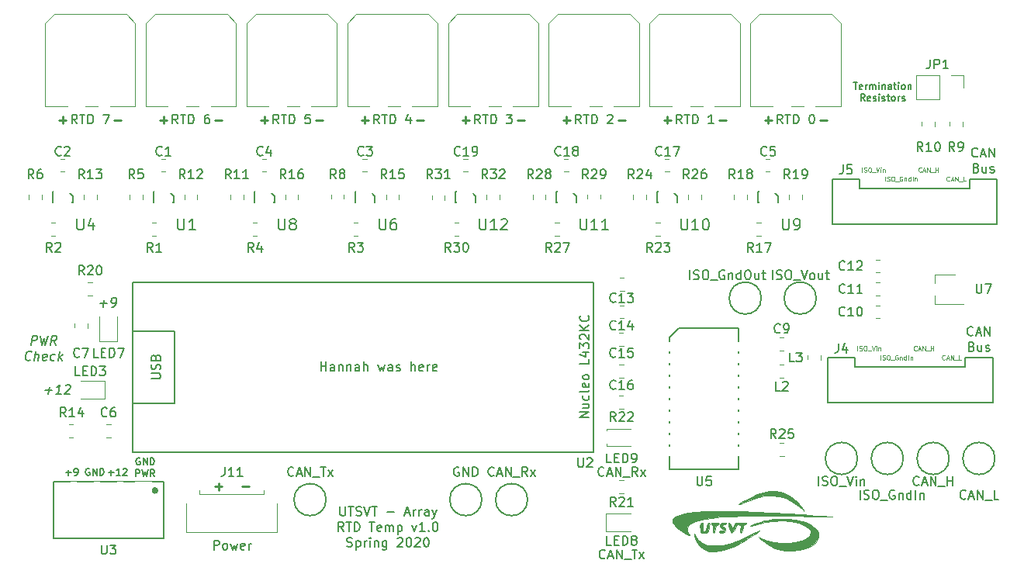
<source format=gto>
G04 #@! TF.GenerationSoftware,KiCad,Pcbnew,(5.1.5)-3*
G04 #@! TF.CreationDate,2020-02-15T15:27:20-06:00*
G04 #@! TF.ProjectId,RTDTemp,52544454-656d-4702-9e6b-696361645f70,Rev1.2+*
G04 #@! TF.SameCoordinates,Original*
G04 #@! TF.FileFunction,Legend,Top*
G04 #@! TF.FilePolarity,Positive*
%FSLAX46Y46*%
G04 Gerber Fmt 4.6, Leading zero omitted, Abs format (unit mm)*
G04 Created by KiCad (PCBNEW (5.1.5)-3) date 2020-02-15 15:27:20*
%MOMM*%
%LPD*%
G04 APERTURE LIST*
%ADD10C,0.200000*%
%ADD11C,0.150000*%
%ADD12C,0.250000*%
%ADD13C,0.125000*%
%ADD14C,0.010000*%
%ADD15C,0.120000*%
%ADD16C,1.924000*%
%ADD17R,1.924000X1.924000*%
%ADD18C,2.100000*%
%ADD19C,1.670000*%
%ADD20R,2.400000X1.100000*%
%ADD21C,3.200000*%
%ADD22R,2.100000X2.100000*%
%ADD23O,2.100000X2.100000*%
%ADD24C,0.100000*%
%ADD25C,1.908000*%
%ADD26R,1.924000X1.908000*%
%ADD27C,3.400000*%
%ADD28R,0.800000X1.400000*%
%ADD29R,2.350000X1.000000*%
%ADD30O,1.900000X2.420000*%
G04 APERTURE END LIST*
D10*
X109112619Y-86317380D02*
X109237619Y-85317380D01*
X109618571Y-85317380D01*
X109707857Y-85365000D01*
X109749523Y-85412619D01*
X109785238Y-85507857D01*
X109767380Y-85650714D01*
X109707857Y-85745952D01*
X109654285Y-85793571D01*
X109553095Y-85841190D01*
X109172142Y-85841190D01*
X110142380Y-85317380D02*
X110255476Y-86317380D01*
X110535238Y-85603095D01*
X110636428Y-86317380D01*
X110999523Y-85317380D01*
X111826904Y-86317380D02*
X111553095Y-85841190D01*
X111255476Y-86317380D02*
X111380476Y-85317380D01*
X111761428Y-85317380D01*
X111850714Y-85365000D01*
X111892380Y-85412619D01*
X111928095Y-85507857D01*
X111910238Y-85650714D01*
X111850714Y-85745952D01*
X111797142Y-85793571D01*
X111695952Y-85841190D01*
X111315000Y-85841190D01*
X109053095Y-87922142D02*
X108999523Y-87969761D01*
X108850714Y-88017380D01*
X108755476Y-88017380D01*
X108618571Y-87969761D01*
X108535238Y-87874523D01*
X108499523Y-87779285D01*
X108475714Y-87588809D01*
X108493571Y-87445952D01*
X108565000Y-87255476D01*
X108624523Y-87160238D01*
X108731666Y-87065000D01*
X108880476Y-87017380D01*
X108975714Y-87017380D01*
X109112619Y-87065000D01*
X109154285Y-87112619D01*
X109469761Y-88017380D02*
X109594761Y-87017380D01*
X109898333Y-88017380D02*
X109963809Y-87493571D01*
X109928095Y-87398333D01*
X109838809Y-87350714D01*
X109695952Y-87350714D01*
X109594761Y-87398333D01*
X109541190Y-87445952D01*
X110761428Y-87969761D02*
X110660238Y-88017380D01*
X110469761Y-88017380D01*
X110380476Y-87969761D01*
X110344761Y-87874523D01*
X110392380Y-87493571D01*
X110451904Y-87398333D01*
X110553095Y-87350714D01*
X110743571Y-87350714D01*
X110832857Y-87398333D01*
X110868571Y-87493571D01*
X110856666Y-87588809D01*
X110368571Y-87684047D01*
X111666190Y-87969761D02*
X111565000Y-88017380D01*
X111374523Y-88017380D01*
X111285238Y-87969761D01*
X111243571Y-87922142D01*
X111207857Y-87826904D01*
X111243571Y-87541190D01*
X111303095Y-87445952D01*
X111356666Y-87398333D01*
X111457857Y-87350714D01*
X111648333Y-87350714D01*
X111737619Y-87398333D01*
X112088809Y-88017380D02*
X112213809Y-87017380D01*
X112231666Y-87636428D02*
X112469761Y-88017380D01*
X112553095Y-87350714D02*
X112124523Y-87731666D01*
D11*
X171621428Y-100572142D02*
X171573809Y-100619761D01*
X171430952Y-100667380D01*
X171335714Y-100667380D01*
X171192857Y-100619761D01*
X171097619Y-100524523D01*
X171050000Y-100429285D01*
X171002380Y-100238809D01*
X171002380Y-100095952D01*
X171050000Y-99905476D01*
X171097619Y-99810238D01*
X171192857Y-99715000D01*
X171335714Y-99667380D01*
X171430952Y-99667380D01*
X171573809Y-99715000D01*
X171621428Y-99762619D01*
X172002380Y-100381666D02*
X172478571Y-100381666D01*
X171907142Y-100667380D02*
X172240476Y-99667380D01*
X172573809Y-100667380D01*
X172907142Y-100667380D02*
X172907142Y-99667380D01*
X173478571Y-100667380D01*
X173478571Y-99667380D01*
X173716666Y-100762619D02*
X174478571Y-100762619D01*
X175288095Y-100667380D02*
X174954761Y-100191190D01*
X174716666Y-100667380D02*
X174716666Y-99667380D01*
X175097619Y-99667380D01*
X175192857Y-99715000D01*
X175240476Y-99762619D01*
X175288095Y-99857857D01*
X175288095Y-100000714D01*
X175240476Y-100095952D01*
X175192857Y-100143571D01*
X175097619Y-100191190D01*
X174716666Y-100191190D01*
X175621428Y-100667380D02*
X176145238Y-100000714D01*
X175621428Y-100000714D02*
X176145238Y-100667380D01*
X171740476Y-109572142D02*
X171692857Y-109619761D01*
X171550000Y-109667380D01*
X171454761Y-109667380D01*
X171311904Y-109619761D01*
X171216666Y-109524523D01*
X171169047Y-109429285D01*
X171121428Y-109238809D01*
X171121428Y-109095952D01*
X171169047Y-108905476D01*
X171216666Y-108810238D01*
X171311904Y-108715000D01*
X171454761Y-108667380D01*
X171550000Y-108667380D01*
X171692857Y-108715000D01*
X171740476Y-108762619D01*
X172121428Y-109381666D02*
X172597619Y-109381666D01*
X172026190Y-109667380D02*
X172359523Y-108667380D01*
X172692857Y-109667380D01*
X173026190Y-109667380D02*
X173026190Y-108667380D01*
X173597619Y-109667380D01*
X173597619Y-108667380D01*
X173835714Y-109762619D02*
X174597619Y-109762619D01*
X174692857Y-108667380D02*
X175264285Y-108667380D01*
X174978571Y-109667380D02*
X174978571Y-108667380D01*
X175502380Y-109667380D02*
X176026190Y-109000714D01*
X175502380Y-109000714D02*
X176026190Y-109667380D01*
X116640491Y-81786428D02*
X117402395Y-81786428D01*
X116973824Y-82167380D02*
X117069062Y-81405476D01*
X117878586Y-82167380D02*
X118069062Y-82167380D01*
X118170252Y-82119761D01*
X118223824Y-82072142D01*
X118336919Y-81929285D01*
X118408348Y-81738809D01*
X118455967Y-81357857D01*
X118420252Y-81262619D01*
X118378586Y-81215000D01*
X118289300Y-81167380D01*
X118098824Y-81167380D01*
X117997633Y-81215000D01*
X117944062Y-81262619D01*
X117884538Y-81357857D01*
X117854776Y-81595952D01*
X117890491Y-81691190D01*
X117932157Y-81738809D01*
X118021443Y-81786428D01*
X118211919Y-81786428D01*
X118313110Y-81738809D01*
X118366681Y-81691190D01*
X118426205Y-81595952D01*
X110664300Y-91286428D02*
X111426205Y-91286428D01*
X110997633Y-91667380D02*
X111092872Y-90905476D01*
X112378586Y-91667380D02*
X111807157Y-91667380D01*
X112092872Y-91667380D02*
X112217872Y-90667380D01*
X112104776Y-90810238D01*
X111997633Y-90905476D01*
X111896443Y-90953095D01*
X112872633Y-90762619D02*
X112926205Y-90715000D01*
X113027395Y-90667380D01*
X113265491Y-90667380D01*
X113354776Y-90715000D01*
X113396443Y-90762619D01*
X113432157Y-90857857D01*
X113420252Y-90953095D01*
X113354776Y-91095952D01*
X112711919Y-91667380D01*
X113330967Y-91667380D01*
X140740476Y-89167380D02*
X140740476Y-88167380D01*
X140740476Y-88643571D02*
X141311904Y-88643571D01*
X141311904Y-89167380D02*
X141311904Y-88167380D01*
X142216666Y-89167380D02*
X142216666Y-88643571D01*
X142169047Y-88548333D01*
X142073809Y-88500714D01*
X141883333Y-88500714D01*
X141788095Y-88548333D01*
X142216666Y-89119761D02*
X142121428Y-89167380D01*
X141883333Y-89167380D01*
X141788095Y-89119761D01*
X141740476Y-89024523D01*
X141740476Y-88929285D01*
X141788095Y-88834047D01*
X141883333Y-88786428D01*
X142121428Y-88786428D01*
X142216666Y-88738809D01*
X142692857Y-88500714D02*
X142692857Y-89167380D01*
X142692857Y-88595952D02*
X142740476Y-88548333D01*
X142835714Y-88500714D01*
X142978571Y-88500714D01*
X143073809Y-88548333D01*
X143121428Y-88643571D01*
X143121428Y-89167380D01*
X143597619Y-88500714D02*
X143597619Y-89167380D01*
X143597619Y-88595952D02*
X143645238Y-88548333D01*
X143740476Y-88500714D01*
X143883333Y-88500714D01*
X143978571Y-88548333D01*
X144026190Y-88643571D01*
X144026190Y-89167380D01*
X144930952Y-89167380D02*
X144930952Y-88643571D01*
X144883333Y-88548333D01*
X144788095Y-88500714D01*
X144597619Y-88500714D01*
X144502380Y-88548333D01*
X144930952Y-89119761D02*
X144835714Y-89167380D01*
X144597619Y-89167380D01*
X144502380Y-89119761D01*
X144454761Y-89024523D01*
X144454761Y-88929285D01*
X144502380Y-88834047D01*
X144597619Y-88786428D01*
X144835714Y-88786428D01*
X144930952Y-88738809D01*
X145407142Y-89167380D02*
X145407142Y-88167380D01*
X145835714Y-89167380D02*
X145835714Y-88643571D01*
X145788095Y-88548333D01*
X145692857Y-88500714D01*
X145550000Y-88500714D01*
X145454761Y-88548333D01*
X145407142Y-88595952D01*
X146978571Y-88500714D02*
X147169047Y-89167380D01*
X147359523Y-88691190D01*
X147550000Y-89167380D01*
X147740476Y-88500714D01*
X148550000Y-89167380D02*
X148550000Y-88643571D01*
X148502380Y-88548333D01*
X148407142Y-88500714D01*
X148216666Y-88500714D01*
X148121428Y-88548333D01*
X148550000Y-89119761D02*
X148454761Y-89167380D01*
X148216666Y-89167380D01*
X148121428Y-89119761D01*
X148073809Y-89024523D01*
X148073809Y-88929285D01*
X148121428Y-88834047D01*
X148216666Y-88786428D01*
X148454761Y-88786428D01*
X148550000Y-88738809D01*
X148978571Y-89119761D02*
X149073809Y-89167380D01*
X149264285Y-89167380D01*
X149359523Y-89119761D01*
X149407142Y-89024523D01*
X149407142Y-88976904D01*
X149359523Y-88881666D01*
X149264285Y-88834047D01*
X149121428Y-88834047D01*
X149026190Y-88786428D01*
X148978571Y-88691190D01*
X148978571Y-88643571D01*
X149026190Y-88548333D01*
X149121428Y-88500714D01*
X149264285Y-88500714D01*
X149359523Y-88548333D01*
X150597619Y-89167380D02*
X150597619Y-88167380D01*
X151026190Y-89167380D02*
X151026190Y-88643571D01*
X150978571Y-88548333D01*
X150883333Y-88500714D01*
X150740476Y-88500714D01*
X150645238Y-88548333D01*
X150597619Y-88595952D01*
X151883333Y-89119761D02*
X151788095Y-89167380D01*
X151597619Y-89167380D01*
X151502380Y-89119761D01*
X151454761Y-89024523D01*
X151454761Y-88643571D01*
X151502380Y-88548333D01*
X151597619Y-88500714D01*
X151788095Y-88500714D01*
X151883333Y-88548333D01*
X151930952Y-88643571D01*
X151930952Y-88738809D01*
X151454761Y-88834047D01*
X152359523Y-89167380D02*
X152359523Y-88500714D01*
X152359523Y-88691190D02*
X152407142Y-88595952D01*
X152454761Y-88548333D01*
X152550000Y-88500714D01*
X152645238Y-88500714D01*
X153359523Y-89119761D02*
X153264285Y-89167380D01*
X153073809Y-89167380D01*
X152978571Y-89119761D01*
X152930952Y-89024523D01*
X152930952Y-88643571D01*
X152978571Y-88548333D01*
X153073809Y-88500714D01*
X153264285Y-88500714D01*
X153359523Y-88548333D01*
X153407142Y-88643571D01*
X153407142Y-88738809D01*
X152930952Y-88834047D01*
D10*
X212407142Y-65722142D02*
X212359523Y-65769761D01*
X212216666Y-65817380D01*
X212121428Y-65817380D01*
X211978571Y-65769761D01*
X211883333Y-65674523D01*
X211835714Y-65579285D01*
X211788095Y-65388809D01*
X211788095Y-65245952D01*
X211835714Y-65055476D01*
X211883333Y-64960238D01*
X211978571Y-64865000D01*
X212121428Y-64817380D01*
X212216666Y-64817380D01*
X212359523Y-64865000D01*
X212407142Y-64912619D01*
X212788095Y-65531666D02*
X213264285Y-65531666D01*
X212692857Y-65817380D02*
X213026190Y-64817380D01*
X213359523Y-65817380D01*
X213692857Y-65817380D02*
X213692857Y-64817380D01*
X214264285Y-65817380D01*
X214264285Y-64817380D01*
X212264285Y-66993571D02*
X212407142Y-67041190D01*
X212454761Y-67088809D01*
X212502380Y-67184047D01*
X212502380Y-67326904D01*
X212454761Y-67422142D01*
X212407142Y-67469761D01*
X212311904Y-67517380D01*
X211930952Y-67517380D01*
X211930952Y-66517380D01*
X212264285Y-66517380D01*
X212359523Y-66565000D01*
X212407142Y-66612619D01*
X212454761Y-66707857D01*
X212454761Y-66803095D01*
X212407142Y-66898333D01*
X212359523Y-66945952D01*
X212264285Y-66993571D01*
X211930952Y-66993571D01*
X213359523Y-66850714D02*
X213359523Y-67517380D01*
X212930952Y-66850714D02*
X212930952Y-67374523D01*
X212978571Y-67469761D01*
X213073809Y-67517380D01*
X213216666Y-67517380D01*
X213311904Y-67469761D01*
X213359523Y-67422142D01*
X213788095Y-67469761D02*
X213883333Y-67517380D01*
X214073809Y-67517380D01*
X214169047Y-67469761D01*
X214216666Y-67374523D01*
X214216666Y-67326904D01*
X214169047Y-67231666D01*
X214073809Y-67184047D01*
X213930952Y-67184047D01*
X213835714Y-67136428D01*
X213788095Y-67041190D01*
X213788095Y-66993571D01*
X213835714Y-66898333D01*
X213930952Y-66850714D01*
X214073809Y-66850714D01*
X214169047Y-66898333D01*
X211907142Y-85222142D02*
X211859523Y-85269761D01*
X211716666Y-85317380D01*
X211621428Y-85317380D01*
X211478571Y-85269761D01*
X211383333Y-85174523D01*
X211335714Y-85079285D01*
X211288095Y-84888809D01*
X211288095Y-84745952D01*
X211335714Y-84555476D01*
X211383333Y-84460238D01*
X211478571Y-84365000D01*
X211621428Y-84317380D01*
X211716666Y-84317380D01*
X211859523Y-84365000D01*
X211907142Y-84412619D01*
X212288095Y-85031666D02*
X212764285Y-85031666D01*
X212192857Y-85317380D02*
X212526190Y-84317380D01*
X212859523Y-85317380D01*
X213192857Y-85317380D02*
X213192857Y-84317380D01*
X213764285Y-85317380D01*
X213764285Y-84317380D01*
X211764285Y-86493571D02*
X211907142Y-86541190D01*
X211954761Y-86588809D01*
X212002380Y-86684047D01*
X212002380Y-86826904D01*
X211954761Y-86922142D01*
X211907142Y-86969761D01*
X211811904Y-87017380D01*
X211430952Y-87017380D01*
X211430952Y-86017380D01*
X211764285Y-86017380D01*
X211859523Y-86065000D01*
X211907142Y-86112619D01*
X211954761Y-86207857D01*
X211954761Y-86303095D01*
X211907142Y-86398333D01*
X211859523Y-86445952D01*
X211764285Y-86493571D01*
X211430952Y-86493571D01*
X212859523Y-86350714D02*
X212859523Y-87017380D01*
X212430952Y-86350714D02*
X212430952Y-86874523D01*
X212478571Y-86969761D01*
X212573809Y-87017380D01*
X212716666Y-87017380D01*
X212811904Y-86969761D01*
X212859523Y-86922142D01*
X213288095Y-86969761D02*
X213383333Y-87017380D01*
X213573809Y-87017380D01*
X213669047Y-86969761D01*
X213716666Y-86874523D01*
X213716666Y-86826904D01*
X213669047Y-86731666D01*
X213573809Y-86684047D01*
X213430952Y-86684047D01*
X213335714Y-86636428D01*
X213288095Y-86541190D01*
X213288095Y-86493571D01*
X213335714Y-86398333D01*
X213430952Y-86350714D01*
X213573809Y-86350714D01*
X213669047Y-86398333D01*
X129073809Y-108667380D02*
X129073809Y-107667380D01*
X129454761Y-107667380D01*
X129550000Y-107715000D01*
X129597619Y-107762619D01*
X129645238Y-107857857D01*
X129645238Y-108000714D01*
X129597619Y-108095952D01*
X129550000Y-108143571D01*
X129454761Y-108191190D01*
X129073809Y-108191190D01*
X130216666Y-108667380D02*
X130121428Y-108619761D01*
X130073809Y-108572142D01*
X130026190Y-108476904D01*
X130026190Y-108191190D01*
X130073809Y-108095952D01*
X130121428Y-108048333D01*
X130216666Y-108000714D01*
X130359523Y-108000714D01*
X130454761Y-108048333D01*
X130502380Y-108095952D01*
X130550000Y-108191190D01*
X130550000Y-108476904D01*
X130502380Y-108572142D01*
X130454761Y-108619761D01*
X130359523Y-108667380D01*
X130216666Y-108667380D01*
X130883333Y-108000714D02*
X131073809Y-108667380D01*
X131264285Y-108191190D01*
X131454761Y-108667380D01*
X131645238Y-108000714D01*
X132407142Y-108619761D02*
X132311904Y-108667380D01*
X132121428Y-108667380D01*
X132026190Y-108619761D01*
X131978571Y-108524523D01*
X131978571Y-108143571D01*
X132026190Y-108048333D01*
X132121428Y-108000714D01*
X132311904Y-108000714D01*
X132407142Y-108048333D01*
X132454761Y-108143571D01*
X132454761Y-108238809D01*
X131978571Y-108334047D01*
X132883333Y-108667380D02*
X132883333Y-108000714D01*
X132883333Y-108191190D02*
X132930952Y-108095952D01*
X132978571Y-108048333D01*
X133073809Y-108000714D01*
X133169047Y-108000714D01*
X142835714Y-103967380D02*
X142835714Y-104776904D01*
X142883333Y-104872142D01*
X142930952Y-104919761D01*
X143026190Y-104967380D01*
X143216666Y-104967380D01*
X143311904Y-104919761D01*
X143359523Y-104872142D01*
X143407142Y-104776904D01*
X143407142Y-103967380D01*
X143740476Y-103967380D02*
X144311904Y-103967380D01*
X144026190Y-104967380D02*
X144026190Y-103967380D01*
X144597619Y-104919761D02*
X144740476Y-104967380D01*
X144978571Y-104967380D01*
X145073809Y-104919761D01*
X145121428Y-104872142D01*
X145169047Y-104776904D01*
X145169047Y-104681666D01*
X145121428Y-104586428D01*
X145073809Y-104538809D01*
X144978571Y-104491190D01*
X144788095Y-104443571D01*
X144692857Y-104395952D01*
X144645238Y-104348333D01*
X144597619Y-104253095D01*
X144597619Y-104157857D01*
X144645238Y-104062619D01*
X144692857Y-104015000D01*
X144788095Y-103967380D01*
X145026190Y-103967380D01*
X145169047Y-104015000D01*
X145454761Y-103967380D02*
X145788095Y-104967380D01*
X146121428Y-103967380D01*
X146311904Y-103967380D02*
X146883333Y-103967380D01*
X146597619Y-104967380D02*
X146597619Y-103967380D01*
X147978571Y-104586428D02*
X148740476Y-104586428D01*
X149930952Y-104681666D02*
X150407142Y-104681666D01*
X149835714Y-104967380D02*
X150169047Y-103967380D01*
X150502380Y-104967380D01*
X150835714Y-104967380D02*
X150835714Y-104300714D01*
X150835714Y-104491190D02*
X150883333Y-104395952D01*
X150930952Y-104348333D01*
X151026190Y-104300714D01*
X151121428Y-104300714D01*
X151454761Y-104967380D02*
X151454761Y-104300714D01*
X151454761Y-104491190D02*
X151502380Y-104395952D01*
X151550000Y-104348333D01*
X151645238Y-104300714D01*
X151740476Y-104300714D01*
X152502380Y-104967380D02*
X152502380Y-104443571D01*
X152454761Y-104348333D01*
X152359523Y-104300714D01*
X152169047Y-104300714D01*
X152073809Y-104348333D01*
X152502380Y-104919761D02*
X152407142Y-104967380D01*
X152169047Y-104967380D01*
X152073809Y-104919761D01*
X152026190Y-104824523D01*
X152026190Y-104729285D01*
X152073809Y-104634047D01*
X152169047Y-104586428D01*
X152407142Y-104586428D01*
X152502380Y-104538809D01*
X152883333Y-104300714D02*
X153121428Y-104967380D01*
X153359523Y-104300714D02*
X153121428Y-104967380D01*
X153026190Y-105205476D01*
X152978571Y-105253095D01*
X152883333Y-105300714D01*
X143216666Y-106667380D02*
X142883333Y-106191190D01*
X142645238Y-106667380D02*
X142645238Y-105667380D01*
X143026190Y-105667380D01*
X143121428Y-105715000D01*
X143169047Y-105762619D01*
X143216666Y-105857857D01*
X143216666Y-106000714D01*
X143169047Y-106095952D01*
X143121428Y-106143571D01*
X143026190Y-106191190D01*
X142645238Y-106191190D01*
X143502380Y-105667380D02*
X144073809Y-105667380D01*
X143788095Y-106667380D02*
X143788095Y-105667380D01*
X144407142Y-106667380D02*
X144407142Y-105667380D01*
X144645238Y-105667380D01*
X144788095Y-105715000D01*
X144883333Y-105810238D01*
X144930952Y-105905476D01*
X144978571Y-106095952D01*
X144978571Y-106238809D01*
X144930952Y-106429285D01*
X144883333Y-106524523D01*
X144788095Y-106619761D01*
X144645238Y-106667380D01*
X144407142Y-106667380D01*
X146026190Y-105667380D02*
X146597619Y-105667380D01*
X146311904Y-106667380D02*
X146311904Y-105667380D01*
X147311904Y-106619761D02*
X147216666Y-106667380D01*
X147026190Y-106667380D01*
X146930952Y-106619761D01*
X146883333Y-106524523D01*
X146883333Y-106143571D01*
X146930952Y-106048333D01*
X147026190Y-106000714D01*
X147216666Y-106000714D01*
X147311904Y-106048333D01*
X147359523Y-106143571D01*
X147359523Y-106238809D01*
X146883333Y-106334047D01*
X147788095Y-106667380D02*
X147788095Y-106000714D01*
X147788095Y-106095952D02*
X147835714Y-106048333D01*
X147930952Y-106000714D01*
X148073809Y-106000714D01*
X148169047Y-106048333D01*
X148216666Y-106143571D01*
X148216666Y-106667380D01*
X148216666Y-106143571D02*
X148264285Y-106048333D01*
X148359523Y-106000714D01*
X148502380Y-106000714D01*
X148597619Y-106048333D01*
X148645238Y-106143571D01*
X148645238Y-106667380D01*
X149121428Y-106000714D02*
X149121428Y-107000714D01*
X149121428Y-106048333D02*
X149216666Y-106000714D01*
X149407142Y-106000714D01*
X149502380Y-106048333D01*
X149550000Y-106095952D01*
X149597619Y-106191190D01*
X149597619Y-106476904D01*
X149550000Y-106572142D01*
X149502380Y-106619761D01*
X149407142Y-106667380D01*
X149216666Y-106667380D01*
X149121428Y-106619761D01*
X150692857Y-106000714D02*
X150930952Y-106667380D01*
X151169047Y-106000714D01*
X152073809Y-106667380D02*
X151502380Y-106667380D01*
X151788095Y-106667380D02*
X151788095Y-105667380D01*
X151692857Y-105810238D01*
X151597619Y-105905476D01*
X151502380Y-105953095D01*
X152502380Y-106572142D02*
X152550000Y-106619761D01*
X152502380Y-106667380D01*
X152454761Y-106619761D01*
X152502380Y-106572142D01*
X152502380Y-106667380D01*
X153169047Y-105667380D02*
X153264285Y-105667380D01*
X153359523Y-105715000D01*
X153407142Y-105762619D01*
X153454761Y-105857857D01*
X153502380Y-106048333D01*
X153502380Y-106286428D01*
X153454761Y-106476904D01*
X153407142Y-106572142D01*
X153359523Y-106619761D01*
X153264285Y-106667380D01*
X153169047Y-106667380D01*
X153073809Y-106619761D01*
X153026190Y-106572142D01*
X152978571Y-106476904D01*
X152930952Y-106286428D01*
X152930952Y-106048333D01*
X152978571Y-105857857D01*
X153026190Y-105762619D01*
X153073809Y-105715000D01*
X153169047Y-105667380D01*
X143573809Y-108319761D02*
X143716666Y-108367380D01*
X143954761Y-108367380D01*
X144050000Y-108319761D01*
X144097619Y-108272142D01*
X144145238Y-108176904D01*
X144145238Y-108081666D01*
X144097619Y-107986428D01*
X144050000Y-107938809D01*
X143954761Y-107891190D01*
X143764285Y-107843571D01*
X143669047Y-107795952D01*
X143621428Y-107748333D01*
X143573809Y-107653095D01*
X143573809Y-107557857D01*
X143621428Y-107462619D01*
X143669047Y-107415000D01*
X143764285Y-107367380D01*
X144002380Y-107367380D01*
X144145238Y-107415000D01*
X144573809Y-107700714D02*
X144573809Y-108700714D01*
X144573809Y-107748333D02*
X144669047Y-107700714D01*
X144859523Y-107700714D01*
X144954761Y-107748333D01*
X145002380Y-107795952D01*
X145050000Y-107891190D01*
X145050000Y-108176904D01*
X145002380Y-108272142D01*
X144954761Y-108319761D01*
X144859523Y-108367380D01*
X144669047Y-108367380D01*
X144573809Y-108319761D01*
X145478571Y-108367380D02*
X145478571Y-107700714D01*
X145478571Y-107891190D02*
X145526190Y-107795952D01*
X145573809Y-107748333D01*
X145669047Y-107700714D01*
X145764285Y-107700714D01*
X146097619Y-108367380D02*
X146097619Y-107700714D01*
X146097619Y-107367380D02*
X146050000Y-107415000D01*
X146097619Y-107462619D01*
X146145238Y-107415000D01*
X146097619Y-107367380D01*
X146097619Y-107462619D01*
X146573809Y-107700714D02*
X146573809Y-108367380D01*
X146573809Y-107795952D02*
X146621428Y-107748333D01*
X146716666Y-107700714D01*
X146859523Y-107700714D01*
X146954761Y-107748333D01*
X147002380Y-107843571D01*
X147002380Y-108367380D01*
X147907142Y-107700714D02*
X147907142Y-108510238D01*
X147859523Y-108605476D01*
X147811904Y-108653095D01*
X147716666Y-108700714D01*
X147573809Y-108700714D01*
X147478571Y-108653095D01*
X147907142Y-108319761D02*
X147811904Y-108367380D01*
X147621428Y-108367380D01*
X147526190Y-108319761D01*
X147478571Y-108272142D01*
X147430952Y-108176904D01*
X147430952Y-107891190D01*
X147478571Y-107795952D01*
X147526190Y-107748333D01*
X147621428Y-107700714D01*
X147811904Y-107700714D01*
X147907142Y-107748333D01*
X149097619Y-107462619D02*
X149145238Y-107415000D01*
X149240476Y-107367380D01*
X149478571Y-107367380D01*
X149573809Y-107415000D01*
X149621428Y-107462619D01*
X149669047Y-107557857D01*
X149669047Y-107653095D01*
X149621428Y-107795952D01*
X149050000Y-108367380D01*
X149669047Y-108367380D01*
X150288095Y-107367380D02*
X150383333Y-107367380D01*
X150478571Y-107415000D01*
X150526190Y-107462619D01*
X150573809Y-107557857D01*
X150621428Y-107748333D01*
X150621428Y-107986428D01*
X150573809Y-108176904D01*
X150526190Y-108272142D01*
X150478571Y-108319761D01*
X150383333Y-108367380D01*
X150288095Y-108367380D01*
X150192857Y-108319761D01*
X150145238Y-108272142D01*
X150097619Y-108176904D01*
X150050000Y-107986428D01*
X150050000Y-107748333D01*
X150097619Y-107557857D01*
X150145238Y-107462619D01*
X150192857Y-107415000D01*
X150288095Y-107367380D01*
X151002380Y-107462619D02*
X151050000Y-107415000D01*
X151145238Y-107367380D01*
X151383333Y-107367380D01*
X151478571Y-107415000D01*
X151526190Y-107462619D01*
X151573809Y-107557857D01*
X151573809Y-107653095D01*
X151526190Y-107795952D01*
X150954761Y-108367380D01*
X151573809Y-108367380D01*
X152192857Y-107367380D02*
X152288095Y-107367380D01*
X152383333Y-107415000D01*
X152430952Y-107462619D01*
X152478571Y-107557857D01*
X152526190Y-107748333D01*
X152526190Y-107986428D01*
X152478571Y-108176904D01*
X152430952Y-108272142D01*
X152383333Y-108319761D01*
X152288095Y-108367380D01*
X152192857Y-108367380D01*
X152097619Y-108319761D01*
X152050000Y-108272142D01*
X152002380Y-108176904D01*
X151954761Y-107986428D01*
X151954761Y-107748333D01*
X152002380Y-107557857D01*
X152050000Y-107462619D01*
X152097619Y-107415000D01*
X152192857Y-107367380D01*
X195050000Y-101667380D02*
X195050000Y-100667380D01*
X195478571Y-101619761D02*
X195621428Y-101667380D01*
X195859523Y-101667380D01*
X195954761Y-101619761D01*
X196002380Y-101572142D01*
X196050000Y-101476904D01*
X196050000Y-101381666D01*
X196002380Y-101286428D01*
X195954761Y-101238809D01*
X195859523Y-101191190D01*
X195669047Y-101143571D01*
X195573809Y-101095952D01*
X195526190Y-101048333D01*
X195478571Y-100953095D01*
X195478571Y-100857857D01*
X195526190Y-100762619D01*
X195573809Y-100715000D01*
X195669047Y-100667380D01*
X195907142Y-100667380D01*
X196050000Y-100715000D01*
X196669047Y-100667380D02*
X196859523Y-100667380D01*
X196954761Y-100715000D01*
X197050000Y-100810238D01*
X197097619Y-101000714D01*
X197097619Y-101334047D01*
X197050000Y-101524523D01*
X196954761Y-101619761D01*
X196859523Y-101667380D01*
X196669047Y-101667380D01*
X196573809Y-101619761D01*
X196478571Y-101524523D01*
X196430952Y-101334047D01*
X196430952Y-101000714D01*
X196478571Y-100810238D01*
X196573809Y-100715000D01*
X196669047Y-100667380D01*
X197288095Y-101762619D02*
X198050000Y-101762619D01*
X198145238Y-100667380D02*
X198478571Y-101667380D01*
X198811904Y-100667380D01*
X199145238Y-101667380D02*
X199145238Y-101000714D01*
X199145238Y-100667380D02*
X199097619Y-100715000D01*
X199145238Y-100762619D01*
X199192857Y-100715000D01*
X199145238Y-100667380D01*
X199145238Y-100762619D01*
X199621428Y-101000714D02*
X199621428Y-101667380D01*
X199621428Y-101095952D02*
X199669047Y-101048333D01*
X199764285Y-101000714D01*
X199907142Y-101000714D01*
X200002380Y-101048333D01*
X200050000Y-101143571D01*
X200050000Y-101667380D01*
X199573809Y-103167380D02*
X199573809Y-102167380D01*
X200002380Y-103119761D02*
X200145238Y-103167380D01*
X200383333Y-103167380D01*
X200478571Y-103119761D01*
X200526190Y-103072142D01*
X200573809Y-102976904D01*
X200573809Y-102881666D01*
X200526190Y-102786428D01*
X200478571Y-102738809D01*
X200383333Y-102691190D01*
X200192857Y-102643571D01*
X200097619Y-102595952D01*
X200050000Y-102548333D01*
X200002380Y-102453095D01*
X200002380Y-102357857D01*
X200050000Y-102262619D01*
X200097619Y-102215000D01*
X200192857Y-102167380D01*
X200430952Y-102167380D01*
X200573809Y-102215000D01*
X201192857Y-102167380D02*
X201383333Y-102167380D01*
X201478571Y-102215000D01*
X201573809Y-102310238D01*
X201621428Y-102500714D01*
X201621428Y-102834047D01*
X201573809Y-103024523D01*
X201478571Y-103119761D01*
X201383333Y-103167380D01*
X201192857Y-103167380D01*
X201097619Y-103119761D01*
X201002380Y-103024523D01*
X200954761Y-102834047D01*
X200954761Y-102500714D01*
X201002380Y-102310238D01*
X201097619Y-102215000D01*
X201192857Y-102167380D01*
X201811904Y-103262619D02*
X202573809Y-103262619D01*
X203335714Y-102215000D02*
X203240476Y-102167380D01*
X203097619Y-102167380D01*
X202954761Y-102215000D01*
X202859523Y-102310238D01*
X202811904Y-102405476D01*
X202764285Y-102595952D01*
X202764285Y-102738809D01*
X202811904Y-102929285D01*
X202859523Y-103024523D01*
X202954761Y-103119761D01*
X203097619Y-103167380D01*
X203192857Y-103167380D01*
X203335714Y-103119761D01*
X203383333Y-103072142D01*
X203383333Y-102738809D01*
X203192857Y-102738809D01*
X203811904Y-102500714D02*
X203811904Y-103167380D01*
X203811904Y-102595952D02*
X203859523Y-102548333D01*
X203954761Y-102500714D01*
X204097619Y-102500714D01*
X204192857Y-102548333D01*
X204240476Y-102643571D01*
X204240476Y-103167380D01*
X205145238Y-103167380D02*
X205145238Y-102167380D01*
X205145238Y-103119761D02*
X205050000Y-103167380D01*
X204859523Y-103167380D01*
X204764285Y-103119761D01*
X204716666Y-103072142D01*
X204669047Y-102976904D01*
X204669047Y-102691190D01*
X204716666Y-102595952D01*
X204764285Y-102548333D01*
X204859523Y-102500714D01*
X205050000Y-102500714D01*
X205145238Y-102548333D01*
X205621428Y-103167380D02*
X205621428Y-102167380D01*
X206097619Y-102500714D02*
X206097619Y-103167380D01*
X206097619Y-102595952D02*
X206145238Y-102548333D01*
X206240476Y-102500714D01*
X206383333Y-102500714D01*
X206478571Y-102548333D01*
X206526190Y-102643571D01*
X206526190Y-103167380D01*
X206002380Y-101572142D02*
X205954761Y-101619761D01*
X205811904Y-101667380D01*
X205716666Y-101667380D01*
X205573809Y-101619761D01*
X205478571Y-101524523D01*
X205430952Y-101429285D01*
X205383333Y-101238809D01*
X205383333Y-101095952D01*
X205430952Y-100905476D01*
X205478571Y-100810238D01*
X205573809Y-100715000D01*
X205716666Y-100667380D01*
X205811904Y-100667380D01*
X205954761Y-100715000D01*
X206002380Y-100762619D01*
X206383333Y-101381666D02*
X206859523Y-101381666D01*
X206288095Y-101667380D02*
X206621428Y-100667380D01*
X206954761Y-101667380D01*
X207288095Y-101667380D02*
X207288095Y-100667380D01*
X207859523Y-101667380D01*
X207859523Y-100667380D01*
X208097619Y-101762619D02*
X208859523Y-101762619D01*
X209097619Y-101667380D02*
X209097619Y-100667380D01*
X209097619Y-101143571D02*
X209669047Y-101143571D01*
X209669047Y-101667380D02*
X209669047Y-100667380D01*
X211121428Y-103072142D02*
X211073809Y-103119761D01*
X210930952Y-103167380D01*
X210835714Y-103167380D01*
X210692857Y-103119761D01*
X210597619Y-103024523D01*
X210550000Y-102929285D01*
X210502380Y-102738809D01*
X210502380Y-102595952D01*
X210550000Y-102405476D01*
X210597619Y-102310238D01*
X210692857Y-102215000D01*
X210835714Y-102167380D01*
X210930952Y-102167380D01*
X211073809Y-102215000D01*
X211121428Y-102262619D01*
X211502380Y-102881666D02*
X211978571Y-102881666D01*
X211407142Y-103167380D02*
X211740476Y-102167380D01*
X212073809Y-103167380D01*
X212407142Y-103167380D02*
X212407142Y-102167380D01*
X212978571Y-103167380D01*
X212978571Y-102167380D01*
X213216666Y-103262619D02*
X213978571Y-103262619D01*
X214692857Y-103167380D02*
X214216666Y-103167380D01*
X214216666Y-102167380D01*
D12*
X132169047Y-101796428D02*
X132930952Y-101796428D01*
X129169047Y-101796428D02*
X129930952Y-101796428D01*
X129550000Y-102177380D02*
X129550000Y-101415476D01*
D13*
X209335714Y-68393571D02*
X209311904Y-68417380D01*
X209240476Y-68441190D01*
X209192857Y-68441190D01*
X209121428Y-68417380D01*
X209073809Y-68369761D01*
X209050000Y-68322142D01*
X209026190Y-68226904D01*
X209026190Y-68155476D01*
X209050000Y-68060238D01*
X209073809Y-68012619D01*
X209121428Y-67965000D01*
X209192857Y-67941190D01*
X209240476Y-67941190D01*
X209311904Y-67965000D01*
X209335714Y-67988809D01*
X209526190Y-68298333D02*
X209764285Y-68298333D01*
X209478571Y-68441190D02*
X209645238Y-67941190D01*
X209811904Y-68441190D01*
X209978571Y-68441190D02*
X209978571Y-67941190D01*
X210264285Y-68441190D01*
X210264285Y-67941190D01*
X210383333Y-68488809D02*
X210764285Y-68488809D01*
X211121428Y-68441190D02*
X210883333Y-68441190D01*
X210883333Y-67941190D01*
X208835714Y-87893571D02*
X208811904Y-87917380D01*
X208740476Y-87941190D01*
X208692857Y-87941190D01*
X208621428Y-87917380D01*
X208573809Y-87869761D01*
X208550000Y-87822142D01*
X208526190Y-87726904D01*
X208526190Y-87655476D01*
X208550000Y-87560238D01*
X208573809Y-87512619D01*
X208621428Y-87465000D01*
X208692857Y-87441190D01*
X208740476Y-87441190D01*
X208811904Y-87465000D01*
X208835714Y-87488809D01*
X209026190Y-87798333D02*
X209264285Y-87798333D01*
X208978571Y-87941190D02*
X209145238Y-87441190D01*
X209311904Y-87941190D01*
X209478571Y-87941190D02*
X209478571Y-87441190D01*
X209764285Y-87941190D01*
X209764285Y-87441190D01*
X209883333Y-87988809D02*
X210264285Y-87988809D01*
X210621428Y-87941190D02*
X210383333Y-87941190D01*
X210383333Y-87441190D01*
X206276190Y-67393571D02*
X206252380Y-67417380D01*
X206180952Y-67441190D01*
X206133333Y-67441190D01*
X206061904Y-67417380D01*
X206014285Y-67369761D01*
X205990476Y-67322142D01*
X205966666Y-67226904D01*
X205966666Y-67155476D01*
X205990476Y-67060238D01*
X206014285Y-67012619D01*
X206061904Y-66965000D01*
X206133333Y-66941190D01*
X206180952Y-66941190D01*
X206252380Y-66965000D01*
X206276190Y-66988809D01*
X206466666Y-67298333D02*
X206704761Y-67298333D01*
X206419047Y-67441190D02*
X206585714Y-66941190D01*
X206752380Y-67441190D01*
X206919047Y-67441190D02*
X206919047Y-66941190D01*
X207204761Y-67441190D01*
X207204761Y-66941190D01*
X207323809Y-67488809D02*
X207704761Y-67488809D01*
X207823809Y-67441190D02*
X207823809Y-66941190D01*
X207823809Y-67179285D02*
X208109523Y-67179285D01*
X208109523Y-67441190D02*
X208109523Y-66941190D01*
X205776190Y-86893571D02*
X205752380Y-86917380D01*
X205680952Y-86941190D01*
X205633333Y-86941190D01*
X205561904Y-86917380D01*
X205514285Y-86869761D01*
X205490476Y-86822142D01*
X205466666Y-86726904D01*
X205466666Y-86655476D01*
X205490476Y-86560238D01*
X205514285Y-86512619D01*
X205561904Y-86465000D01*
X205633333Y-86441190D01*
X205680952Y-86441190D01*
X205752380Y-86465000D01*
X205776190Y-86488809D01*
X205966666Y-86798333D02*
X206204761Y-86798333D01*
X205919047Y-86941190D02*
X206085714Y-86441190D01*
X206252380Y-86941190D01*
X206419047Y-86941190D02*
X206419047Y-86441190D01*
X206704761Y-86941190D01*
X206704761Y-86441190D01*
X206823809Y-86988809D02*
X207204761Y-86988809D01*
X207323809Y-86941190D02*
X207323809Y-86441190D01*
X207323809Y-86679285D02*
X207609523Y-86679285D01*
X207609523Y-86941190D02*
X207609523Y-86441190D01*
X202311904Y-68441190D02*
X202311904Y-67941190D01*
X202526190Y-68417380D02*
X202597619Y-68441190D01*
X202716666Y-68441190D01*
X202764285Y-68417380D01*
X202788095Y-68393571D01*
X202811904Y-68345952D01*
X202811904Y-68298333D01*
X202788095Y-68250714D01*
X202764285Y-68226904D01*
X202716666Y-68203095D01*
X202621428Y-68179285D01*
X202573809Y-68155476D01*
X202550000Y-68131666D01*
X202526190Y-68084047D01*
X202526190Y-68036428D01*
X202550000Y-67988809D01*
X202573809Y-67965000D01*
X202621428Y-67941190D01*
X202740476Y-67941190D01*
X202811904Y-67965000D01*
X203121428Y-67941190D02*
X203216666Y-67941190D01*
X203264285Y-67965000D01*
X203311904Y-68012619D01*
X203335714Y-68107857D01*
X203335714Y-68274523D01*
X203311904Y-68369761D01*
X203264285Y-68417380D01*
X203216666Y-68441190D01*
X203121428Y-68441190D01*
X203073809Y-68417380D01*
X203026190Y-68369761D01*
X203002380Y-68274523D01*
X203002380Y-68107857D01*
X203026190Y-68012619D01*
X203073809Y-67965000D01*
X203121428Y-67941190D01*
X203430952Y-68488809D02*
X203811904Y-68488809D01*
X204192857Y-67965000D02*
X204145238Y-67941190D01*
X204073809Y-67941190D01*
X204002380Y-67965000D01*
X203954761Y-68012619D01*
X203930952Y-68060238D01*
X203907142Y-68155476D01*
X203907142Y-68226904D01*
X203930952Y-68322142D01*
X203954761Y-68369761D01*
X204002380Y-68417380D01*
X204073809Y-68441190D01*
X204121428Y-68441190D01*
X204192857Y-68417380D01*
X204216666Y-68393571D01*
X204216666Y-68226904D01*
X204121428Y-68226904D01*
X204430952Y-68107857D02*
X204430952Y-68441190D01*
X204430952Y-68155476D02*
X204454761Y-68131666D01*
X204502380Y-68107857D01*
X204573809Y-68107857D01*
X204621428Y-68131666D01*
X204645238Y-68179285D01*
X204645238Y-68441190D01*
X205097619Y-68441190D02*
X205097619Y-67941190D01*
X205097619Y-68417380D02*
X205050000Y-68441190D01*
X204954761Y-68441190D01*
X204907142Y-68417380D01*
X204883333Y-68393571D01*
X204859523Y-68345952D01*
X204859523Y-68203095D01*
X204883333Y-68155476D01*
X204907142Y-68131666D01*
X204954761Y-68107857D01*
X205050000Y-68107857D01*
X205097619Y-68131666D01*
X205335714Y-68441190D02*
X205335714Y-67941190D01*
X205573809Y-68107857D02*
X205573809Y-68441190D01*
X205573809Y-68155476D02*
X205597619Y-68131666D01*
X205645238Y-68107857D01*
X205716666Y-68107857D01*
X205764285Y-68131666D01*
X205788095Y-68179285D01*
X205788095Y-68441190D01*
X201811904Y-87941190D02*
X201811904Y-87441190D01*
X202026190Y-87917380D02*
X202097619Y-87941190D01*
X202216666Y-87941190D01*
X202264285Y-87917380D01*
X202288095Y-87893571D01*
X202311904Y-87845952D01*
X202311904Y-87798333D01*
X202288095Y-87750714D01*
X202264285Y-87726904D01*
X202216666Y-87703095D01*
X202121428Y-87679285D01*
X202073809Y-87655476D01*
X202050000Y-87631666D01*
X202026190Y-87584047D01*
X202026190Y-87536428D01*
X202050000Y-87488809D01*
X202073809Y-87465000D01*
X202121428Y-87441190D01*
X202240476Y-87441190D01*
X202311904Y-87465000D01*
X202621428Y-87441190D02*
X202716666Y-87441190D01*
X202764285Y-87465000D01*
X202811904Y-87512619D01*
X202835714Y-87607857D01*
X202835714Y-87774523D01*
X202811904Y-87869761D01*
X202764285Y-87917380D01*
X202716666Y-87941190D01*
X202621428Y-87941190D01*
X202573809Y-87917380D01*
X202526190Y-87869761D01*
X202502380Y-87774523D01*
X202502380Y-87607857D01*
X202526190Y-87512619D01*
X202573809Y-87465000D01*
X202621428Y-87441190D01*
X202930952Y-87988809D02*
X203311904Y-87988809D01*
X203692857Y-87465000D02*
X203645238Y-87441190D01*
X203573809Y-87441190D01*
X203502380Y-87465000D01*
X203454761Y-87512619D01*
X203430952Y-87560238D01*
X203407142Y-87655476D01*
X203407142Y-87726904D01*
X203430952Y-87822142D01*
X203454761Y-87869761D01*
X203502380Y-87917380D01*
X203573809Y-87941190D01*
X203621428Y-87941190D01*
X203692857Y-87917380D01*
X203716666Y-87893571D01*
X203716666Y-87726904D01*
X203621428Y-87726904D01*
X203930952Y-87607857D02*
X203930952Y-87941190D01*
X203930952Y-87655476D02*
X203954761Y-87631666D01*
X204002380Y-87607857D01*
X204073809Y-87607857D01*
X204121428Y-87631666D01*
X204145238Y-87679285D01*
X204145238Y-87941190D01*
X204597619Y-87941190D02*
X204597619Y-87441190D01*
X204597619Y-87917380D02*
X204550000Y-87941190D01*
X204454761Y-87941190D01*
X204407142Y-87917380D01*
X204383333Y-87893571D01*
X204359523Y-87845952D01*
X204359523Y-87703095D01*
X204383333Y-87655476D01*
X204407142Y-87631666D01*
X204454761Y-87607857D01*
X204550000Y-87607857D01*
X204597619Y-87631666D01*
X204835714Y-87941190D02*
X204835714Y-87441190D01*
X205073809Y-87607857D02*
X205073809Y-87941190D01*
X205073809Y-87655476D02*
X205097619Y-87631666D01*
X205145238Y-87607857D01*
X205216666Y-87607857D01*
X205264285Y-87631666D01*
X205288095Y-87679285D01*
X205288095Y-87941190D01*
X199800000Y-67441190D02*
X199800000Y-66941190D01*
X200014285Y-67417380D02*
X200085714Y-67441190D01*
X200204761Y-67441190D01*
X200252380Y-67417380D01*
X200276190Y-67393571D01*
X200300000Y-67345952D01*
X200300000Y-67298333D01*
X200276190Y-67250714D01*
X200252380Y-67226904D01*
X200204761Y-67203095D01*
X200109523Y-67179285D01*
X200061904Y-67155476D01*
X200038095Y-67131666D01*
X200014285Y-67084047D01*
X200014285Y-67036428D01*
X200038095Y-66988809D01*
X200061904Y-66965000D01*
X200109523Y-66941190D01*
X200228571Y-66941190D01*
X200300000Y-66965000D01*
X200609523Y-66941190D02*
X200704761Y-66941190D01*
X200752380Y-66965000D01*
X200800000Y-67012619D01*
X200823809Y-67107857D01*
X200823809Y-67274523D01*
X200800000Y-67369761D01*
X200752380Y-67417380D01*
X200704761Y-67441190D01*
X200609523Y-67441190D01*
X200561904Y-67417380D01*
X200514285Y-67369761D01*
X200490476Y-67274523D01*
X200490476Y-67107857D01*
X200514285Y-67012619D01*
X200561904Y-66965000D01*
X200609523Y-66941190D01*
X200919047Y-67488809D02*
X201300000Y-67488809D01*
X201347619Y-66941190D02*
X201514285Y-67441190D01*
X201680952Y-66941190D01*
X201847619Y-67441190D02*
X201847619Y-67107857D01*
X201847619Y-66941190D02*
X201823809Y-66965000D01*
X201847619Y-66988809D01*
X201871428Y-66965000D01*
X201847619Y-66941190D01*
X201847619Y-66988809D01*
X202085714Y-67107857D02*
X202085714Y-67441190D01*
X202085714Y-67155476D02*
X202109523Y-67131666D01*
X202157142Y-67107857D01*
X202228571Y-67107857D01*
X202276190Y-67131666D01*
X202300000Y-67179285D01*
X202300000Y-67441190D01*
X199300000Y-86941190D02*
X199300000Y-86441190D01*
X199514285Y-86917380D02*
X199585714Y-86941190D01*
X199704761Y-86941190D01*
X199752380Y-86917380D01*
X199776190Y-86893571D01*
X199800000Y-86845952D01*
X199800000Y-86798333D01*
X199776190Y-86750714D01*
X199752380Y-86726904D01*
X199704761Y-86703095D01*
X199609523Y-86679285D01*
X199561904Y-86655476D01*
X199538095Y-86631666D01*
X199514285Y-86584047D01*
X199514285Y-86536428D01*
X199538095Y-86488809D01*
X199561904Y-86465000D01*
X199609523Y-86441190D01*
X199728571Y-86441190D01*
X199800000Y-86465000D01*
X200109523Y-86441190D02*
X200204761Y-86441190D01*
X200252380Y-86465000D01*
X200300000Y-86512619D01*
X200323809Y-86607857D01*
X200323809Y-86774523D01*
X200300000Y-86869761D01*
X200252380Y-86917380D01*
X200204761Y-86941190D01*
X200109523Y-86941190D01*
X200061904Y-86917380D01*
X200014285Y-86869761D01*
X199990476Y-86774523D01*
X199990476Y-86607857D01*
X200014285Y-86512619D01*
X200061904Y-86465000D01*
X200109523Y-86441190D01*
X200419047Y-86988809D02*
X200800000Y-86988809D01*
X200847619Y-86441190D02*
X201014285Y-86941190D01*
X201180952Y-86441190D01*
X201347619Y-86941190D02*
X201347619Y-86607857D01*
X201347619Y-86441190D02*
X201323809Y-86465000D01*
X201347619Y-86488809D01*
X201371428Y-86465000D01*
X201347619Y-86441190D01*
X201347619Y-86488809D01*
X201585714Y-86607857D02*
X201585714Y-86941190D01*
X201585714Y-86655476D02*
X201609523Y-86631666D01*
X201657142Y-86607857D01*
X201728571Y-86607857D01*
X201776190Y-86631666D01*
X201800000Y-86679285D01*
X201800000Y-86941190D01*
D11*
X198853571Y-57666785D02*
X199282142Y-57666785D01*
X199067857Y-58416785D02*
X199067857Y-57666785D01*
X199817857Y-58381071D02*
X199746428Y-58416785D01*
X199603571Y-58416785D01*
X199532142Y-58381071D01*
X199496428Y-58309642D01*
X199496428Y-58023928D01*
X199532142Y-57952500D01*
X199603571Y-57916785D01*
X199746428Y-57916785D01*
X199817857Y-57952500D01*
X199853571Y-58023928D01*
X199853571Y-58095357D01*
X199496428Y-58166785D01*
X200175000Y-58416785D02*
X200175000Y-57916785D01*
X200175000Y-58059642D02*
X200210714Y-57988214D01*
X200246428Y-57952500D01*
X200317857Y-57916785D01*
X200389285Y-57916785D01*
X200639285Y-58416785D02*
X200639285Y-57916785D01*
X200639285Y-57988214D02*
X200675000Y-57952500D01*
X200746428Y-57916785D01*
X200853571Y-57916785D01*
X200925000Y-57952500D01*
X200960714Y-58023928D01*
X200960714Y-58416785D01*
X200960714Y-58023928D02*
X200996428Y-57952500D01*
X201067857Y-57916785D01*
X201175000Y-57916785D01*
X201246428Y-57952500D01*
X201282142Y-58023928D01*
X201282142Y-58416785D01*
X201639285Y-58416785D02*
X201639285Y-57916785D01*
X201639285Y-57666785D02*
X201603571Y-57702500D01*
X201639285Y-57738214D01*
X201675000Y-57702500D01*
X201639285Y-57666785D01*
X201639285Y-57738214D01*
X201996428Y-57916785D02*
X201996428Y-58416785D01*
X201996428Y-57988214D02*
X202032142Y-57952500D01*
X202103571Y-57916785D01*
X202210714Y-57916785D01*
X202282142Y-57952500D01*
X202317857Y-58023928D01*
X202317857Y-58416785D01*
X202996428Y-58416785D02*
X202996428Y-58023928D01*
X202960714Y-57952500D01*
X202889285Y-57916785D01*
X202746428Y-57916785D01*
X202675000Y-57952500D01*
X202996428Y-58381071D02*
X202925000Y-58416785D01*
X202746428Y-58416785D01*
X202675000Y-58381071D01*
X202639285Y-58309642D01*
X202639285Y-58238214D01*
X202675000Y-58166785D01*
X202746428Y-58131071D01*
X202925000Y-58131071D01*
X202996428Y-58095357D01*
X203246428Y-57916785D02*
X203532142Y-57916785D01*
X203353571Y-57666785D02*
X203353571Y-58309642D01*
X203389285Y-58381071D01*
X203460714Y-58416785D01*
X203532142Y-58416785D01*
X203782142Y-58416785D02*
X203782142Y-57916785D01*
X203782142Y-57666785D02*
X203746428Y-57702500D01*
X203782142Y-57738214D01*
X203817857Y-57702500D01*
X203782142Y-57666785D01*
X203782142Y-57738214D01*
X204246428Y-58416785D02*
X204175000Y-58381071D01*
X204139285Y-58345357D01*
X204103571Y-58273928D01*
X204103571Y-58059642D01*
X204139285Y-57988214D01*
X204175000Y-57952500D01*
X204246428Y-57916785D01*
X204353571Y-57916785D01*
X204425000Y-57952500D01*
X204460714Y-57988214D01*
X204496428Y-58059642D01*
X204496428Y-58273928D01*
X204460714Y-58345357D01*
X204425000Y-58381071D01*
X204353571Y-58416785D01*
X204246428Y-58416785D01*
X204817857Y-57916785D02*
X204817857Y-58416785D01*
X204817857Y-57988214D02*
X204853571Y-57952500D01*
X204925000Y-57916785D01*
X205032142Y-57916785D01*
X205103571Y-57952500D01*
X205139285Y-58023928D01*
X205139285Y-58416785D01*
X200085714Y-59691785D02*
X199835714Y-59334642D01*
X199657142Y-59691785D02*
X199657142Y-58941785D01*
X199942857Y-58941785D01*
X200014285Y-58977500D01*
X200050000Y-59013214D01*
X200085714Y-59084642D01*
X200085714Y-59191785D01*
X200050000Y-59263214D01*
X200014285Y-59298928D01*
X199942857Y-59334642D01*
X199657142Y-59334642D01*
X200692857Y-59656071D02*
X200621428Y-59691785D01*
X200478571Y-59691785D01*
X200407142Y-59656071D01*
X200371428Y-59584642D01*
X200371428Y-59298928D01*
X200407142Y-59227500D01*
X200478571Y-59191785D01*
X200621428Y-59191785D01*
X200692857Y-59227500D01*
X200728571Y-59298928D01*
X200728571Y-59370357D01*
X200371428Y-59441785D01*
X201014285Y-59656071D02*
X201085714Y-59691785D01*
X201228571Y-59691785D01*
X201300000Y-59656071D01*
X201335714Y-59584642D01*
X201335714Y-59548928D01*
X201300000Y-59477500D01*
X201228571Y-59441785D01*
X201121428Y-59441785D01*
X201050000Y-59406071D01*
X201014285Y-59334642D01*
X201014285Y-59298928D01*
X201050000Y-59227500D01*
X201121428Y-59191785D01*
X201228571Y-59191785D01*
X201300000Y-59227500D01*
X201657142Y-59691785D02*
X201657142Y-59191785D01*
X201657142Y-58941785D02*
X201621428Y-58977500D01*
X201657142Y-59013214D01*
X201692857Y-58977500D01*
X201657142Y-58941785D01*
X201657142Y-59013214D01*
X201978571Y-59656071D02*
X202050000Y-59691785D01*
X202192857Y-59691785D01*
X202264285Y-59656071D01*
X202300000Y-59584642D01*
X202300000Y-59548928D01*
X202264285Y-59477500D01*
X202192857Y-59441785D01*
X202085714Y-59441785D01*
X202014285Y-59406071D01*
X201978571Y-59334642D01*
X201978571Y-59298928D01*
X202014285Y-59227500D01*
X202085714Y-59191785D01*
X202192857Y-59191785D01*
X202264285Y-59227500D01*
X202514285Y-59191785D02*
X202800000Y-59191785D01*
X202621428Y-58941785D02*
X202621428Y-59584642D01*
X202657142Y-59656071D01*
X202728571Y-59691785D01*
X202800000Y-59691785D01*
X203157142Y-59691785D02*
X203085714Y-59656071D01*
X203050000Y-59620357D01*
X203014285Y-59548928D01*
X203014285Y-59334642D01*
X203050000Y-59263214D01*
X203085714Y-59227500D01*
X203157142Y-59191785D01*
X203264285Y-59191785D01*
X203335714Y-59227500D01*
X203371428Y-59263214D01*
X203407142Y-59334642D01*
X203407142Y-59548928D01*
X203371428Y-59620357D01*
X203335714Y-59656071D01*
X203264285Y-59691785D01*
X203157142Y-59691785D01*
X203728571Y-59691785D02*
X203728571Y-59191785D01*
X203728571Y-59334642D02*
X203764285Y-59263214D01*
X203800000Y-59227500D01*
X203871428Y-59191785D01*
X203942857Y-59191785D01*
X204157142Y-59656071D02*
X204228571Y-59691785D01*
X204371428Y-59691785D01*
X204442857Y-59656071D01*
X204478571Y-59584642D01*
X204478571Y-59548928D01*
X204442857Y-59477500D01*
X204371428Y-59441785D01*
X204264285Y-59441785D01*
X204192857Y-59406071D01*
X204157142Y-59334642D01*
X204157142Y-59298928D01*
X204192857Y-59227500D01*
X204264285Y-59191785D01*
X204371428Y-59191785D01*
X204442857Y-59227500D01*
X120978571Y-98702500D02*
X120907142Y-98666785D01*
X120800000Y-98666785D01*
X120692857Y-98702500D01*
X120621428Y-98773928D01*
X120585714Y-98845357D01*
X120550000Y-98988214D01*
X120550000Y-99095357D01*
X120585714Y-99238214D01*
X120621428Y-99309642D01*
X120692857Y-99381071D01*
X120800000Y-99416785D01*
X120871428Y-99416785D01*
X120978571Y-99381071D01*
X121014285Y-99345357D01*
X121014285Y-99095357D01*
X120871428Y-99095357D01*
X121335714Y-99416785D02*
X121335714Y-98666785D01*
X121764285Y-99416785D01*
X121764285Y-98666785D01*
X122121428Y-99416785D02*
X122121428Y-98666785D01*
X122300000Y-98666785D01*
X122407142Y-98702500D01*
X122478571Y-98773928D01*
X122514285Y-98845357D01*
X122550000Y-98988214D01*
X122550000Y-99095357D01*
X122514285Y-99238214D01*
X122478571Y-99309642D01*
X122407142Y-99381071D01*
X122300000Y-99416785D01*
X122121428Y-99416785D01*
X120550000Y-100691785D02*
X120550000Y-99941785D01*
X120835714Y-99941785D01*
X120907142Y-99977500D01*
X120942857Y-100013214D01*
X120978571Y-100084642D01*
X120978571Y-100191785D01*
X120942857Y-100263214D01*
X120907142Y-100298928D01*
X120835714Y-100334642D01*
X120550000Y-100334642D01*
X121228571Y-99941785D02*
X121407142Y-100691785D01*
X121550000Y-100156071D01*
X121692857Y-100691785D01*
X121871428Y-99941785D01*
X122585714Y-100691785D02*
X122335714Y-100334642D01*
X122157142Y-100691785D02*
X122157142Y-99941785D01*
X122442857Y-99941785D01*
X122514285Y-99977500D01*
X122550000Y-100013214D01*
X122585714Y-100084642D01*
X122585714Y-100191785D01*
X122550000Y-100263214D01*
X122514285Y-100298928D01*
X122442857Y-100334642D01*
X122157142Y-100334642D01*
X117550000Y-100268571D02*
X118121428Y-100268571D01*
X117835714Y-100554285D02*
X117835714Y-99982857D01*
X118871428Y-100554285D02*
X118442857Y-100554285D01*
X118657142Y-100554285D02*
X118657142Y-99804285D01*
X118585714Y-99911428D01*
X118514285Y-99982857D01*
X118442857Y-100018571D01*
X119157142Y-99875714D02*
X119192857Y-99840000D01*
X119264285Y-99804285D01*
X119442857Y-99804285D01*
X119514285Y-99840000D01*
X119550000Y-99875714D01*
X119585714Y-99947142D01*
X119585714Y-100018571D01*
X119550000Y-100125714D01*
X119121428Y-100554285D01*
X119585714Y-100554285D01*
X115478571Y-99840000D02*
X115407142Y-99804285D01*
X115300000Y-99804285D01*
X115192857Y-99840000D01*
X115121428Y-99911428D01*
X115085714Y-99982857D01*
X115050000Y-100125714D01*
X115050000Y-100232857D01*
X115085714Y-100375714D01*
X115121428Y-100447142D01*
X115192857Y-100518571D01*
X115300000Y-100554285D01*
X115371428Y-100554285D01*
X115478571Y-100518571D01*
X115514285Y-100482857D01*
X115514285Y-100232857D01*
X115371428Y-100232857D01*
X115835714Y-100554285D02*
X115835714Y-99804285D01*
X116264285Y-100554285D01*
X116264285Y-99804285D01*
X116621428Y-100554285D02*
X116621428Y-99804285D01*
X116800000Y-99804285D01*
X116907142Y-99840000D01*
X116978571Y-99911428D01*
X117014285Y-99982857D01*
X117050000Y-100125714D01*
X117050000Y-100232857D01*
X117014285Y-100375714D01*
X116978571Y-100447142D01*
X116907142Y-100518571D01*
X116800000Y-100554285D01*
X116621428Y-100554285D01*
X112907142Y-100268571D02*
X113478571Y-100268571D01*
X113192857Y-100554285D02*
X113192857Y-99982857D01*
X113871428Y-100554285D02*
X114014285Y-100554285D01*
X114085714Y-100518571D01*
X114121428Y-100482857D01*
X114192857Y-100375714D01*
X114228571Y-100232857D01*
X114228571Y-99947142D01*
X114192857Y-99875714D01*
X114157142Y-99840000D01*
X114085714Y-99804285D01*
X113942857Y-99804285D01*
X113871428Y-99840000D01*
X113835714Y-99875714D01*
X113800000Y-99947142D01*
X113800000Y-100125714D01*
X113835714Y-100197142D01*
X113871428Y-100232857D01*
X113942857Y-100268571D01*
X114085714Y-100268571D01*
X114157142Y-100232857D01*
X114192857Y-100197142D01*
X114228571Y-100125714D01*
D12*
X195169047Y-61786428D02*
X195930952Y-61786428D01*
X184169047Y-61786428D02*
X184930952Y-61786428D01*
X189169047Y-61786428D02*
X189930952Y-61786428D01*
X189550000Y-62167380D02*
X189550000Y-61405476D01*
X178169047Y-61786428D02*
X178930952Y-61786428D01*
X178550000Y-62167380D02*
X178550000Y-61405476D01*
X173169047Y-61786428D02*
X173930952Y-61786428D01*
X162169047Y-61786428D02*
X162930952Y-61786428D01*
X167169047Y-61786428D02*
X167930952Y-61786428D01*
X167550000Y-62167380D02*
X167550000Y-61405476D01*
X156169047Y-61786428D02*
X156930952Y-61786428D01*
X156550000Y-62167380D02*
X156550000Y-61405476D01*
X151169047Y-61786428D02*
X151930952Y-61786428D01*
X140169047Y-61786428D02*
X140930952Y-61786428D01*
X145169047Y-61786428D02*
X145930952Y-61786428D01*
X145550000Y-62167380D02*
X145550000Y-61405476D01*
X134169047Y-61786428D02*
X134930952Y-61786428D01*
X134550000Y-62167380D02*
X134550000Y-61405476D01*
X129169047Y-61786428D02*
X129930952Y-61786428D01*
X123169047Y-61786428D02*
X123930952Y-61786428D01*
X123550000Y-62167380D02*
X123550000Y-61405476D01*
X118169047Y-61786428D02*
X118930952Y-61786428D01*
X112169047Y-61786428D02*
X112930952Y-61786428D01*
X112550000Y-62167380D02*
X112550000Y-61405476D01*
D10*
X114121428Y-62167380D02*
X113788095Y-61691190D01*
X113550000Y-62167380D02*
X113550000Y-61167380D01*
X113930952Y-61167380D01*
X114026190Y-61215000D01*
X114073809Y-61262619D01*
X114121428Y-61357857D01*
X114121428Y-61500714D01*
X114073809Y-61595952D01*
X114026190Y-61643571D01*
X113930952Y-61691190D01*
X113550000Y-61691190D01*
X114407142Y-61167380D02*
X114978571Y-61167380D01*
X114692857Y-62167380D02*
X114692857Y-61167380D01*
X115311904Y-62167380D02*
X115311904Y-61167380D01*
X115550000Y-61167380D01*
X115692857Y-61215000D01*
X115788095Y-61310238D01*
X115835714Y-61405476D01*
X115883333Y-61595952D01*
X115883333Y-61738809D01*
X115835714Y-61929285D01*
X115788095Y-62024523D01*
X115692857Y-62119761D01*
X115550000Y-62167380D01*
X115311904Y-62167380D01*
X116978571Y-61167380D02*
X117645238Y-61167380D01*
X117216666Y-62167380D01*
X125121428Y-62167380D02*
X124788095Y-61691190D01*
X124550000Y-62167380D02*
X124550000Y-61167380D01*
X124930952Y-61167380D01*
X125026190Y-61215000D01*
X125073809Y-61262619D01*
X125121428Y-61357857D01*
X125121428Y-61500714D01*
X125073809Y-61595952D01*
X125026190Y-61643571D01*
X124930952Y-61691190D01*
X124550000Y-61691190D01*
X125407142Y-61167380D02*
X125978571Y-61167380D01*
X125692857Y-62167380D02*
X125692857Y-61167380D01*
X126311904Y-62167380D02*
X126311904Y-61167380D01*
X126550000Y-61167380D01*
X126692857Y-61215000D01*
X126788095Y-61310238D01*
X126835714Y-61405476D01*
X126883333Y-61595952D01*
X126883333Y-61738809D01*
X126835714Y-61929285D01*
X126788095Y-62024523D01*
X126692857Y-62119761D01*
X126550000Y-62167380D01*
X126311904Y-62167380D01*
X128502380Y-61167380D02*
X128311904Y-61167380D01*
X128216666Y-61215000D01*
X128169047Y-61262619D01*
X128073809Y-61405476D01*
X128026190Y-61595952D01*
X128026190Y-61976904D01*
X128073809Y-62072142D01*
X128121428Y-62119761D01*
X128216666Y-62167380D01*
X128407142Y-62167380D01*
X128502380Y-62119761D01*
X128550000Y-62072142D01*
X128597619Y-61976904D01*
X128597619Y-61738809D01*
X128550000Y-61643571D01*
X128502380Y-61595952D01*
X128407142Y-61548333D01*
X128216666Y-61548333D01*
X128121428Y-61595952D01*
X128073809Y-61643571D01*
X128026190Y-61738809D01*
X136121428Y-62167380D02*
X135788095Y-61691190D01*
X135550000Y-62167380D02*
X135550000Y-61167380D01*
X135930952Y-61167380D01*
X136026190Y-61215000D01*
X136073809Y-61262619D01*
X136121428Y-61357857D01*
X136121428Y-61500714D01*
X136073809Y-61595952D01*
X136026190Y-61643571D01*
X135930952Y-61691190D01*
X135550000Y-61691190D01*
X136407142Y-61167380D02*
X136978571Y-61167380D01*
X136692857Y-62167380D02*
X136692857Y-61167380D01*
X137311904Y-62167380D02*
X137311904Y-61167380D01*
X137550000Y-61167380D01*
X137692857Y-61215000D01*
X137788095Y-61310238D01*
X137835714Y-61405476D01*
X137883333Y-61595952D01*
X137883333Y-61738809D01*
X137835714Y-61929285D01*
X137788095Y-62024523D01*
X137692857Y-62119761D01*
X137550000Y-62167380D01*
X137311904Y-62167380D01*
X139550000Y-61167380D02*
X139073809Y-61167380D01*
X139026190Y-61643571D01*
X139073809Y-61595952D01*
X139169047Y-61548333D01*
X139407142Y-61548333D01*
X139502380Y-61595952D01*
X139550000Y-61643571D01*
X139597619Y-61738809D01*
X139597619Y-61976904D01*
X139550000Y-62072142D01*
X139502380Y-62119761D01*
X139407142Y-62167380D01*
X139169047Y-62167380D01*
X139073809Y-62119761D01*
X139026190Y-62072142D01*
X147121428Y-62167380D02*
X146788095Y-61691190D01*
X146550000Y-62167380D02*
X146550000Y-61167380D01*
X146930952Y-61167380D01*
X147026190Y-61215000D01*
X147073809Y-61262619D01*
X147121428Y-61357857D01*
X147121428Y-61500714D01*
X147073809Y-61595952D01*
X147026190Y-61643571D01*
X146930952Y-61691190D01*
X146550000Y-61691190D01*
X147407142Y-61167380D02*
X147978571Y-61167380D01*
X147692857Y-62167380D02*
X147692857Y-61167380D01*
X148311904Y-62167380D02*
X148311904Y-61167380D01*
X148550000Y-61167380D01*
X148692857Y-61215000D01*
X148788095Y-61310238D01*
X148835714Y-61405476D01*
X148883333Y-61595952D01*
X148883333Y-61738809D01*
X148835714Y-61929285D01*
X148788095Y-62024523D01*
X148692857Y-62119761D01*
X148550000Y-62167380D01*
X148311904Y-62167380D01*
X150502380Y-61500714D02*
X150502380Y-62167380D01*
X150264285Y-61119761D02*
X150026190Y-61834047D01*
X150645238Y-61834047D01*
X158121428Y-62167380D02*
X157788095Y-61691190D01*
X157550000Y-62167380D02*
X157550000Y-61167380D01*
X157930952Y-61167380D01*
X158026190Y-61215000D01*
X158073809Y-61262619D01*
X158121428Y-61357857D01*
X158121428Y-61500714D01*
X158073809Y-61595952D01*
X158026190Y-61643571D01*
X157930952Y-61691190D01*
X157550000Y-61691190D01*
X158407142Y-61167380D02*
X158978571Y-61167380D01*
X158692857Y-62167380D02*
X158692857Y-61167380D01*
X159311904Y-62167380D02*
X159311904Y-61167380D01*
X159550000Y-61167380D01*
X159692857Y-61215000D01*
X159788095Y-61310238D01*
X159835714Y-61405476D01*
X159883333Y-61595952D01*
X159883333Y-61738809D01*
X159835714Y-61929285D01*
X159788095Y-62024523D01*
X159692857Y-62119761D01*
X159550000Y-62167380D01*
X159311904Y-62167380D01*
X160978571Y-61167380D02*
X161597619Y-61167380D01*
X161264285Y-61548333D01*
X161407142Y-61548333D01*
X161502380Y-61595952D01*
X161550000Y-61643571D01*
X161597619Y-61738809D01*
X161597619Y-61976904D01*
X161550000Y-62072142D01*
X161502380Y-62119761D01*
X161407142Y-62167380D01*
X161121428Y-62167380D01*
X161026190Y-62119761D01*
X160978571Y-62072142D01*
X169121428Y-62167380D02*
X168788095Y-61691190D01*
X168550000Y-62167380D02*
X168550000Y-61167380D01*
X168930952Y-61167380D01*
X169026190Y-61215000D01*
X169073809Y-61262619D01*
X169121428Y-61357857D01*
X169121428Y-61500714D01*
X169073809Y-61595952D01*
X169026190Y-61643571D01*
X168930952Y-61691190D01*
X168550000Y-61691190D01*
X169407142Y-61167380D02*
X169978571Y-61167380D01*
X169692857Y-62167380D02*
X169692857Y-61167380D01*
X170311904Y-62167380D02*
X170311904Y-61167380D01*
X170550000Y-61167380D01*
X170692857Y-61215000D01*
X170788095Y-61310238D01*
X170835714Y-61405476D01*
X170883333Y-61595952D01*
X170883333Y-61738809D01*
X170835714Y-61929285D01*
X170788095Y-62024523D01*
X170692857Y-62119761D01*
X170550000Y-62167380D01*
X170311904Y-62167380D01*
X172026190Y-61262619D02*
X172073809Y-61215000D01*
X172169047Y-61167380D01*
X172407142Y-61167380D01*
X172502380Y-61215000D01*
X172550000Y-61262619D01*
X172597619Y-61357857D01*
X172597619Y-61453095D01*
X172550000Y-61595952D01*
X171978571Y-62167380D01*
X172597619Y-62167380D01*
X180121428Y-62167380D02*
X179788095Y-61691190D01*
X179550000Y-62167380D02*
X179550000Y-61167380D01*
X179930952Y-61167380D01*
X180026190Y-61215000D01*
X180073809Y-61262619D01*
X180121428Y-61357857D01*
X180121428Y-61500714D01*
X180073809Y-61595952D01*
X180026190Y-61643571D01*
X179930952Y-61691190D01*
X179550000Y-61691190D01*
X180407142Y-61167380D02*
X180978571Y-61167380D01*
X180692857Y-62167380D02*
X180692857Y-61167380D01*
X181311904Y-62167380D02*
X181311904Y-61167380D01*
X181550000Y-61167380D01*
X181692857Y-61215000D01*
X181788095Y-61310238D01*
X181835714Y-61405476D01*
X181883333Y-61595952D01*
X181883333Y-61738809D01*
X181835714Y-61929285D01*
X181788095Y-62024523D01*
X181692857Y-62119761D01*
X181550000Y-62167380D01*
X181311904Y-62167380D01*
X183597619Y-62167380D02*
X183026190Y-62167380D01*
X183311904Y-62167380D02*
X183311904Y-61167380D01*
X183216666Y-61310238D01*
X183121428Y-61405476D01*
X183026190Y-61453095D01*
X191121428Y-62167380D02*
X190788095Y-61691190D01*
X190550000Y-62167380D02*
X190550000Y-61167380D01*
X190930952Y-61167380D01*
X191026190Y-61215000D01*
X191073809Y-61262619D01*
X191121428Y-61357857D01*
X191121428Y-61500714D01*
X191073809Y-61595952D01*
X191026190Y-61643571D01*
X190930952Y-61691190D01*
X190550000Y-61691190D01*
X191407142Y-61167380D02*
X191978571Y-61167380D01*
X191692857Y-62167380D02*
X191692857Y-61167380D01*
X192311904Y-62167380D02*
X192311904Y-61167380D01*
X192550000Y-61167380D01*
X192692857Y-61215000D01*
X192788095Y-61310238D01*
X192835714Y-61405476D01*
X192883333Y-61595952D01*
X192883333Y-61738809D01*
X192835714Y-61929285D01*
X192788095Y-62024523D01*
X192692857Y-62119761D01*
X192550000Y-62167380D01*
X192311904Y-62167380D01*
X194264285Y-61167380D02*
X194359523Y-61167380D01*
X194454761Y-61215000D01*
X194502380Y-61262619D01*
X194550000Y-61357857D01*
X194597619Y-61548333D01*
X194597619Y-61786428D01*
X194550000Y-61976904D01*
X194502380Y-62072142D01*
X194454761Y-62119761D01*
X194359523Y-62167380D01*
X194264285Y-62167380D01*
X194169047Y-62119761D01*
X194121428Y-62072142D01*
X194073809Y-61976904D01*
X194026190Y-61786428D01*
X194026190Y-61548333D01*
X194073809Y-61357857D01*
X194121428Y-61262619D01*
X194169047Y-61215000D01*
X194264285Y-61167380D01*
X190050000Y-79167380D02*
X190050000Y-78167380D01*
X190478571Y-79119761D02*
X190621428Y-79167380D01*
X190859523Y-79167380D01*
X190954761Y-79119761D01*
X191002380Y-79072142D01*
X191050000Y-78976904D01*
X191050000Y-78881666D01*
X191002380Y-78786428D01*
X190954761Y-78738809D01*
X190859523Y-78691190D01*
X190669047Y-78643571D01*
X190573809Y-78595952D01*
X190526190Y-78548333D01*
X190478571Y-78453095D01*
X190478571Y-78357857D01*
X190526190Y-78262619D01*
X190573809Y-78215000D01*
X190669047Y-78167380D01*
X190907142Y-78167380D01*
X191050000Y-78215000D01*
X191669047Y-78167380D02*
X191859523Y-78167380D01*
X191954761Y-78215000D01*
X192050000Y-78310238D01*
X192097619Y-78500714D01*
X192097619Y-78834047D01*
X192050000Y-79024523D01*
X191954761Y-79119761D01*
X191859523Y-79167380D01*
X191669047Y-79167380D01*
X191573809Y-79119761D01*
X191478571Y-79024523D01*
X191430952Y-78834047D01*
X191430952Y-78500714D01*
X191478571Y-78310238D01*
X191573809Y-78215000D01*
X191669047Y-78167380D01*
X192288095Y-79262619D02*
X193050000Y-79262619D01*
X193145238Y-78167380D02*
X193478571Y-79167380D01*
X193811904Y-78167380D01*
X194288095Y-79167380D02*
X194192857Y-79119761D01*
X194145238Y-79072142D01*
X194097619Y-78976904D01*
X194097619Y-78691190D01*
X194145238Y-78595952D01*
X194192857Y-78548333D01*
X194288095Y-78500714D01*
X194430952Y-78500714D01*
X194526190Y-78548333D01*
X194573809Y-78595952D01*
X194621428Y-78691190D01*
X194621428Y-78976904D01*
X194573809Y-79072142D01*
X194526190Y-79119761D01*
X194430952Y-79167380D01*
X194288095Y-79167380D01*
X195478571Y-78500714D02*
X195478571Y-79167380D01*
X195050000Y-78500714D02*
X195050000Y-79024523D01*
X195097619Y-79119761D01*
X195192857Y-79167380D01*
X195335714Y-79167380D01*
X195430952Y-79119761D01*
X195478571Y-79072142D01*
X195811904Y-78500714D02*
X196192857Y-78500714D01*
X195954761Y-78167380D02*
X195954761Y-79024523D01*
X196002380Y-79119761D01*
X196097619Y-79167380D01*
X196192857Y-79167380D01*
X181002380Y-79167380D02*
X181002380Y-78167380D01*
X181430952Y-79119761D02*
X181573809Y-79167380D01*
X181811904Y-79167380D01*
X181907142Y-79119761D01*
X181954761Y-79072142D01*
X182002380Y-78976904D01*
X182002380Y-78881666D01*
X181954761Y-78786428D01*
X181907142Y-78738809D01*
X181811904Y-78691190D01*
X181621428Y-78643571D01*
X181526190Y-78595952D01*
X181478571Y-78548333D01*
X181430952Y-78453095D01*
X181430952Y-78357857D01*
X181478571Y-78262619D01*
X181526190Y-78215000D01*
X181621428Y-78167380D01*
X181859523Y-78167380D01*
X182002380Y-78215000D01*
X182621428Y-78167380D02*
X182811904Y-78167380D01*
X182907142Y-78215000D01*
X183002380Y-78310238D01*
X183050000Y-78500714D01*
X183050000Y-78834047D01*
X183002380Y-79024523D01*
X182907142Y-79119761D01*
X182811904Y-79167380D01*
X182621428Y-79167380D01*
X182526190Y-79119761D01*
X182430952Y-79024523D01*
X182383333Y-78834047D01*
X182383333Y-78500714D01*
X182430952Y-78310238D01*
X182526190Y-78215000D01*
X182621428Y-78167380D01*
X183240476Y-79262619D02*
X184002380Y-79262619D01*
X184764285Y-78215000D02*
X184669047Y-78167380D01*
X184526190Y-78167380D01*
X184383333Y-78215000D01*
X184288095Y-78310238D01*
X184240476Y-78405476D01*
X184192857Y-78595952D01*
X184192857Y-78738809D01*
X184240476Y-78929285D01*
X184288095Y-79024523D01*
X184383333Y-79119761D01*
X184526190Y-79167380D01*
X184621428Y-79167380D01*
X184764285Y-79119761D01*
X184811904Y-79072142D01*
X184811904Y-78738809D01*
X184621428Y-78738809D01*
X185240476Y-78500714D02*
X185240476Y-79167380D01*
X185240476Y-78595952D02*
X185288095Y-78548333D01*
X185383333Y-78500714D01*
X185526190Y-78500714D01*
X185621428Y-78548333D01*
X185669047Y-78643571D01*
X185669047Y-79167380D01*
X186573809Y-79167380D02*
X186573809Y-78167380D01*
X186573809Y-79119761D02*
X186478571Y-79167380D01*
X186288095Y-79167380D01*
X186192857Y-79119761D01*
X186145238Y-79072142D01*
X186097619Y-78976904D01*
X186097619Y-78691190D01*
X186145238Y-78595952D01*
X186192857Y-78548333D01*
X186288095Y-78500714D01*
X186478571Y-78500714D01*
X186573809Y-78548333D01*
X187240476Y-78167380D02*
X187430952Y-78167380D01*
X187526190Y-78215000D01*
X187621428Y-78310238D01*
X187669047Y-78500714D01*
X187669047Y-78834047D01*
X187621428Y-79024523D01*
X187526190Y-79119761D01*
X187430952Y-79167380D01*
X187240476Y-79167380D01*
X187145238Y-79119761D01*
X187050000Y-79024523D01*
X187002380Y-78834047D01*
X187002380Y-78500714D01*
X187050000Y-78310238D01*
X187145238Y-78215000D01*
X187240476Y-78167380D01*
X188526190Y-78500714D02*
X188526190Y-79167380D01*
X188097619Y-78500714D02*
X188097619Y-79024523D01*
X188145238Y-79119761D01*
X188240476Y-79167380D01*
X188383333Y-79167380D01*
X188478571Y-79119761D01*
X188526190Y-79072142D01*
X188859523Y-78500714D02*
X189240476Y-78500714D01*
X189002380Y-78167380D02*
X189002380Y-79024523D01*
X189050000Y-79119761D01*
X189145238Y-79167380D01*
X189240476Y-79167380D01*
X159621428Y-100572142D02*
X159573809Y-100619761D01*
X159430952Y-100667380D01*
X159335714Y-100667380D01*
X159192857Y-100619761D01*
X159097619Y-100524523D01*
X159050000Y-100429285D01*
X159002380Y-100238809D01*
X159002380Y-100095952D01*
X159050000Y-99905476D01*
X159097619Y-99810238D01*
X159192857Y-99715000D01*
X159335714Y-99667380D01*
X159430952Y-99667380D01*
X159573809Y-99715000D01*
X159621428Y-99762619D01*
X160002380Y-100381666D02*
X160478571Y-100381666D01*
X159907142Y-100667380D02*
X160240476Y-99667380D01*
X160573809Y-100667380D01*
X160907142Y-100667380D02*
X160907142Y-99667380D01*
X161478571Y-100667380D01*
X161478571Y-99667380D01*
X161716666Y-100762619D02*
X162478571Y-100762619D01*
X163288095Y-100667380D02*
X162954761Y-100191190D01*
X162716666Y-100667380D02*
X162716666Y-99667380D01*
X163097619Y-99667380D01*
X163192857Y-99715000D01*
X163240476Y-99762619D01*
X163288095Y-99857857D01*
X163288095Y-100000714D01*
X163240476Y-100095952D01*
X163192857Y-100143571D01*
X163097619Y-100191190D01*
X162716666Y-100191190D01*
X163621428Y-100667380D02*
X164145238Y-100000714D01*
X163621428Y-100000714D02*
X164145238Y-100667380D01*
X155788095Y-99715000D02*
X155692857Y-99667380D01*
X155550000Y-99667380D01*
X155407142Y-99715000D01*
X155311904Y-99810238D01*
X155264285Y-99905476D01*
X155216666Y-100095952D01*
X155216666Y-100238809D01*
X155264285Y-100429285D01*
X155311904Y-100524523D01*
X155407142Y-100619761D01*
X155550000Y-100667380D01*
X155645238Y-100667380D01*
X155788095Y-100619761D01*
X155835714Y-100572142D01*
X155835714Y-100238809D01*
X155645238Y-100238809D01*
X156264285Y-100667380D02*
X156264285Y-99667380D01*
X156835714Y-100667380D01*
X156835714Y-99667380D01*
X157311904Y-100667380D02*
X157311904Y-99667380D01*
X157550000Y-99667380D01*
X157692857Y-99715000D01*
X157788095Y-99810238D01*
X157835714Y-99905476D01*
X157883333Y-100095952D01*
X157883333Y-100238809D01*
X157835714Y-100429285D01*
X157788095Y-100524523D01*
X157692857Y-100619761D01*
X157550000Y-100667380D01*
X157311904Y-100667380D01*
X137740476Y-100572142D02*
X137692857Y-100619761D01*
X137550000Y-100667380D01*
X137454761Y-100667380D01*
X137311904Y-100619761D01*
X137216666Y-100524523D01*
X137169047Y-100429285D01*
X137121428Y-100238809D01*
X137121428Y-100095952D01*
X137169047Y-99905476D01*
X137216666Y-99810238D01*
X137311904Y-99715000D01*
X137454761Y-99667380D01*
X137550000Y-99667380D01*
X137692857Y-99715000D01*
X137740476Y-99762619D01*
X138121428Y-100381666D02*
X138597619Y-100381666D01*
X138026190Y-100667380D02*
X138359523Y-99667380D01*
X138692857Y-100667380D01*
X139026190Y-100667380D02*
X139026190Y-99667380D01*
X139597619Y-100667380D01*
X139597619Y-99667380D01*
X139835714Y-100762619D02*
X140597619Y-100762619D01*
X140692857Y-99667380D02*
X141264285Y-99667380D01*
X140978571Y-100667380D02*
X140978571Y-99667380D01*
X141502380Y-100667380D02*
X142026190Y-100000714D01*
X141502380Y-100000714D02*
X142026190Y-100667380D01*
D14*
G36*
X190825022Y-102332039D02*
G01*
X191132668Y-102414318D01*
X191759242Y-102688482D01*
X192363510Y-103108275D01*
X192912345Y-103650341D01*
X192951770Y-103696975D01*
X193164432Y-103962321D01*
X193334812Y-104194225D01*
X193442543Y-104362853D01*
X193467260Y-104438370D01*
X193458479Y-104439302D01*
X193387298Y-104385987D01*
X193218916Y-104249039D01*
X192985169Y-104054479D01*
X192899559Y-103982442D01*
X192187133Y-103453873D01*
X191469895Y-103073433D01*
X190733426Y-102839838D01*
X189963309Y-102751807D01*
X189145127Y-102808057D01*
X188264463Y-103007308D01*
X187306897Y-103348276D01*
X187040314Y-103461400D01*
X186671517Y-103616373D01*
X186446415Y-103697557D01*
X186358855Y-103710023D01*
X186402683Y-103658842D01*
X186571746Y-103549085D01*
X186859890Y-103385824D01*
X187260962Y-103174130D01*
X187592334Y-103006458D01*
X188371464Y-102649603D01*
X189057658Y-102408189D01*
X189677555Y-102277760D01*
X190257797Y-102253863D01*
X190825022Y-102332039D01*
G37*
X190825022Y-102332039D02*
X191132668Y-102414318D01*
X191759242Y-102688482D01*
X192363510Y-103108275D01*
X192912345Y-103650341D01*
X192951770Y-103696975D01*
X193164432Y-103962321D01*
X193334812Y-104194225D01*
X193442543Y-104362853D01*
X193467260Y-104438370D01*
X193458479Y-104439302D01*
X193387298Y-104385987D01*
X193218916Y-104249039D01*
X192985169Y-104054479D01*
X192899559Y-103982442D01*
X192187133Y-103453873D01*
X191469895Y-103073433D01*
X190733426Y-102839838D01*
X189963309Y-102751807D01*
X189145127Y-102808057D01*
X188264463Y-103007308D01*
X187306897Y-103348276D01*
X187040314Y-103461400D01*
X186671517Y-103616373D01*
X186446415Y-103697557D01*
X186358855Y-103710023D01*
X186402683Y-103658842D01*
X186571746Y-103549085D01*
X186859890Y-103385824D01*
X187260962Y-103174130D01*
X187592334Y-103006458D01*
X188371464Y-102649603D01*
X189057658Y-102408189D01*
X189677555Y-102277760D01*
X190257797Y-102253863D01*
X190825022Y-102332039D01*
G36*
X186938000Y-105723171D02*
G01*
X187128544Y-105750224D01*
X187192975Y-105799973D01*
X187190591Y-105820834D01*
X187087889Y-105916847D01*
X186971868Y-105953722D01*
X186828364Y-106025816D01*
X186786844Y-106207722D01*
X186757513Y-106522587D01*
X186681073Y-106736292D01*
X186569432Y-106815663D01*
X186568575Y-106815667D01*
X186508213Y-106790620D01*
X186486959Y-106695418D01*
X186505037Y-106499973D01*
X186562673Y-106174193D01*
X186573775Y-106117167D01*
X186541544Y-105992742D01*
X186448463Y-105969000D01*
X186302358Y-105923815D01*
X186262284Y-105873517D01*
X186211169Y-105893527D01*
X186106145Y-106035276D01*
X185968902Y-106268984D01*
X185953930Y-106296851D01*
X185800318Y-106555806D01*
X185660268Y-106741760D01*
X185563380Y-106815593D01*
X185561376Y-106815667D01*
X185471830Y-106738915D01*
X185371428Y-106534296D01*
X185312341Y-106358136D01*
X185223659Y-106035851D01*
X185188360Y-105842502D01*
X185206067Y-105746449D01*
X185276406Y-105716054D01*
X185304720Y-105715000D01*
X185411642Y-105787943D01*
X185481125Y-105947834D01*
X185547921Y-106217998D01*
X185607097Y-106329036D01*
X185678480Y-106288914D01*
X185781897Y-106105599D01*
X185797167Y-106074834D01*
X185974694Y-105715000D01*
X186600069Y-105715000D01*
X186938000Y-105723171D01*
G37*
X186938000Y-105723171D02*
X187128544Y-105750224D01*
X187192975Y-105799973D01*
X187190591Y-105820834D01*
X187087889Y-105916847D01*
X186971868Y-105953722D01*
X186828364Y-106025816D01*
X186786844Y-106207722D01*
X186757513Y-106522587D01*
X186681073Y-106736292D01*
X186569432Y-106815663D01*
X186568575Y-106815667D01*
X186508213Y-106790620D01*
X186486959Y-106695418D01*
X186505037Y-106499973D01*
X186562673Y-106174193D01*
X186573775Y-106117167D01*
X186541544Y-105992742D01*
X186448463Y-105969000D01*
X186302358Y-105923815D01*
X186262284Y-105873517D01*
X186211169Y-105893527D01*
X186106145Y-106035276D01*
X185968902Y-106268984D01*
X185953930Y-106296851D01*
X185800318Y-106555806D01*
X185660268Y-106741760D01*
X185563380Y-106815593D01*
X185561376Y-106815667D01*
X185471830Y-106738915D01*
X185371428Y-106534296D01*
X185312341Y-106358136D01*
X185223659Y-106035851D01*
X185188360Y-105842502D01*
X185206067Y-105746449D01*
X185276406Y-105716054D01*
X185304720Y-105715000D01*
X185411642Y-105787943D01*
X185481125Y-105947834D01*
X185547921Y-106217998D01*
X185607097Y-106329036D01*
X185678480Y-106288914D01*
X185781897Y-106105599D01*
X185797167Y-106074834D01*
X185974694Y-105715000D01*
X186600069Y-105715000D01*
X186938000Y-105723171D01*
G36*
X184006219Y-105728596D02*
G01*
X184136244Y-105775668D01*
X184163334Y-105842000D01*
X184093050Y-105945509D01*
X183996916Y-105969000D01*
X183891195Y-106000175D01*
X183824996Y-106119676D01*
X183777834Y-106366465D01*
X183774342Y-106392334D01*
X183714866Y-106678175D01*
X183631182Y-106806210D01*
X183594148Y-106815667D01*
X183523253Y-106783698D01*
X183502093Y-106663218D01*
X183524936Y-106417366D01*
X183528334Y-106392334D01*
X183554950Y-106138201D01*
X183539181Y-106010507D01*
X183473926Y-105970076D01*
X183451612Y-105969000D01*
X183334343Y-105904644D01*
X183316667Y-105842000D01*
X183361986Y-105762135D01*
X183518894Y-105723127D01*
X183740000Y-105715000D01*
X184006219Y-105728596D01*
G37*
X184006219Y-105728596D02*
X184136244Y-105775668D01*
X184163334Y-105842000D01*
X184093050Y-105945509D01*
X183996916Y-105969000D01*
X183891195Y-106000175D01*
X183824996Y-106119676D01*
X183777834Y-106366465D01*
X183774342Y-106392334D01*
X183714866Y-106678175D01*
X183631182Y-106806210D01*
X183594148Y-106815667D01*
X183523253Y-106783698D01*
X183502093Y-106663218D01*
X183524936Y-106417366D01*
X183528334Y-106392334D01*
X183554950Y-106138201D01*
X183539181Y-106010507D01*
X183473926Y-105970076D01*
X183451612Y-105969000D01*
X183334343Y-105904644D01*
X183316667Y-105842000D01*
X183361986Y-105762135D01*
X183518894Y-105723127D01*
X183740000Y-105715000D01*
X184006219Y-105728596D01*
G36*
X184967135Y-105758696D02*
G01*
X184988412Y-105820834D01*
X184885971Y-105903619D01*
X184756000Y-105926667D01*
X184573919Y-105966982D01*
X184539271Y-106063427D01*
X184657901Y-106179247D01*
X184711474Y-106206596D01*
X184885609Y-106354319D01*
X184910343Y-106543490D01*
X184783769Y-106732372D01*
X184737161Y-106768533D01*
X184526083Y-106882544D01*
X184354919Y-106874270D01*
X184258320Y-106823836D01*
X184177683Y-106722447D01*
X184232926Y-106642410D01*
X184390992Y-106616665D01*
X184457646Y-106625225D01*
X184625718Y-106615631D01*
X184671882Y-106530169D01*
X184592230Y-106414420D01*
X184481328Y-106348910D01*
X184305049Y-106199940D01*
X184262433Y-105999311D01*
X184336042Y-105837933D01*
X184464838Y-105759772D01*
X184651927Y-105719491D01*
X184838847Y-105718621D01*
X184967135Y-105758696D01*
G37*
X184967135Y-105758696D02*
X184988412Y-105820834D01*
X184885971Y-105903619D01*
X184756000Y-105926667D01*
X184573919Y-105966982D01*
X184539271Y-106063427D01*
X184657901Y-106179247D01*
X184711474Y-106206596D01*
X184885609Y-106354319D01*
X184910343Y-106543490D01*
X184783769Y-106732372D01*
X184737161Y-106768533D01*
X184526083Y-106882544D01*
X184354919Y-106874270D01*
X184258320Y-106823836D01*
X184177683Y-106722447D01*
X184232926Y-106642410D01*
X184390992Y-106616665D01*
X184457646Y-106625225D01*
X184625718Y-106615631D01*
X184671882Y-106530169D01*
X184592230Y-106414420D01*
X184481328Y-106348910D01*
X184305049Y-106199940D01*
X184262433Y-105999311D01*
X184336042Y-105837933D01*
X184464838Y-105759772D01*
X184651927Y-105719491D01*
X184838847Y-105718621D01*
X184967135Y-105758696D01*
G36*
X183128617Y-105784315D02*
G01*
X183145314Y-105863167D01*
X183121556Y-106077794D01*
X183066406Y-106337471D01*
X182997108Y-106575123D01*
X182930907Y-106723676D01*
X182921082Y-106735361D01*
X182731009Y-106830001D01*
X182482331Y-106858677D01*
X182279500Y-106810932D01*
X182180859Y-106675585D01*
X182130401Y-106451812D01*
X182125347Y-106191811D01*
X182162919Y-105947782D01*
X182240335Y-105771923D01*
X182337858Y-105715000D01*
X182397526Y-105773109D01*
X182414710Y-105961093D01*
X182402373Y-106188009D01*
X182384174Y-106455789D01*
X182396265Y-106593448D01*
X182452683Y-106639415D01*
X182564740Y-106632509D01*
X182688993Y-106590283D01*
X182767221Y-106478762D01*
X182824798Y-106254613D01*
X182841741Y-106159500D01*
X182911395Y-105873155D01*
X182995765Y-105728690D01*
X183032241Y-105715000D01*
X183128617Y-105784315D01*
G37*
X183128617Y-105784315D02*
X183145314Y-105863167D01*
X183121556Y-106077794D01*
X183066406Y-106337471D01*
X182997108Y-106575123D01*
X182930907Y-106723676D01*
X182921082Y-106735361D01*
X182731009Y-106830001D01*
X182482331Y-106858677D01*
X182279500Y-106810932D01*
X182180859Y-106675585D01*
X182130401Y-106451812D01*
X182125347Y-106191811D01*
X182162919Y-105947782D01*
X182240335Y-105771923D01*
X182337858Y-105715000D01*
X182397526Y-105773109D01*
X182414710Y-105961093D01*
X182402373Y-106188009D01*
X182384174Y-106455789D01*
X182396265Y-106593448D01*
X182452683Y-106639415D01*
X182564740Y-106632509D01*
X182688993Y-106590283D01*
X182767221Y-106478762D01*
X182824798Y-106254613D01*
X182841741Y-106159500D01*
X182911395Y-105873155D01*
X182995765Y-105728690D01*
X183032241Y-105715000D01*
X183128617Y-105784315D01*
G36*
X186553943Y-104470662D02*
G01*
X188168301Y-104524837D01*
X189936221Y-104610813D01*
X191856529Y-104728673D01*
X192122000Y-104746663D01*
X192774946Y-104792680D01*
X193465556Y-104843602D01*
X194143333Y-104895553D01*
X194757778Y-104944655D01*
X195258393Y-104987030D01*
X195297000Y-104990458D01*
X196567000Y-105103801D01*
X194662000Y-105049567D01*
X193845080Y-105029732D01*
X192959053Y-105014324D01*
X192023882Y-105003234D01*
X191059527Y-104996357D01*
X190085950Y-104993585D01*
X189123113Y-104994811D01*
X188190978Y-104999927D01*
X187309507Y-105008828D01*
X186498660Y-105021404D01*
X185778401Y-105037551D01*
X185168690Y-105057159D01*
X184689489Y-105080123D01*
X184375000Y-105104767D01*
X183400440Y-105224425D01*
X182587746Y-105357204D01*
X181929780Y-105505644D01*
X181419406Y-105672283D01*
X181049487Y-105859661D01*
X180812886Y-106070318D01*
X180702467Y-106306793D01*
X180692000Y-106415189D01*
X180741925Y-106657824D01*
X180862500Y-106901887D01*
X180867099Y-106908430D01*
X180965263Y-107060554D01*
X180975725Y-107128634D01*
X180885276Y-107110003D01*
X180680705Y-107001997D01*
X180353334Y-106804745D01*
X179924626Y-106514938D01*
X179560792Y-106220182D01*
X179288285Y-105944932D01*
X179133559Y-105713643D01*
X179114892Y-105659878D01*
X179128979Y-105400570D01*
X179308382Y-105172240D01*
X179651926Y-104974968D01*
X180158435Y-104808839D01*
X180826734Y-104673934D01*
X181655647Y-104570336D01*
X182644000Y-104498127D01*
X183790618Y-104457390D01*
X185094323Y-104448208D01*
X186553943Y-104470662D01*
G37*
X186553943Y-104470662D02*
X188168301Y-104524837D01*
X189936221Y-104610813D01*
X191856529Y-104728673D01*
X192122000Y-104746663D01*
X192774946Y-104792680D01*
X193465556Y-104843602D01*
X194143333Y-104895553D01*
X194757778Y-104944655D01*
X195258393Y-104987030D01*
X195297000Y-104990458D01*
X196567000Y-105103801D01*
X194662000Y-105049567D01*
X193845080Y-105029732D01*
X192959053Y-105014324D01*
X192023882Y-105003234D01*
X191059527Y-104996357D01*
X190085950Y-104993585D01*
X189123113Y-104994811D01*
X188190978Y-104999927D01*
X187309507Y-105008828D01*
X186498660Y-105021404D01*
X185778401Y-105037551D01*
X185168690Y-105057159D01*
X184689489Y-105080123D01*
X184375000Y-105104767D01*
X183400440Y-105224425D01*
X182587746Y-105357204D01*
X181929780Y-105505644D01*
X181419406Y-105672283D01*
X181049487Y-105859661D01*
X180812886Y-106070318D01*
X180702467Y-106306793D01*
X180692000Y-106415189D01*
X180741925Y-106657824D01*
X180862500Y-106901887D01*
X180867099Y-106908430D01*
X180965263Y-107060554D01*
X180975725Y-107128634D01*
X180885276Y-107110003D01*
X180680705Y-107001997D01*
X180353334Y-106804745D01*
X179924626Y-106514938D01*
X179560792Y-106220182D01*
X179288285Y-105944932D01*
X179133559Y-105713643D01*
X179114892Y-105659878D01*
X179128979Y-105400570D01*
X179308382Y-105172240D01*
X179651926Y-104974968D01*
X180158435Y-104808839D01*
X180826734Y-104673934D01*
X181655647Y-104570336D01*
X182644000Y-104498127D01*
X183790618Y-104457390D01*
X185094323Y-104448208D01*
X186553943Y-104470662D01*
G36*
X191776616Y-105309884D02*
G01*
X192543095Y-105391699D01*
X193214321Y-105536139D01*
X193349667Y-105577989D01*
X193986279Y-105834973D01*
X194481666Y-106132975D01*
X194831375Y-106463364D01*
X195030952Y-106817511D01*
X195075944Y-107186786D01*
X194961897Y-107562560D01*
X194684357Y-107936203D01*
X194606059Y-108012501D01*
X194146706Y-108334800D01*
X193564328Y-108576745D01*
X192888434Y-108731518D01*
X192148531Y-108792305D01*
X191393722Y-108754577D01*
X191001259Y-108690619D01*
X190595114Y-108595150D01*
X190323042Y-108509726D01*
X189954244Y-108345908D01*
X189552742Y-108126585D01*
X189169164Y-107883294D01*
X188854138Y-107647570D01*
X188693000Y-107494358D01*
X188523667Y-107300501D01*
X188777667Y-107429686D01*
X189432755Y-107692412D01*
X190176130Y-107872303D01*
X190965448Y-107967579D01*
X191758366Y-107976459D01*
X192512542Y-107897163D01*
X193185632Y-107727909D01*
X193442139Y-107625870D01*
X193868518Y-107383059D01*
X194130214Y-107123225D01*
X194230009Y-106854425D01*
X194170686Y-106584717D01*
X193955027Y-106322160D01*
X193585815Y-106074810D01*
X193065831Y-105850726D01*
X192799334Y-105764350D01*
X191983203Y-105590229D01*
X191080398Y-105517743D01*
X190138694Y-105545587D01*
X189205866Y-105672453D01*
X188364889Y-105885601D01*
X188032610Y-105988953D01*
X187767131Y-106064913D01*
X187604974Y-106103382D01*
X187572758Y-106104647D01*
X187615005Y-106050450D01*
X187788575Y-105963737D01*
X188061235Y-105855844D01*
X188400752Y-105738111D01*
X188774894Y-105621876D01*
X189151428Y-105518478D01*
X189416657Y-105456034D01*
X190162297Y-105340467D01*
X190965983Y-105292279D01*
X191776616Y-105309884D01*
G37*
X191776616Y-105309884D02*
X192543095Y-105391699D01*
X193214321Y-105536139D01*
X193349667Y-105577989D01*
X193986279Y-105834973D01*
X194481666Y-106132975D01*
X194831375Y-106463364D01*
X195030952Y-106817511D01*
X195075944Y-107186786D01*
X194961897Y-107562560D01*
X194684357Y-107936203D01*
X194606059Y-108012501D01*
X194146706Y-108334800D01*
X193564328Y-108576745D01*
X192888434Y-108731518D01*
X192148531Y-108792305D01*
X191393722Y-108754577D01*
X191001259Y-108690619D01*
X190595114Y-108595150D01*
X190323042Y-108509726D01*
X189954244Y-108345908D01*
X189552742Y-108126585D01*
X189169164Y-107883294D01*
X188854138Y-107647570D01*
X188693000Y-107494358D01*
X188523667Y-107300501D01*
X188777667Y-107429686D01*
X189432755Y-107692412D01*
X190176130Y-107872303D01*
X190965448Y-107967579D01*
X191758366Y-107976459D01*
X192512542Y-107897163D01*
X193185632Y-107727909D01*
X193442139Y-107625870D01*
X193868518Y-107383059D01*
X194130214Y-107123225D01*
X194230009Y-106854425D01*
X194170686Y-106584717D01*
X193955027Y-106322160D01*
X193585815Y-106074810D01*
X193065831Y-105850726D01*
X192799334Y-105764350D01*
X191983203Y-105590229D01*
X191080398Y-105517743D01*
X190138694Y-105545587D01*
X189205866Y-105672453D01*
X188364889Y-105885601D01*
X188032610Y-105988953D01*
X187767131Y-106064913D01*
X187604974Y-106103382D01*
X187572758Y-106104647D01*
X187615005Y-106050450D01*
X187788575Y-105963737D01*
X188061235Y-105855844D01*
X188400752Y-105738111D01*
X188774894Y-105621876D01*
X189151428Y-105518478D01*
X189416657Y-105456034D01*
X190162297Y-105340467D01*
X190965983Y-105292279D01*
X191776616Y-105309884D01*
G36*
X188498417Y-106674313D02*
G01*
X188314990Y-106808627D01*
X188044708Y-106993048D01*
X187716558Y-107208760D01*
X187359526Y-107436948D01*
X187002599Y-107658795D01*
X186674765Y-107855486D01*
X186437621Y-107990489D01*
X185690408Y-108357640D01*
X184960966Y-108636038D01*
X184272950Y-108820144D01*
X183650012Y-108904424D01*
X183115807Y-108883339D01*
X182870343Y-108825469D01*
X182386869Y-108579277D01*
X181985459Y-108187205D01*
X181699551Y-107715429D01*
X181584503Y-107448420D01*
X181501827Y-107212845D01*
X181455925Y-107033973D01*
X181451199Y-106937074D01*
X181492050Y-106947418D01*
X181582879Y-107090274D01*
X181594449Y-107112000D01*
X181927640Y-107575842D01*
X182376388Y-107949930D01*
X182512334Y-108029921D01*
X182685425Y-108111448D01*
X182870015Y-108164418D01*
X183107005Y-108194376D01*
X183437296Y-108206869D01*
X183824667Y-108207887D01*
X184286913Y-108200070D01*
X184642277Y-108175514D01*
X184953059Y-108124661D01*
X185281558Y-108037955D01*
X185602667Y-107935125D01*
X185995692Y-107789784D01*
X186477735Y-107589941D01*
X186988793Y-107361511D01*
X187468863Y-107130408D01*
X187486500Y-107121512D01*
X187870340Y-106929671D01*
X188194034Y-106772028D01*
X188430927Y-106661240D01*
X188554364Y-106609964D01*
X188566000Y-106608923D01*
X188498417Y-106674313D01*
G37*
X188498417Y-106674313D02*
X188314990Y-106808627D01*
X188044708Y-106993048D01*
X187716558Y-107208760D01*
X187359526Y-107436948D01*
X187002599Y-107658795D01*
X186674765Y-107855486D01*
X186437621Y-107990489D01*
X185690408Y-108357640D01*
X184960966Y-108636038D01*
X184272950Y-108820144D01*
X183650012Y-108904424D01*
X183115807Y-108883339D01*
X182870343Y-108825469D01*
X182386869Y-108579277D01*
X181985459Y-108187205D01*
X181699551Y-107715429D01*
X181584503Y-107448420D01*
X181501827Y-107212845D01*
X181455925Y-107033973D01*
X181451199Y-106937074D01*
X181492050Y-106947418D01*
X181582879Y-107090274D01*
X181594449Y-107112000D01*
X181927640Y-107575842D01*
X182376388Y-107949930D01*
X182512334Y-108029921D01*
X182685425Y-108111448D01*
X182870015Y-108164418D01*
X183107005Y-108194376D01*
X183437296Y-108206869D01*
X183824667Y-108207887D01*
X184286913Y-108200070D01*
X184642277Y-108175514D01*
X184953059Y-108124661D01*
X185281558Y-108037955D01*
X185602667Y-107935125D01*
X185995692Y-107789784D01*
X186477735Y-107589941D01*
X186988793Y-107361511D01*
X187468863Y-107130408D01*
X187486500Y-107121512D01*
X187870340Y-106929671D01*
X188194034Y-106772028D01*
X188430927Y-106661240D01*
X188554364Y-106609964D01*
X188566000Y-106608923D01*
X188498417Y-106674313D01*
D11*
X170522000Y-98017000D02*
X170522000Y-79475000D01*
X120230000Y-98017000D02*
X170522000Y-98017000D01*
X120230000Y-79475000D02*
X120230000Y-98017000D01*
X170522000Y-79475000D02*
X120230000Y-79475000D01*
X124802000Y-92683000D02*
X120230000Y-92683000D01*
X124802000Y-84809000D02*
X124802000Y-92683000D01*
X120230000Y-84809000D02*
X124802000Y-84809000D01*
X196550000Y-68215000D02*
X199550000Y-68215000D01*
X199550000Y-68215000D02*
X199550000Y-69215000D01*
X199550000Y-69215000D02*
X211550000Y-69215000D01*
X211550000Y-69215000D02*
X211550000Y-68215000D01*
X211550000Y-68215000D02*
X214550000Y-68215000D01*
X214550000Y-68215000D02*
X214550000Y-73115000D01*
X214550000Y-73115000D02*
X196550000Y-73115000D01*
X196550000Y-73115000D02*
X196550000Y-68215000D01*
D15*
X207775000Y-79565000D02*
X207775000Y-78655000D01*
X207775000Y-81865000D02*
X207775000Y-80965000D01*
X210850000Y-81875000D02*
X207775000Y-81875000D01*
X209925000Y-78655000D02*
X207775000Y-78655000D01*
D11*
X158300000Y-103215000D02*
G75*
G03X158300000Y-103215000I-1750000J0D01*
G01*
X214300000Y-98715000D02*
G75*
G03X214300000Y-98715000I-1750000J0D01*
G01*
X209300000Y-98715000D02*
G75*
G03X209300000Y-98715000I-1750000J0D01*
G01*
X163300000Y-103215000D02*
G75*
G03X163300000Y-103215000I-1750000J0D01*
G01*
X141300000Y-103215000D02*
G75*
G03X141300000Y-103215000I-1750000J0D01*
G01*
X188800000Y-81215000D02*
G75*
G03X188800000Y-81215000I-1750000J0D01*
G01*
X204300000Y-98715000D02*
G75*
G03X204300000Y-98715000I-1750000J0D01*
G01*
X199300000Y-98715000D02*
G75*
G03X199300000Y-98715000I-1750000J0D01*
G01*
X194800000Y-81215000D02*
G75*
G03X194800000Y-81215000I-1750000J0D01*
G01*
D15*
X205680000Y-56885000D02*
X205680000Y-59545000D01*
X208280000Y-56885000D02*
X205680000Y-56885000D01*
X208280000Y-59545000D02*
X205680000Y-59545000D01*
X208280000Y-56885000D02*
X208280000Y-59545000D01*
X209550000Y-56885000D02*
X210880000Y-56885000D01*
X210880000Y-56885000D02*
X210880000Y-58215000D01*
X173808578Y-88505000D02*
X173291422Y-88505000D01*
X173808578Y-89925000D02*
X173291422Y-89925000D01*
X173806078Y-85005000D02*
X173288922Y-85005000D01*
X173806078Y-86425000D02*
X173288922Y-86425000D01*
X173871078Y-82005000D02*
X173353922Y-82005000D01*
X173871078Y-83425000D02*
X173353922Y-83425000D01*
X173871078Y-79005000D02*
X173353922Y-79005000D01*
X173871078Y-80425000D02*
X173353922Y-80425000D01*
D11*
X122750000Y-102215000D02*
X122550000Y-102215000D01*
X122913981Y-102215000D02*
G75*
G03X122913981Y-102215000I-283981J0D01*
G01*
X122757000Y-102215000D02*
G75*
G03X122757000Y-102215000I-127000J0D01*
G01*
X122757000Y-102215000D02*
G75*
G03X122757000Y-102215000I-127000J0D01*
G01*
X122809605Y-102215000D02*
G75*
G03X122809605Y-102215000I-179605J0D01*
G01*
X123550000Y-101215000D02*
X111550000Y-101215000D01*
X123550000Y-107415000D02*
X111550000Y-107415000D01*
X123550000Y-107415000D02*
X123550000Y-101215000D01*
X111550000Y-107415000D02*
X111550000Y-101215000D01*
D15*
X113840000Y-83956422D02*
X113840000Y-84473578D01*
X115260000Y-83956422D02*
X115260000Y-84473578D01*
X117353922Y-96425000D02*
X117871078Y-96425000D01*
X117353922Y-95005000D02*
X117871078Y-95005000D01*
D11*
X155450000Y-69615000D02*
X157150000Y-69615000D01*
X155450000Y-70815000D02*
X155450000Y-69615000D01*
X157650000Y-70815000D02*
X155450000Y-70815000D01*
X157650000Y-70115000D02*
X157650000Y-70815000D01*
X157150000Y-69615000D02*
X157650000Y-70115000D01*
X166450000Y-69615000D02*
X168150000Y-69615000D01*
X166450000Y-70815000D02*
X166450000Y-69615000D01*
X168650000Y-70815000D02*
X166450000Y-70815000D01*
X168650000Y-70115000D02*
X168650000Y-70815000D01*
X168150000Y-69615000D02*
X168650000Y-70115000D01*
X177450000Y-69615000D02*
X179150000Y-69615000D01*
X177450000Y-70815000D02*
X177450000Y-69615000D01*
X179650000Y-70815000D02*
X177450000Y-70815000D01*
X179650000Y-70115000D02*
X179650000Y-70815000D01*
X179150000Y-69615000D02*
X179650000Y-70115000D01*
X188450000Y-69615000D02*
X190150000Y-69615000D01*
X188450000Y-70815000D02*
X188450000Y-69615000D01*
X190650000Y-70815000D02*
X188450000Y-70815000D01*
X190650000Y-70115000D02*
X190650000Y-70815000D01*
X190150000Y-69615000D02*
X190650000Y-70115000D01*
X133450000Y-69615000D02*
X135150000Y-69615000D01*
X133450000Y-70815000D02*
X133450000Y-69615000D01*
X135650000Y-70815000D02*
X133450000Y-70815000D01*
X135650000Y-70115000D02*
X135650000Y-70815000D01*
X135150000Y-69615000D02*
X135650000Y-70115000D01*
X144450000Y-69615000D02*
X146150000Y-69615000D01*
X144450000Y-70815000D02*
X144450000Y-69615000D01*
X146650000Y-70815000D02*
X144450000Y-70815000D01*
X146650000Y-70115000D02*
X146650000Y-70815000D01*
X146150000Y-69615000D02*
X146650000Y-70115000D01*
X178800000Y-85515000D02*
X179800000Y-84515000D01*
X178800000Y-99915000D02*
X178800000Y-85515000D01*
X186300000Y-99915000D02*
X178800000Y-99915000D01*
X186300000Y-84515000D02*
X186300000Y-99915000D01*
X179800000Y-84515000D02*
X186300000Y-84515000D01*
X113150000Y-69615000D02*
X113650000Y-70115000D01*
X113650000Y-70115000D02*
X113650000Y-70815000D01*
X113650000Y-70815000D02*
X111450000Y-70815000D01*
X111450000Y-70815000D02*
X111450000Y-69615000D01*
X111450000Y-69615000D02*
X113150000Y-69615000D01*
X122450000Y-69615000D02*
X124150000Y-69615000D01*
X122450000Y-70815000D02*
X122450000Y-69615000D01*
X124650000Y-70815000D02*
X122450000Y-70815000D01*
X124650000Y-70115000D02*
X124650000Y-70815000D01*
X124150000Y-69615000D02*
X124650000Y-70115000D01*
D15*
X158840000Y-69956422D02*
X158840000Y-70473578D01*
X160260000Y-69956422D02*
X160260000Y-70473578D01*
X154260000Y-70536078D02*
X154260000Y-70018922D01*
X152840000Y-70536078D02*
X152840000Y-70018922D01*
X155808578Y-73005000D02*
X155291422Y-73005000D01*
X155808578Y-74425000D02*
X155291422Y-74425000D01*
X169840000Y-69893922D02*
X169840000Y-70411078D01*
X171260000Y-69893922D02*
X171260000Y-70411078D01*
X165260000Y-70473578D02*
X165260000Y-69956422D01*
X163840000Y-70473578D02*
X163840000Y-69956422D01*
X166808578Y-73005000D02*
X166291422Y-73005000D01*
X166808578Y-74425000D02*
X166291422Y-74425000D01*
X180840000Y-69956422D02*
X180840000Y-70473578D01*
X182260000Y-69956422D02*
X182260000Y-70473578D01*
X176260000Y-70473578D02*
X176260000Y-69956422D01*
X174840000Y-70473578D02*
X174840000Y-69956422D01*
X177808578Y-73005000D02*
X177291422Y-73005000D01*
X177808578Y-74425000D02*
X177291422Y-74425000D01*
X191840000Y-69956422D02*
X191840000Y-70473578D01*
X193260000Y-69956422D02*
X193260000Y-70473578D01*
X187260000Y-70473578D02*
X187260000Y-69956422D01*
X185840000Y-70473578D02*
X185840000Y-69956422D01*
X188808578Y-73005000D02*
X188291422Y-73005000D01*
X188808578Y-74425000D02*
X188291422Y-74425000D01*
X136840000Y-69956422D02*
X136840000Y-70473578D01*
X138260000Y-69956422D02*
X138260000Y-70473578D01*
X147840000Y-69956422D02*
X147840000Y-70473578D01*
X149260000Y-69956422D02*
X149260000Y-70473578D01*
X116260000Y-69956422D02*
X116260000Y-70473578D01*
X114840000Y-69956422D02*
X114840000Y-70473578D01*
X125840000Y-69956422D02*
X125840000Y-70473578D01*
X127260000Y-69956422D02*
X127260000Y-70473578D01*
X132260000Y-70473578D02*
X132260000Y-69956422D01*
X130840000Y-70473578D02*
X130840000Y-69956422D01*
X143260000Y-70411078D02*
X143260000Y-69893922D01*
X141840000Y-70411078D02*
X141840000Y-69893922D01*
X108840000Y-70473578D02*
X108840000Y-69956422D01*
X110260000Y-70473578D02*
X110260000Y-69956422D01*
X121260000Y-70473578D02*
X121260000Y-69956422D01*
X119840000Y-70473578D02*
X119840000Y-69956422D01*
X133808578Y-73005000D02*
X133291422Y-73005000D01*
X133808578Y-74425000D02*
X133291422Y-74425000D01*
X144808578Y-73005000D02*
X144291422Y-73005000D01*
X144808578Y-74425000D02*
X144291422Y-74425000D01*
X111808578Y-74425000D02*
X111291422Y-74425000D01*
X111808578Y-73005000D02*
X111291422Y-73005000D01*
X122808578Y-73005000D02*
X122291422Y-73005000D01*
X122808578Y-74425000D02*
X122291422Y-74425000D01*
X159060000Y-60305000D02*
X160398233Y-60305000D01*
X164485000Y-60305000D02*
X161701767Y-60305000D01*
X154615000Y-60305000D02*
X157040000Y-60305000D01*
X164485000Y-51185000D02*
X164485000Y-60305000D01*
X163485000Y-50185000D02*
X164485000Y-51185000D01*
X155615000Y-50185000D02*
X163485000Y-50185000D01*
X154615000Y-51185000D02*
X155615000Y-50185000D01*
X154615000Y-60305000D02*
X154615000Y-51185000D01*
X170060000Y-60305000D02*
X171398233Y-60305000D01*
X175485000Y-60305000D02*
X172701767Y-60305000D01*
X165615000Y-60305000D02*
X168040000Y-60305000D01*
X175485000Y-51185000D02*
X175485000Y-60305000D01*
X174485000Y-50185000D02*
X175485000Y-51185000D01*
X166615000Y-50185000D02*
X174485000Y-50185000D01*
X165615000Y-51185000D02*
X166615000Y-50185000D01*
X165615000Y-60305000D02*
X165615000Y-51185000D01*
X181060000Y-60305000D02*
X182398233Y-60305000D01*
X186485000Y-60305000D02*
X183701767Y-60305000D01*
X176615000Y-60305000D02*
X179040000Y-60305000D01*
X186485000Y-51185000D02*
X186485000Y-60305000D01*
X185485000Y-50185000D02*
X186485000Y-51185000D01*
X177615000Y-50185000D02*
X185485000Y-50185000D01*
X176615000Y-51185000D02*
X177615000Y-50185000D01*
X176615000Y-60305000D02*
X176615000Y-51185000D01*
X192060000Y-60305000D02*
X193398233Y-60305000D01*
X197485000Y-60305000D02*
X194701767Y-60305000D01*
X187615000Y-60305000D02*
X190040000Y-60305000D01*
X197485000Y-51185000D02*
X197485000Y-60305000D01*
X196485000Y-50185000D02*
X197485000Y-51185000D01*
X188615000Y-50185000D02*
X196485000Y-50185000D01*
X187615000Y-51185000D02*
X188615000Y-50185000D01*
X187615000Y-60305000D02*
X187615000Y-51185000D01*
X137060000Y-60305000D02*
X138398233Y-60305000D01*
X142485000Y-60305000D02*
X139701767Y-60305000D01*
X132615000Y-60305000D02*
X135040000Y-60305000D01*
X142485000Y-51185000D02*
X142485000Y-60305000D01*
X141485000Y-50185000D02*
X142485000Y-51185000D01*
X133615000Y-50185000D02*
X141485000Y-50185000D01*
X132615000Y-51185000D02*
X133615000Y-50185000D01*
X132615000Y-60305000D02*
X132615000Y-51185000D01*
D11*
X196050000Y-92615000D02*
X196050000Y-87715000D01*
X214050000Y-92615000D02*
X196050000Y-92615000D01*
X214050000Y-87715000D02*
X214050000Y-92615000D01*
X211050000Y-87715000D02*
X214050000Y-87715000D01*
X211050000Y-88715000D02*
X211050000Y-87715000D01*
X199050000Y-88715000D02*
X211050000Y-88715000D01*
X199050000Y-87715000D02*
X199050000Y-88715000D01*
X196050000Y-87715000D02*
X199050000Y-87715000D01*
D15*
X148060000Y-60305000D02*
X149398233Y-60305000D01*
X153485000Y-60305000D02*
X150701767Y-60305000D01*
X143615000Y-60305000D02*
X146040000Y-60305000D01*
X153485000Y-51185000D02*
X153485000Y-60305000D01*
X152485000Y-50185000D02*
X153485000Y-51185000D01*
X144615000Y-50185000D02*
X152485000Y-50185000D01*
X143615000Y-51185000D02*
X144615000Y-50185000D01*
X143615000Y-60305000D02*
X143615000Y-51185000D01*
X115060000Y-60305000D02*
X116398233Y-60305000D01*
X120485000Y-60305000D02*
X117701767Y-60305000D01*
X110615000Y-60305000D02*
X113040000Y-60305000D01*
X120485000Y-51185000D02*
X120485000Y-60305000D01*
X119485000Y-50185000D02*
X120485000Y-51185000D01*
X111615000Y-50185000D02*
X119485000Y-50185000D01*
X110615000Y-51185000D02*
X111615000Y-50185000D01*
X110615000Y-60305000D02*
X110615000Y-51185000D01*
X126060000Y-60305000D02*
X127398233Y-60305000D01*
X131485000Y-60305000D02*
X128701767Y-60305000D01*
X121615000Y-60305000D02*
X124040000Y-60305000D01*
X131485000Y-51185000D02*
X131485000Y-60305000D01*
X130485000Y-50185000D02*
X131485000Y-51185000D01*
X122615000Y-50185000D02*
X130485000Y-50185000D01*
X121615000Y-51185000D02*
X122615000Y-50185000D01*
X121615000Y-60305000D02*
X121615000Y-51185000D01*
X156808578Y-66005000D02*
X156291422Y-66005000D01*
X156808578Y-67425000D02*
X156291422Y-67425000D01*
X167808578Y-66005000D02*
X167291422Y-66005000D01*
X167808578Y-67425000D02*
X167291422Y-67425000D01*
X178808578Y-66005000D02*
X178291422Y-66005000D01*
X178808578Y-67425000D02*
X178291422Y-67425000D01*
X189808578Y-66005000D02*
X189291422Y-66005000D01*
X189808578Y-67425000D02*
X189291422Y-67425000D01*
X134808578Y-66005000D02*
X134291422Y-66005000D01*
X134808578Y-67425000D02*
X134291422Y-67425000D01*
X145808578Y-66005000D02*
X145291422Y-66005000D01*
X145808578Y-67425000D02*
X145291422Y-67425000D01*
X112808578Y-67425000D02*
X112291422Y-67425000D01*
X112808578Y-66005000D02*
X112291422Y-66005000D01*
X123808578Y-66005000D02*
X123291422Y-66005000D01*
X123808578Y-67425000D02*
X123291422Y-67425000D01*
X190766422Y-86925000D02*
X191283578Y-86925000D01*
X190766422Y-85505000D02*
X191283578Y-85505000D01*
X201266422Y-82005000D02*
X201783578Y-82005000D01*
X201266422Y-83425000D02*
X201783578Y-83425000D01*
X201266422Y-79505000D02*
X201783578Y-79505000D01*
X201266422Y-80925000D02*
X201783578Y-80925000D01*
X201266422Y-78425000D02*
X201783578Y-78425000D01*
X201266422Y-77005000D02*
X201783578Y-77005000D01*
X126050000Y-103660000D02*
X126050000Y-106735000D01*
X126050000Y-106735000D02*
X135920000Y-106735000D01*
X135920000Y-106735000D02*
X135920000Y-103660000D01*
X127490000Y-102145000D02*
X127470000Y-102145000D01*
X127470000Y-102145000D02*
X127470000Y-102645000D01*
X127470000Y-102645000D02*
X134500000Y-102645000D01*
X134500000Y-102645000D02*
X134500000Y-102145000D01*
X134500000Y-102145000D02*
X134480000Y-102145000D01*
X191283578Y-88505000D02*
X190766422Y-88505000D01*
X191283578Y-89925000D02*
X190766422Y-89925000D01*
X193840000Y-87973578D02*
X193840000Y-87456422D01*
X195260000Y-87973578D02*
X195260000Y-87456422D01*
X117172500Y-90255000D02*
X114487500Y-90255000D01*
X117172500Y-92175000D02*
X117172500Y-90255000D01*
X114487500Y-92175000D02*
X117172500Y-92175000D01*
X116590000Y-83240000D02*
X116590000Y-85925000D01*
X116590000Y-85925000D02*
X118510000Y-85925000D01*
X118510000Y-85925000D02*
X118510000Y-83240000D01*
X171840000Y-106675000D02*
X174525000Y-106675000D01*
X171840000Y-104755000D02*
X171840000Y-106675000D01*
X174525000Y-104755000D02*
X171840000Y-104755000D01*
X174570000Y-95482500D02*
X171885000Y-95482500D01*
X171885000Y-95482500D02*
X171885000Y-97402500D01*
X171885000Y-97402500D02*
X174570000Y-97402500D01*
X210760000Y-61981422D02*
X210760000Y-62498578D01*
X209340000Y-61981422D02*
X209340000Y-62498578D01*
X207760000Y-61956422D02*
X207760000Y-62473578D01*
X206340000Y-61956422D02*
X206340000Y-62473578D01*
X113746078Y-95005000D02*
X113228922Y-95005000D01*
X113746078Y-96425000D02*
X113228922Y-96425000D01*
X115833578Y-80925000D02*
X115316422Y-80925000D01*
X115833578Y-79505000D02*
X115316422Y-79505000D01*
X173806078Y-101118750D02*
X173288922Y-101118750D01*
X173806078Y-102538750D02*
X173288922Y-102538750D01*
X173806078Y-93266250D02*
X173288922Y-93266250D01*
X173806078Y-91846250D02*
X173288922Y-91846250D01*
X190791422Y-98425000D02*
X191308578Y-98425000D01*
X190791422Y-97005000D02*
X191308578Y-97005000D01*
D11*
X168788095Y-98667380D02*
X168788095Y-99476904D01*
X168835714Y-99572142D01*
X168883333Y-99619761D01*
X168978571Y-99667380D01*
X169169047Y-99667380D01*
X169264285Y-99619761D01*
X169311904Y-99572142D01*
X169359523Y-99476904D01*
X169359523Y-98667380D01*
X169788095Y-98762619D02*
X169835714Y-98715000D01*
X169930952Y-98667380D01*
X170169047Y-98667380D01*
X170264285Y-98715000D01*
X170311904Y-98762619D01*
X170359523Y-98857857D01*
X170359523Y-98953095D01*
X170311904Y-99095952D01*
X169740476Y-99667380D01*
X170359523Y-99667380D01*
X170002380Y-94238809D02*
X169002380Y-94238809D01*
X170002380Y-93667380D01*
X169002380Y-93667380D01*
X169335714Y-92762619D02*
X170002380Y-92762619D01*
X169335714Y-93191190D02*
X169859523Y-93191190D01*
X169954761Y-93143571D01*
X170002380Y-93048333D01*
X170002380Y-92905476D01*
X169954761Y-92810238D01*
X169907142Y-92762619D01*
X169954761Y-91857857D02*
X170002380Y-91953095D01*
X170002380Y-92143571D01*
X169954761Y-92238809D01*
X169907142Y-92286428D01*
X169811904Y-92334047D01*
X169526190Y-92334047D01*
X169430952Y-92286428D01*
X169383333Y-92238809D01*
X169335714Y-92143571D01*
X169335714Y-91953095D01*
X169383333Y-91857857D01*
X170002380Y-91286428D02*
X169954761Y-91381666D01*
X169859523Y-91429285D01*
X169002380Y-91429285D01*
X169954761Y-90524523D02*
X170002380Y-90619761D01*
X170002380Y-90810238D01*
X169954761Y-90905476D01*
X169859523Y-90953095D01*
X169478571Y-90953095D01*
X169383333Y-90905476D01*
X169335714Y-90810238D01*
X169335714Y-90619761D01*
X169383333Y-90524523D01*
X169478571Y-90476904D01*
X169573809Y-90476904D01*
X169669047Y-90953095D01*
X170002380Y-89905476D02*
X169954761Y-90000714D01*
X169907142Y-90048333D01*
X169811904Y-90095952D01*
X169526190Y-90095952D01*
X169430952Y-90048333D01*
X169383333Y-90000714D01*
X169335714Y-89905476D01*
X169335714Y-89762619D01*
X169383333Y-89667380D01*
X169430952Y-89619761D01*
X169526190Y-89572142D01*
X169811904Y-89572142D01*
X169907142Y-89619761D01*
X169954761Y-89667380D01*
X170002380Y-89762619D01*
X170002380Y-89905476D01*
X170002380Y-87905476D02*
X170002380Y-88381666D01*
X169002380Y-88381666D01*
X169335714Y-87143571D02*
X170002380Y-87143571D01*
X168954761Y-87381666D02*
X169669047Y-87619761D01*
X169669047Y-87000714D01*
X169002380Y-86715000D02*
X169002380Y-86095952D01*
X169383333Y-86429285D01*
X169383333Y-86286428D01*
X169430952Y-86191190D01*
X169478571Y-86143571D01*
X169573809Y-86095952D01*
X169811904Y-86095952D01*
X169907142Y-86143571D01*
X169954761Y-86191190D01*
X170002380Y-86286428D01*
X170002380Y-86572142D01*
X169954761Y-86667380D01*
X169907142Y-86715000D01*
X169097619Y-85715000D02*
X169050000Y-85667380D01*
X169002380Y-85572142D01*
X169002380Y-85334047D01*
X169050000Y-85238809D01*
X169097619Y-85191190D01*
X169192857Y-85143571D01*
X169288095Y-85143571D01*
X169430952Y-85191190D01*
X170002380Y-85762619D01*
X170002380Y-85143571D01*
X170002380Y-84715000D02*
X169002380Y-84715000D01*
X170002380Y-84143571D02*
X169430952Y-84572142D01*
X169002380Y-84143571D02*
X169573809Y-84715000D01*
X169907142Y-83143571D02*
X169954761Y-83191190D01*
X170002380Y-83334047D01*
X170002380Y-83429285D01*
X169954761Y-83572142D01*
X169859523Y-83667380D01*
X169764285Y-83715000D01*
X169573809Y-83762619D01*
X169430952Y-83762619D01*
X169240476Y-83715000D01*
X169145238Y-83667380D01*
X169050000Y-83572142D01*
X169002380Y-83429285D01*
X169002380Y-83334047D01*
X169050000Y-83191190D01*
X169097619Y-83143571D01*
X122222380Y-90007904D02*
X123031904Y-90007904D01*
X123127142Y-89960285D01*
X123174761Y-89912666D01*
X123222380Y-89817428D01*
X123222380Y-89626952D01*
X123174761Y-89531714D01*
X123127142Y-89484095D01*
X123031904Y-89436476D01*
X122222380Y-89436476D01*
X123174761Y-89007904D02*
X123222380Y-88865047D01*
X123222380Y-88626952D01*
X123174761Y-88531714D01*
X123127142Y-88484095D01*
X123031904Y-88436476D01*
X122936666Y-88436476D01*
X122841428Y-88484095D01*
X122793809Y-88531714D01*
X122746190Y-88626952D01*
X122698571Y-88817428D01*
X122650952Y-88912666D01*
X122603333Y-88960285D01*
X122508095Y-89007904D01*
X122412857Y-89007904D01*
X122317619Y-88960285D01*
X122270000Y-88912666D01*
X122222380Y-88817428D01*
X122222380Y-88579333D01*
X122270000Y-88436476D01*
X122698571Y-87674571D02*
X122746190Y-87531714D01*
X122793809Y-87484095D01*
X122889047Y-87436476D01*
X123031904Y-87436476D01*
X123127142Y-87484095D01*
X123174761Y-87531714D01*
X123222380Y-87626952D01*
X123222380Y-88007904D01*
X122222380Y-88007904D01*
X122222380Y-87674571D01*
X122270000Y-87579333D01*
X122317619Y-87531714D01*
X122412857Y-87484095D01*
X122508095Y-87484095D01*
X122603333Y-87531714D01*
X122650952Y-87579333D01*
X122698571Y-87674571D01*
X122698571Y-88007904D01*
X197716666Y-66667380D02*
X197716666Y-67381666D01*
X197669047Y-67524523D01*
X197573809Y-67619761D01*
X197430952Y-67667380D01*
X197335714Y-67667380D01*
X198669047Y-66667380D02*
X198192857Y-66667380D01*
X198145238Y-67143571D01*
X198192857Y-67095952D01*
X198288095Y-67048333D01*
X198526190Y-67048333D01*
X198621428Y-67095952D01*
X198669047Y-67143571D01*
X198716666Y-67238809D01*
X198716666Y-67476904D01*
X198669047Y-67572142D01*
X198621428Y-67619761D01*
X198526190Y-67667380D01*
X198288095Y-67667380D01*
X198192857Y-67619761D01*
X198145238Y-67572142D01*
X212288095Y-79667380D02*
X212288095Y-80476904D01*
X212335714Y-80572142D01*
X212383333Y-80619761D01*
X212478571Y-80667380D01*
X212669047Y-80667380D01*
X212764285Y-80619761D01*
X212811904Y-80572142D01*
X212859523Y-80476904D01*
X212859523Y-79667380D01*
X213240476Y-79667380D02*
X213907142Y-79667380D01*
X213478571Y-80667380D01*
X207216666Y-55167380D02*
X207216666Y-55881666D01*
X207169047Y-56024523D01*
X207073809Y-56119761D01*
X206930952Y-56167380D01*
X206835714Y-56167380D01*
X207692857Y-56167380D02*
X207692857Y-55167380D01*
X208073809Y-55167380D01*
X208169047Y-55215000D01*
X208216666Y-55262619D01*
X208264285Y-55357857D01*
X208264285Y-55500714D01*
X208216666Y-55595952D01*
X208169047Y-55643571D01*
X208073809Y-55691190D01*
X207692857Y-55691190D01*
X209216666Y-56167380D02*
X208645238Y-56167380D01*
X208930952Y-56167380D02*
X208930952Y-55167380D01*
X208835714Y-55310238D01*
X208740476Y-55405476D01*
X208645238Y-55453095D01*
X172907142Y-91072142D02*
X172859523Y-91119761D01*
X172716666Y-91167380D01*
X172621428Y-91167380D01*
X172478571Y-91119761D01*
X172383333Y-91024523D01*
X172335714Y-90929285D01*
X172288095Y-90738809D01*
X172288095Y-90595952D01*
X172335714Y-90405476D01*
X172383333Y-90310238D01*
X172478571Y-90215000D01*
X172621428Y-90167380D01*
X172716666Y-90167380D01*
X172859523Y-90215000D01*
X172907142Y-90262619D01*
X173859523Y-91167380D02*
X173288095Y-91167380D01*
X173573809Y-91167380D02*
X173573809Y-90167380D01*
X173478571Y-90310238D01*
X173383333Y-90405476D01*
X173288095Y-90453095D01*
X174716666Y-90167380D02*
X174526190Y-90167380D01*
X174430952Y-90215000D01*
X174383333Y-90262619D01*
X174288095Y-90405476D01*
X174240476Y-90595952D01*
X174240476Y-90976904D01*
X174288095Y-91072142D01*
X174335714Y-91119761D01*
X174430952Y-91167380D01*
X174621428Y-91167380D01*
X174716666Y-91119761D01*
X174764285Y-91072142D01*
X174811904Y-90976904D01*
X174811904Y-90738809D01*
X174764285Y-90643571D01*
X174716666Y-90595952D01*
X174621428Y-90548333D01*
X174430952Y-90548333D01*
X174335714Y-90595952D01*
X174288095Y-90643571D01*
X174240476Y-90738809D01*
X172907142Y-87572142D02*
X172859523Y-87619761D01*
X172716666Y-87667380D01*
X172621428Y-87667380D01*
X172478571Y-87619761D01*
X172383333Y-87524523D01*
X172335714Y-87429285D01*
X172288095Y-87238809D01*
X172288095Y-87095952D01*
X172335714Y-86905476D01*
X172383333Y-86810238D01*
X172478571Y-86715000D01*
X172621428Y-86667380D01*
X172716666Y-86667380D01*
X172859523Y-86715000D01*
X172907142Y-86762619D01*
X173859523Y-87667380D02*
X173288095Y-87667380D01*
X173573809Y-87667380D02*
X173573809Y-86667380D01*
X173478571Y-86810238D01*
X173383333Y-86905476D01*
X173288095Y-86953095D01*
X174764285Y-86667380D02*
X174288095Y-86667380D01*
X174240476Y-87143571D01*
X174288095Y-87095952D01*
X174383333Y-87048333D01*
X174621428Y-87048333D01*
X174716666Y-87095952D01*
X174764285Y-87143571D01*
X174811904Y-87238809D01*
X174811904Y-87476904D01*
X174764285Y-87572142D01*
X174716666Y-87619761D01*
X174621428Y-87667380D01*
X174383333Y-87667380D01*
X174288095Y-87619761D01*
X174240476Y-87572142D01*
X172907142Y-84572142D02*
X172859523Y-84619761D01*
X172716666Y-84667380D01*
X172621428Y-84667380D01*
X172478571Y-84619761D01*
X172383333Y-84524523D01*
X172335714Y-84429285D01*
X172288095Y-84238809D01*
X172288095Y-84095952D01*
X172335714Y-83905476D01*
X172383333Y-83810238D01*
X172478571Y-83715000D01*
X172621428Y-83667380D01*
X172716666Y-83667380D01*
X172859523Y-83715000D01*
X172907142Y-83762619D01*
X173859523Y-84667380D02*
X173288095Y-84667380D01*
X173573809Y-84667380D02*
X173573809Y-83667380D01*
X173478571Y-83810238D01*
X173383333Y-83905476D01*
X173288095Y-83953095D01*
X174716666Y-84000714D02*
X174716666Y-84667380D01*
X174478571Y-83619761D02*
X174240476Y-84334047D01*
X174859523Y-84334047D01*
X172907142Y-81572142D02*
X172859523Y-81619761D01*
X172716666Y-81667380D01*
X172621428Y-81667380D01*
X172478571Y-81619761D01*
X172383333Y-81524523D01*
X172335714Y-81429285D01*
X172288095Y-81238809D01*
X172288095Y-81095952D01*
X172335714Y-80905476D01*
X172383333Y-80810238D01*
X172478571Y-80715000D01*
X172621428Y-80667380D01*
X172716666Y-80667380D01*
X172859523Y-80715000D01*
X172907142Y-80762619D01*
X173859523Y-81667380D02*
X173288095Y-81667380D01*
X173573809Y-81667380D02*
X173573809Y-80667380D01*
X173478571Y-80810238D01*
X173383333Y-80905476D01*
X173288095Y-80953095D01*
X174192857Y-80667380D02*
X174811904Y-80667380D01*
X174478571Y-81048333D01*
X174621428Y-81048333D01*
X174716666Y-81095952D01*
X174764285Y-81143571D01*
X174811904Y-81238809D01*
X174811904Y-81476904D01*
X174764285Y-81572142D01*
X174716666Y-81619761D01*
X174621428Y-81667380D01*
X174335714Y-81667380D01*
X174240476Y-81619761D01*
X174192857Y-81572142D01*
X116788095Y-108167380D02*
X116788095Y-108976904D01*
X116835714Y-109072142D01*
X116883333Y-109119761D01*
X116978571Y-109167380D01*
X117169047Y-109167380D01*
X117264285Y-109119761D01*
X117311904Y-109072142D01*
X117359523Y-108976904D01*
X117359523Y-108167380D01*
X117740476Y-108167380D02*
X118359523Y-108167380D01*
X118026190Y-108548333D01*
X118169047Y-108548333D01*
X118264285Y-108595952D01*
X118311904Y-108643571D01*
X118359523Y-108738809D01*
X118359523Y-108976904D01*
X118311904Y-109072142D01*
X118264285Y-109119761D01*
X118169047Y-109167380D01*
X117883333Y-109167380D01*
X117788095Y-109119761D01*
X117740476Y-109072142D01*
X114383333Y-87572142D02*
X114335714Y-87619761D01*
X114192857Y-87667380D01*
X114097619Y-87667380D01*
X113954761Y-87619761D01*
X113859523Y-87524523D01*
X113811904Y-87429285D01*
X113764285Y-87238809D01*
X113764285Y-87095952D01*
X113811904Y-86905476D01*
X113859523Y-86810238D01*
X113954761Y-86715000D01*
X114097619Y-86667380D01*
X114192857Y-86667380D01*
X114335714Y-86715000D01*
X114383333Y-86762619D01*
X114716666Y-86667380D02*
X115383333Y-86667380D01*
X114954761Y-87667380D01*
X117383333Y-94072142D02*
X117335714Y-94119761D01*
X117192857Y-94167380D01*
X117097619Y-94167380D01*
X116954761Y-94119761D01*
X116859523Y-94024523D01*
X116811904Y-93929285D01*
X116764285Y-93738809D01*
X116764285Y-93595952D01*
X116811904Y-93405476D01*
X116859523Y-93310238D01*
X116954761Y-93215000D01*
X117097619Y-93167380D01*
X117192857Y-93167380D01*
X117335714Y-93215000D01*
X117383333Y-93262619D01*
X118240476Y-93167380D02*
X118050000Y-93167380D01*
X117954761Y-93215000D01*
X117907142Y-93262619D01*
X117811904Y-93405476D01*
X117764285Y-93595952D01*
X117764285Y-93976904D01*
X117811904Y-94072142D01*
X117859523Y-94119761D01*
X117954761Y-94167380D01*
X118145238Y-94167380D01*
X118240476Y-94119761D01*
X118288095Y-94072142D01*
X118335714Y-93976904D01*
X118335714Y-93738809D01*
X118288095Y-93643571D01*
X118240476Y-93595952D01*
X118145238Y-93548333D01*
X117954761Y-93548333D01*
X117859523Y-93595952D01*
X117811904Y-93643571D01*
X117764285Y-93738809D01*
X158064285Y-72557857D02*
X158064285Y-73529285D01*
X158121428Y-73643571D01*
X158178571Y-73700714D01*
X158292857Y-73757857D01*
X158521428Y-73757857D01*
X158635714Y-73700714D01*
X158692857Y-73643571D01*
X158750000Y-73529285D01*
X158750000Y-72557857D01*
X159950000Y-73757857D02*
X159264285Y-73757857D01*
X159607142Y-73757857D02*
X159607142Y-72557857D01*
X159492857Y-72729285D01*
X159378571Y-72843571D01*
X159264285Y-72900714D01*
X160407142Y-72672142D02*
X160464285Y-72615000D01*
X160578571Y-72557857D01*
X160864285Y-72557857D01*
X160978571Y-72615000D01*
X161035714Y-72672142D01*
X161092857Y-72786428D01*
X161092857Y-72900714D01*
X161035714Y-73072142D01*
X160350000Y-73757857D01*
X161092857Y-73757857D01*
X169064285Y-72557857D02*
X169064285Y-73529285D01*
X169121428Y-73643571D01*
X169178571Y-73700714D01*
X169292857Y-73757857D01*
X169521428Y-73757857D01*
X169635714Y-73700714D01*
X169692857Y-73643571D01*
X169750000Y-73529285D01*
X169750000Y-72557857D01*
X170950000Y-73757857D02*
X170264285Y-73757857D01*
X170607142Y-73757857D02*
X170607142Y-72557857D01*
X170492857Y-72729285D01*
X170378571Y-72843571D01*
X170264285Y-72900714D01*
X172092857Y-73757857D02*
X171407142Y-73757857D01*
X171750000Y-73757857D02*
X171750000Y-72557857D01*
X171635714Y-72729285D01*
X171521428Y-72843571D01*
X171407142Y-72900714D01*
X180064285Y-72557857D02*
X180064285Y-73529285D01*
X180121428Y-73643571D01*
X180178571Y-73700714D01*
X180292857Y-73757857D01*
X180521428Y-73757857D01*
X180635714Y-73700714D01*
X180692857Y-73643571D01*
X180750000Y-73529285D01*
X180750000Y-72557857D01*
X181950000Y-73757857D02*
X181264285Y-73757857D01*
X181607142Y-73757857D02*
X181607142Y-72557857D01*
X181492857Y-72729285D01*
X181378571Y-72843571D01*
X181264285Y-72900714D01*
X182692857Y-72557857D02*
X182807142Y-72557857D01*
X182921428Y-72615000D01*
X182978571Y-72672142D01*
X183035714Y-72786428D01*
X183092857Y-73015000D01*
X183092857Y-73300714D01*
X183035714Y-73529285D01*
X182978571Y-73643571D01*
X182921428Y-73700714D01*
X182807142Y-73757857D01*
X182692857Y-73757857D01*
X182578571Y-73700714D01*
X182521428Y-73643571D01*
X182464285Y-73529285D01*
X182407142Y-73300714D01*
X182407142Y-73015000D01*
X182464285Y-72786428D01*
X182521428Y-72672142D01*
X182578571Y-72615000D01*
X182692857Y-72557857D01*
X191135714Y-72557857D02*
X191135714Y-73529285D01*
X191192857Y-73643571D01*
X191250000Y-73700714D01*
X191364285Y-73757857D01*
X191592857Y-73757857D01*
X191707142Y-73700714D01*
X191764285Y-73643571D01*
X191821428Y-73529285D01*
X191821428Y-72557857D01*
X192450000Y-73757857D02*
X192678571Y-73757857D01*
X192792857Y-73700714D01*
X192850000Y-73643571D01*
X192964285Y-73472142D01*
X193021428Y-73243571D01*
X193021428Y-72786428D01*
X192964285Y-72672142D01*
X192907142Y-72615000D01*
X192792857Y-72557857D01*
X192564285Y-72557857D01*
X192450000Y-72615000D01*
X192392857Y-72672142D01*
X192335714Y-72786428D01*
X192335714Y-73072142D01*
X192392857Y-73186428D01*
X192450000Y-73243571D01*
X192564285Y-73300714D01*
X192792857Y-73300714D01*
X192907142Y-73243571D01*
X192964285Y-73186428D01*
X193021428Y-73072142D01*
X136135714Y-72557857D02*
X136135714Y-73529285D01*
X136192857Y-73643571D01*
X136250000Y-73700714D01*
X136364285Y-73757857D01*
X136592857Y-73757857D01*
X136707142Y-73700714D01*
X136764285Y-73643571D01*
X136821428Y-73529285D01*
X136821428Y-72557857D01*
X137564285Y-73072142D02*
X137450000Y-73015000D01*
X137392857Y-72957857D01*
X137335714Y-72843571D01*
X137335714Y-72786428D01*
X137392857Y-72672142D01*
X137450000Y-72615000D01*
X137564285Y-72557857D01*
X137792857Y-72557857D01*
X137907142Y-72615000D01*
X137964285Y-72672142D01*
X138021428Y-72786428D01*
X138021428Y-72843571D01*
X137964285Y-72957857D01*
X137907142Y-73015000D01*
X137792857Y-73072142D01*
X137564285Y-73072142D01*
X137450000Y-73129285D01*
X137392857Y-73186428D01*
X137335714Y-73300714D01*
X137335714Y-73529285D01*
X137392857Y-73643571D01*
X137450000Y-73700714D01*
X137564285Y-73757857D01*
X137792857Y-73757857D01*
X137907142Y-73700714D01*
X137964285Y-73643571D01*
X138021428Y-73529285D01*
X138021428Y-73300714D01*
X137964285Y-73186428D01*
X137907142Y-73129285D01*
X137792857Y-73072142D01*
X147135714Y-72557857D02*
X147135714Y-73529285D01*
X147192857Y-73643571D01*
X147250000Y-73700714D01*
X147364285Y-73757857D01*
X147592857Y-73757857D01*
X147707142Y-73700714D01*
X147764285Y-73643571D01*
X147821428Y-73529285D01*
X147821428Y-72557857D01*
X148907142Y-72557857D02*
X148678571Y-72557857D01*
X148564285Y-72615000D01*
X148507142Y-72672142D01*
X148392857Y-72843571D01*
X148335714Y-73072142D01*
X148335714Y-73529285D01*
X148392857Y-73643571D01*
X148450000Y-73700714D01*
X148564285Y-73757857D01*
X148792857Y-73757857D01*
X148907142Y-73700714D01*
X148964285Y-73643571D01*
X149021428Y-73529285D01*
X149021428Y-73243571D01*
X148964285Y-73129285D01*
X148907142Y-73072142D01*
X148792857Y-73015000D01*
X148564285Y-73015000D01*
X148450000Y-73072142D01*
X148392857Y-73129285D01*
X148335714Y-73243571D01*
X181788095Y-100667380D02*
X181788095Y-101476904D01*
X181835714Y-101572142D01*
X181883333Y-101619761D01*
X181978571Y-101667380D01*
X182169047Y-101667380D01*
X182264285Y-101619761D01*
X182311904Y-101572142D01*
X182359523Y-101476904D01*
X182359523Y-100667380D01*
X183311904Y-100667380D02*
X182835714Y-100667380D01*
X182788095Y-101143571D01*
X182835714Y-101095952D01*
X182930952Y-101048333D01*
X183169047Y-101048333D01*
X183264285Y-101095952D01*
X183311904Y-101143571D01*
X183359523Y-101238809D01*
X183359523Y-101476904D01*
X183311904Y-101572142D01*
X183264285Y-101619761D01*
X183169047Y-101667380D01*
X182930952Y-101667380D01*
X182835714Y-101619761D01*
X182788095Y-101572142D01*
X114135714Y-72557857D02*
X114135714Y-73529285D01*
X114192857Y-73643571D01*
X114250000Y-73700714D01*
X114364285Y-73757857D01*
X114592857Y-73757857D01*
X114707142Y-73700714D01*
X114764285Y-73643571D01*
X114821428Y-73529285D01*
X114821428Y-72557857D01*
X115907142Y-72957857D02*
X115907142Y-73757857D01*
X115621428Y-72500714D02*
X115335714Y-73357857D01*
X116078571Y-73357857D01*
X125135714Y-72557857D02*
X125135714Y-73529285D01*
X125192857Y-73643571D01*
X125250000Y-73700714D01*
X125364285Y-73757857D01*
X125592857Y-73757857D01*
X125707142Y-73700714D01*
X125764285Y-73643571D01*
X125821428Y-73529285D01*
X125821428Y-72557857D01*
X127021428Y-73757857D02*
X126335714Y-73757857D01*
X126678571Y-73757857D02*
X126678571Y-72557857D01*
X126564285Y-72729285D01*
X126450000Y-72843571D01*
X126335714Y-72900714D01*
X158907142Y-68167380D02*
X158573809Y-67691190D01*
X158335714Y-68167380D02*
X158335714Y-67167380D01*
X158716666Y-67167380D01*
X158811904Y-67215000D01*
X158859523Y-67262619D01*
X158907142Y-67357857D01*
X158907142Y-67500714D01*
X158859523Y-67595952D01*
X158811904Y-67643571D01*
X158716666Y-67691190D01*
X158335714Y-67691190D01*
X159240476Y-67167380D02*
X159859523Y-67167380D01*
X159526190Y-67548333D01*
X159669047Y-67548333D01*
X159764285Y-67595952D01*
X159811904Y-67643571D01*
X159859523Y-67738809D01*
X159859523Y-67976904D01*
X159811904Y-68072142D01*
X159764285Y-68119761D01*
X159669047Y-68167380D01*
X159383333Y-68167380D01*
X159288095Y-68119761D01*
X159240476Y-68072142D01*
X160240476Y-67262619D02*
X160288095Y-67215000D01*
X160383333Y-67167380D01*
X160621428Y-67167380D01*
X160716666Y-67215000D01*
X160764285Y-67262619D01*
X160811904Y-67357857D01*
X160811904Y-67453095D01*
X160764285Y-67595952D01*
X160192857Y-68167380D01*
X160811904Y-68167380D01*
X152907142Y-68167380D02*
X152573809Y-67691190D01*
X152335714Y-68167380D02*
X152335714Y-67167380D01*
X152716666Y-67167380D01*
X152811904Y-67215000D01*
X152859523Y-67262619D01*
X152907142Y-67357857D01*
X152907142Y-67500714D01*
X152859523Y-67595952D01*
X152811904Y-67643571D01*
X152716666Y-67691190D01*
X152335714Y-67691190D01*
X153240476Y-67167380D02*
X153859523Y-67167380D01*
X153526190Y-67548333D01*
X153669047Y-67548333D01*
X153764285Y-67595952D01*
X153811904Y-67643571D01*
X153859523Y-67738809D01*
X153859523Y-67976904D01*
X153811904Y-68072142D01*
X153764285Y-68119761D01*
X153669047Y-68167380D01*
X153383333Y-68167380D01*
X153288095Y-68119761D01*
X153240476Y-68072142D01*
X154811904Y-68167380D02*
X154240476Y-68167380D01*
X154526190Y-68167380D02*
X154526190Y-67167380D01*
X154430952Y-67310238D01*
X154335714Y-67405476D01*
X154240476Y-67453095D01*
X154907142Y-76167380D02*
X154573809Y-75691190D01*
X154335714Y-76167380D02*
X154335714Y-75167380D01*
X154716666Y-75167380D01*
X154811904Y-75215000D01*
X154859523Y-75262619D01*
X154907142Y-75357857D01*
X154907142Y-75500714D01*
X154859523Y-75595952D01*
X154811904Y-75643571D01*
X154716666Y-75691190D01*
X154335714Y-75691190D01*
X155240476Y-75167380D02*
X155859523Y-75167380D01*
X155526190Y-75548333D01*
X155669047Y-75548333D01*
X155764285Y-75595952D01*
X155811904Y-75643571D01*
X155859523Y-75738809D01*
X155859523Y-75976904D01*
X155811904Y-76072142D01*
X155764285Y-76119761D01*
X155669047Y-76167380D01*
X155383333Y-76167380D01*
X155288095Y-76119761D01*
X155240476Y-76072142D01*
X156478571Y-75167380D02*
X156573809Y-75167380D01*
X156669047Y-75215000D01*
X156716666Y-75262619D01*
X156764285Y-75357857D01*
X156811904Y-75548333D01*
X156811904Y-75786428D01*
X156764285Y-75976904D01*
X156716666Y-76072142D01*
X156669047Y-76119761D01*
X156573809Y-76167380D01*
X156478571Y-76167380D01*
X156383333Y-76119761D01*
X156335714Y-76072142D01*
X156288095Y-75976904D01*
X156240476Y-75786428D01*
X156240476Y-75548333D01*
X156288095Y-75357857D01*
X156335714Y-75262619D01*
X156383333Y-75215000D01*
X156478571Y-75167380D01*
X169907142Y-68167380D02*
X169573809Y-67691190D01*
X169335714Y-68167380D02*
X169335714Y-67167380D01*
X169716666Y-67167380D01*
X169811904Y-67215000D01*
X169859523Y-67262619D01*
X169907142Y-67357857D01*
X169907142Y-67500714D01*
X169859523Y-67595952D01*
X169811904Y-67643571D01*
X169716666Y-67691190D01*
X169335714Y-67691190D01*
X170288095Y-67262619D02*
X170335714Y-67215000D01*
X170430952Y-67167380D01*
X170669047Y-67167380D01*
X170764285Y-67215000D01*
X170811904Y-67262619D01*
X170859523Y-67357857D01*
X170859523Y-67453095D01*
X170811904Y-67595952D01*
X170240476Y-68167380D01*
X170859523Y-68167380D01*
X171335714Y-68167380D02*
X171526190Y-68167380D01*
X171621428Y-68119761D01*
X171669047Y-68072142D01*
X171764285Y-67929285D01*
X171811904Y-67738809D01*
X171811904Y-67357857D01*
X171764285Y-67262619D01*
X171716666Y-67215000D01*
X171621428Y-67167380D01*
X171430952Y-67167380D01*
X171335714Y-67215000D01*
X171288095Y-67262619D01*
X171240476Y-67357857D01*
X171240476Y-67595952D01*
X171288095Y-67691190D01*
X171335714Y-67738809D01*
X171430952Y-67786428D01*
X171621428Y-67786428D01*
X171716666Y-67738809D01*
X171764285Y-67691190D01*
X171811904Y-67595952D01*
X163907142Y-68167380D02*
X163573809Y-67691190D01*
X163335714Y-68167380D02*
X163335714Y-67167380D01*
X163716666Y-67167380D01*
X163811904Y-67215000D01*
X163859523Y-67262619D01*
X163907142Y-67357857D01*
X163907142Y-67500714D01*
X163859523Y-67595952D01*
X163811904Y-67643571D01*
X163716666Y-67691190D01*
X163335714Y-67691190D01*
X164288095Y-67262619D02*
X164335714Y-67215000D01*
X164430952Y-67167380D01*
X164669047Y-67167380D01*
X164764285Y-67215000D01*
X164811904Y-67262619D01*
X164859523Y-67357857D01*
X164859523Y-67453095D01*
X164811904Y-67595952D01*
X164240476Y-68167380D01*
X164859523Y-68167380D01*
X165430952Y-67595952D02*
X165335714Y-67548333D01*
X165288095Y-67500714D01*
X165240476Y-67405476D01*
X165240476Y-67357857D01*
X165288095Y-67262619D01*
X165335714Y-67215000D01*
X165430952Y-67167380D01*
X165621428Y-67167380D01*
X165716666Y-67215000D01*
X165764285Y-67262619D01*
X165811904Y-67357857D01*
X165811904Y-67405476D01*
X165764285Y-67500714D01*
X165716666Y-67548333D01*
X165621428Y-67595952D01*
X165430952Y-67595952D01*
X165335714Y-67643571D01*
X165288095Y-67691190D01*
X165240476Y-67786428D01*
X165240476Y-67976904D01*
X165288095Y-68072142D01*
X165335714Y-68119761D01*
X165430952Y-68167380D01*
X165621428Y-68167380D01*
X165716666Y-68119761D01*
X165764285Y-68072142D01*
X165811904Y-67976904D01*
X165811904Y-67786428D01*
X165764285Y-67691190D01*
X165716666Y-67643571D01*
X165621428Y-67595952D01*
X165907142Y-76167380D02*
X165573809Y-75691190D01*
X165335714Y-76167380D02*
X165335714Y-75167380D01*
X165716666Y-75167380D01*
X165811904Y-75215000D01*
X165859523Y-75262619D01*
X165907142Y-75357857D01*
X165907142Y-75500714D01*
X165859523Y-75595952D01*
X165811904Y-75643571D01*
X165716666Y-75691190D01*
X165335714Y-75691190D01*
X166288095Y-75262619D02*
X166335714Y-75215000D01*
X166430952Y-75167380D01*
X166669047Y-75167380D01*
X166764285Y-75215000D01*
X166811904Y-75262619D01*
X166859523Y-75357857D01*
X166859523Y-75453095D01*
X166811904Y-75595952D01*
X166240476Y-76167380D01*
X166859523Y-76167380D01*
X167192857Y-75167380D02*
X167859523Y-75167380D01*
X167430952Y-76167380D01*
X180907142Y-68167380D02*
X180573809Y-67691190D01*
X180335714Y-68167380D02*
X180335714Y-67167380D01*
X180716666Y-67167380D01*
X180811904Y-67215000D01*
X180859523Y-67262619D01*
X180907142Y-67357857D01*
X180907142Y-67500714D01*
X180859523Y-67595952D01*
X180811904Y-67643571D01*
X180716666Y-67691190D01*
X180335714Y-67691190D01*
X181288095Y-67262619D02*
X181335714Y-67215000D01*
X181430952Y-67167380D01*
X181669047Y-67167380D01*
X181764285Y-67215000D01*
X181811904Y-67262619D01*
X181859523Y-67357857D01*
X181859523Y-67453095D01*
X181811904Y-67595952D01*
X181240476Y-68167380D01*
X181859523Y-68167380D01*
X182716666Y-67167380D02*
X182526190Y-67167380D01*
X182430952Y-67215000D01*
X182383333Y-67262619D01*
X182288095Y-67405476D01*
X182240476Y-67595952D01*
X182240476Y-67976904D01*
X182288095Y-68072142D01*
X182335714Y-68119761D01*
X182430952Y-68167380D01*
X182621428Y-68167380D01*
X182716666Y-68119761D01*
X182764285Y-68072142D01*
X182811904Y-67976904D01*
X182811904Y-67738809D01*
X182764285Y-67643571D01*
X182716666Y-67595952D01*
X182621428Y-67548333D01*
X182430952Y-67548333D01*
X182335714Y-67595952D01*
X182288095Y-67643571D01*
X182240476Y-67738809D01*
X174907142Y-68167380D02*
X174573809Y-67691190D01*
X174335714Y-68167380D02*
X174335714Y-67167380D01*
X174716666Y-67167380D01*
X174811904Y-67215000D01*
X174859523Y-67262619D01*
X174907142Y-67357857D01*
X174907142Y-67500714D01*
X174859523Y-67595952D01*
X174811904Y-67643571D01*
X174716666Y-67691190D01*
X174335714Y-67691190D01*
X175288095Y-67262619D02*
X175335714Y-67215000D01*
X175430952Y-67167380D01*
X175669047Y-67167380D01*
X175764285Y-67215000D01*
X175811904Y-67262619D01*
X175859523Y-67357857D01*
X175859523Y-67453095D01*
X175811904Y-67595952D01*
X175240476Y-68167380D01*
X175859523Y-68167380D01*
X176716666Y-67500714D02*
X176716666Y-68167380D01*
X176478571Y-67119761D02*
X176240476Y-67834047D01*
X176859523Y-67834047D01*
X176907142Y-76167380D02*
X176573809Y-75691190D01*
X176335714Y-76167380D02*
X176335714Y-75167380D01*
X176716666Y-75167380D01*
X176811904Y-75215000D01*
X176859523Y-75262619D01*
X176907142Y-75357857D01*
X176907142Y-75500714D01*
X176859523Y-75595952D01*
X176811904Y-75643571D01*
X176716666Y-75691190D01*
X176335714Y-75691190D01*
X177288095Y-75262619D02*
X177335714Y-75215000D01*
X177430952Y-75167380D01*
X177669047Y-75167380D01*
X177764285Y-75215000D01*
X177811904Y-75262619D01*
X177859523Y-75357857D01*
X177859523Y-75453095D01*
X177811904Y-75595952D01*
X177240476Y-76167380D01*
X177859523Y-76167380D01*
X178192857Y-75167380D02*
X178811904Y-75167380D01*
X178478571Y-75548333D01*
X178621428Y-75548333D01*
X178716666Y-75595952D01*
X178764285Y-75643571D01*
X178811904Y-75738809D01*
X178811904Y-75976904D01*
X178764285Y-76072142D01*
X178716666Y-76119761D01*
X178621428Y-76167380D01*
X178335714Y-76167380D01*
X178240476Y-76119761D01*
X178192857Y-76072142D01*
X191907142Y-68167380D02*
X191573809Y-67691190D01*
X191335714Y-68167380D02*
X191335714Y-67167380D01*
X191716666Y-67167380D01*
X191811904Y-67215000D01*
X191859523Y-67262619D01*
X191907142Y-67357857D01*
X191907142Y-67500714D01*
X191859523Y-67595952D01*
X191811904Y-67643571D01*
X191716666Y-67691190D01*
X191335714Y-67691190D01*
X192859523Y-68167380D02*
X192288095Y-68167380D01*
X192573809Y-68167380D02*
X192573809Y-67167380D01*
X192478571Y-67310238D01*
X192383333Y-67405476D01*
X192288095Y-67453095D01*
X193335714Y-68167380D02*
X193526190Y-68167380D01*
X193621428Y-68119761D01*
X193669047Y-68072142D01*
X193764285Y-67929285D01*
X193811904Y-67738809D01*
X193811904Y-67357857D01*
X193764285Y-67262619D01*
X193716666Y-67215000D01*
X193621428Y-67167380D01*
X193430952Y-67167380D01*
X193335714Y-67215000D01*
X193288095Y-67262619D01*
X193240476Y-67357857D01*
X193240476Y-67595952D01*
X193288095Y-67691190D01*
X193335714Y-67738809D01*
X193430952Y-67786428D01*
X193621428Y-67786428D01*
X193716666Y-67738809D01*
X193764285Y-67691190D01*
X193811904Y-67595952D01*
X185907142Y-68167380D02*
X185573809Y-67691190D01*
X185335714Y-68167380D02*
X185335714Y-67167380D01*
X185716666Y-67167380D01*
X185811904Y-67215000D01*
X185859523Y-67262619D01*
X185907142Y-67357857D01*
X185907142Y-67500714D01*
X185859523Y-67595952D01*
X185811904Y-67643571D01*
X185716666Y-67691190D01*
X185335714Y-67691190D01*
X186859523Y-68167380D02*
X186288095Y-68167380D01*
X186573809Y-68167380D02*
X186573809Y-67167380D01*
X186478571Y-67310238D01*
X186383333Y-67405476D01*
X186288095Y-67453095D01*
X187430952Y-67595952D02*
X187335714Y-67548333D01*
X187288095Y-67500714D01*
X187240476Y-67405476D01*
X187240476Y-67357857D01*
X187288095Y-67262619D01*
X187335714Y-67215000D01*
X187430952Y-67167380D01*
X187621428Y-67167380D01*
X187716666Y-67215000D01*
X187764285Y-67262619D01*
X187811904Y-67357857D01*
X187811904Y-67405476D01*
X187764285Y-67500714D01*
X187716666Y-67548333D01*
X187621428Y-67595952D01*
X187430952Y-67595952D01*
X187335714Y-67643571D01*
X187288095Y-67691190D01*
X187240476Y-67786428D01*
X187240476Y-67976904D01*
X187288095Y-68072142D01*
X187335714Y-68119761D01*
X187430952Y-68167380D01*
X187621428Y-68167380D01*
X187716666Y-68119761D01*
X187764285Y-68072142D01*
X187811904Y-67976904D01*
X187811904Y-67786428D01*
X187764285Y-67691190D01*
X187716666Y-67643571D01*
X187621428Y-67595952D01*
X187907142Y-76167380D02*
X187573809Y-75691190D01*
X187335714Y-76167380D02*
X187335714Y-75167380D01*
X187716666Y-75167380D01*
X187811904Y-75215000D01*
X187859523Y-75262619D01*
X187907142Y-75357857D01*
X187907142Y-75500714D01*
X187859523Y-75595952D01*
X187811904Y-75643571D01*
X187716666Y-75691190D01*
X187335714Y-75691190D01*
X188859523Y-76167380D02*
X188288095Y-76167380D01*
X188573809Y-76167380D02*
X188573809Y-75167380D01*
X188478571Y-75310238D01*
X188383333Y-75405476D01*
X188288095Y-75453095D01*
X189192857Y-75167380D02*
X189859523Y-75167380D01*
X189430952Y-76167380D01*
X136907142Y-68167380D02*
X136573809Y-67691190D01*
X136335714Y-68167380D02*
X136335714Y-67167380D01*
X136716666Y-67167380D01*
X136811904Y-67215000D01*
X136859523Y-67262619D01*
X136907142Y-67357857D01*
X136907142Y-67500714D01*
X136859523Y-67595952D01*
X136811904Y-67643571D01*
X136716666Y-67691190D01*
X136335714Y-67691190D01*
X137859523Y-68167380D02*
X137288095Y-68167380D01*
X137573809Y-68167380D02*
X137573809Y-67167380D01*
X137478571Y-67310238D01*
X137383333Y-67405476D01*
X137288095Y-67453095D01*
X138716666Y-67167380D02*
X138526190Y-67167380D01*
X138430952Y-67215000D01*
X138383333Y-67262619D01*
X138288095Y-67405476D01*
X138240476Y-67595952D01*
X138240476Y-67976904D01*
X138288095Y-68072142D01*
X138335714Y-68119761D01*
X138430952Y-68167380D01*
X138621428Y-68167380D01*
X138716666Y-68119761D01*
X138764285Y-68072142D01*
X138811904Y-67976904D01*
X138811904Y-67738809D01*
X138764285Y-67643571D01*
X138716666Y-67595952D01*
X138621428Y-67548333D01*
X138430952Y-67548333D01*
X138335714Y-67595952D01*
X138288095Y-67643571D01*
X138240476Y-67738809D01*
X147907142Y-68167380D02*
X147573809Y-67691190D01*
X147335714Y-68167380D02*
X147335714Y-67167380D01*
X147716666Y-67167380D01*
X147811904Y-67215000D01*
X147859523Y-67262619D01*
X147907142Y-67357857D01*
X147907142Y-67500714D01*
X147859523Y-67595952D01*
X147811904Y-67643571D01*
X147716666Y-67691190D01*
X147335714Y-67691190D01*
X148859523Y-68167380D02*
X148288095Y-68167380D01*
X148573809Y-68167380D02*
X148573809Y-67167380D01*
X148478571Y-67310238D01*
X148383333Y-67405476D01*
X148288095Y-67453095D01*
X149764285Y-67167380D02*
X149288095Y-67167380D01*
X149240476Y-67643571D01*
X149288095Y-67595952D01*
X149383333Y-67548333D01*
X149621428Y-67548333D01*
X149716666Y-67595952D01*
X149764285Y-67643571D01*
X149811904Y-67738809D01*
X149811904Y-67976904D01*
X149764285Y-68072142D01*
X149716666Y-68119761D01*
X149621428Y-68167380D01*
X149383333Y-68167380D01*
X149288095Y-68119761D01*
X149240476Y-68072142D01*
X114907142Y-68167380D02*
X114573809Y-67691190D01*
X114335714Y-68167380D02*
X114335714Y-67167380D01*
X114716666Y-67167380D01*
X114811904Y-67215000D01*
X114859523Y-67262619D01*
X114907142Y-67357857D01*
X114907142Y-67500714D01*
X114859523Y-67595952D01*
X114811904Y-67643571D01*
X114716666Y-67691190D01*
X114335714Y-67691190D01*
X115859523Y-68167380D02*
X115288095Y-68167380D01*
X115573809Y-68167380D02*
X115573809Y-67167380D01*
X115478571Y-67310238D01*
X115383333Y-67405476D01*
X115288095Y-67453095D01*
X116192857Y-67167380D02*
X116811904Y-67167380D01*
X116478571Y-67548333D01*
X116621428Y-67548333D01*
X116716666Y-67595952D01*
X116764285Y-67643571D01*
X116811904Y-67738809D01*
X116811904Y-67976904D01*
X116764285Y-68072142D01*
X116716666Y-68119761D01*
X116621428Y-68167380D01*
X116335714Y-68167380D01*
X116240476Y-68119761D01*
X116192857Y-68072142D01*
X125907142Y-68167380D02*
X125573809Y-67691190D01*
X125335714Y-68167380D02*
X125335714Y-67167380D01*
X125716666Y-67167380D01*
X125811904Y-67215000D01*
X125859523Y-67262619D01*
X125907142Y-67357857D01*
X125907142Y-67500714D01*
X125859523Y-67595952D01*
X125811904Y-67643571D01*
X125716666Y-67691190D01*
X125335714Y-67691190D01*
X126859523Y-68167380D02*
X126288095Y-68167380D01*
X126573809Y-68167380D02*
X126573809Y-67167380D01*
X126478571Y-67310238D01*
X126383333Y-67405476D01*
X126288095Y-67453095D01*
X127240476Y-67262619D02*
X127288095Y-67215000D01*
X127383333Y-67167380D01*
X127621428Y-67167380D01*
X127716666Y-67215000D01*
X127764285Y-67262619D01*
X127811904Y-67357857D01*
X127811904Y-67453095D01*
X127764285Y-67595952D01*
X127192857Y-68167380D01*
X127811904Y-68167380D01*
X130907142Y-68167380D02*
X130573809Y-67691190D01*
X130335714Y-68167380D02*
X130335714Y-67167380D01*
X130716666Y-67167380D01*
X130811904Y-67215000D01*
X130859523Y-67262619D01*
X130907142Y-67357857D01*
X130907142Y-67500714D01*
X130859523Y-67595952D01*
X130811904Y-67643571D01*
X130716666Y-67691190D01*
X130335714Y-67691190D01*
X131859523Y-68167380D02*
X131288095Y-68167380D01*
X131573809Y-68167380D02*
X131573809Y-67167380D01*
X131478571Y-67310238D01*
X131383333Y-67405476D01*
X131288095Y-67453095D01*
X132811904Y-68167380D02*
X132240476Y-68167380D01*
X132526190Y-68167380D02*
X132526190Y-67167380D01*
X132430952Y-67310238D01*
X132335714Y-67405476D01*
X132240476Y-67453095D01*
X142383333Y-68167380D02*
X142050000Y-67691190D01*
X141811904Y-68167380D02*
X141811904Y-67167380D01*
X142192857Y-67167380D01*
X142288095Y-67215000D01*
X142335714Y-67262619D01*
X142383333Y-67357857D01*
X142383333Y-67500714D01*
X142335714Y-67595952D01*
X142288095Y-67643571D01*
X142192857Y-67691190D01*
X141811904Y-67691190D01*
X142954761Y-67595952D02*
X142859523Y-67548333D01*
X142811904Y-67500714D01*
X142764285Y-67405476D01*
X142764285Y-67357857D01*
X142811904Y-67262619D01*
X142859523Y-67215000D01*
X142954761Y-67167380D01*
X143145238Y-67167380D01*
X143240476Y-67215000D01*
X143288095Y-67262619D01*
X143335714Y-67357857D01*
X143335714Y-67405476D01*
X143288095Y-67500714D01*
X143240476Y-67548333D01*
X143145238Y-67595952D01*
X142954761Y-67595952D01*
X142859523Y-67643571D01*
X142811904Y-67691190D01*
X142764285Y-67786428D01*
X142764285Y-67976904D01*
X142811904Y-68072142D01*
X142859523Y-68119761D01*
X142954761Y-68167380D01*
X143145238Y-68167380D01*
X143240476Y-68119761D01*
X143288095Y-68072142D01*
X143335714Y-67976904D01*
X143335714Y-67786428D01*
X143288095Y-67691190D01*
X143240476Y-67643571D01*
X143145238Y-67595952D01*
X109383333Y-68167380D02*
X109050000Y-67691190D01*
X108811904Y-68167380D02*
X108811904Y-67167380D01*
X109192857Y-67167380D01*
X109288095Y-67215000D01*
X109335714Y-67262619D01*
X109383333Y-67357857D01*
X109383333Y-67500714D01*
X109335714Y-67595952D01*
X109288095Y-67643571D01*
X109192857Y-67691190D01*
X108811904Y-67691190D01*
X110240476Y-67167380D02*
X110050000Y-67167380D01*
X109954761Y-67215000D01*
X109907142Y-67262619D01*
X109811904Y-67405476D01*
X109764285Y-67595952D01*
X109764285Y-67976904D01*
X109811904Y-68072142D01*
X109859523Y-68119761D01*
X109954761Y-68167380D01*
X110145238Y-68167380D01*
X110240476Y-68119761D01*
X110288095Y-68072142D01*
X110335714Y-67976904D01*
X110335714Y-67738809D01*
X110288095Y-67643571D01*
X110240476Y-67595952D01*
X110145238Y-67548333D01*
X109954761Y-67548333D01*
X109859523Y-67595952D01*
X109811904Y-67643571D01*
X109764285Y-67738809D01*
X120383333Y-68167380D02*
X120050000Y-67691190D01*
X119811904Y-68167380D02*
X119811904Y-67167380D01*
X120192857Y-67167380D01*
X120288095Y-67215000D01*
X120335714Y-67262619D01*
X120383333Y-67357857D01*
X120383333Y-67500714D01*
X120335714Y-67595952D01*
X120288095Y-67643571D01*
X120192857Y-67691190D01*
X119811904Y-67691190D01*
X121288095Y-67167380D02*
X120811904Y-67167380D01*
X120764285Y-67643571D01*
X120811904Y-67595952D01*
X120907142Y-67548333D01*
X121145238Y-67548333D01*
X121240476Y-67595952D01*
X121288095Y-67643571D01*
X121335714Y-67738809D01*
X121335714Y-67976904D01*
X121288095Y-68072142D01*
X121240476Y-68119761D01*
X121145238Y-68167380D01*
X120907142Y-68167380D01*
X120811904Y-68119761D01*
X120764285Y-68072142D01*
X133383333Y-76167380D02*
X133050000Y-75691190D01*
X132811904Y-76167380D02*
X132811904Y-75167380D01*
X133192857Y-75167380D01*
X133288095Y-75215000D01*
X133335714Y-75262619D01*
X133383333Y-75357857D01*
X133383333Y-75500714D01*
X133335714Y-75595952D01*
X133288095Y-75643571D01*
X133192857Y-75691190D01*
X132811904Y-75691190D01*
X134240476Y-75500714D02*
X134240476Y-76167380D01*
X134002380Y-75119761D02*
X133764285Y-75834047D01*
X134383333Y-75834047D01*
X144383333Y-76167380D02*
X144050000Y-75691190D01*
X143811904Y-76167380D02*
X143811904Y-75167380D01*
X144192857Y-75167380D01*
X144288095Y-75215000D01*
X144335714Y-75262619D01*
X144383333Y-75357857D01*
X144383333Y-75500714D01*
X144335714Y-75595952D01*
X144288095Y-75643571D01*
X144192857Y-75691190D01*
X143811904Y-75691190D01*
X144716666Y-75167380D02*
X145335714Y-75167380D01*
X145002380Y-75548333D01*
X145145238Y-75548333D01*
X145240476Y-75595952D01*
X145288095Y-75643571D01*
X145335714Y-75738809D01*
X145335714Y-75976904D01*
X145288095Y-76072142D01*
X145240476Y-76119761D01*
X145145238Y-76167380D01*
X144859523Y-76167380D01*
X144764285Y-76119761D01*
X144716666Y-76072142D01*
X111383333Y-76167380D02*
X111050000Y-75691190D01*
X110811904Y-76167380D02*
X110811904Y-75167380D01*
X111192857Y-75167380D01*
X111288095Y-75215000D01*
X111335714Y-75262619D01*
X111383333Y-75357857D01*
X111383333Y-75500714D01*
X111335714Y-75595952D01*
X111288095Y-75643571D01*
X111192857Y-75691190D01*
X110811904Y-75691190D01*
X111764285Y-75262619D02*
X111811904Y-75215000D01*
X111907142Y-75167380D01*
X112145238Y-75167380D01*
X112240476Y-75215000D01*
X112288095Y-75262619D01*
X112335714Y-75357857D01*
X112335714Y-75453095D01*
X112288095Y-75595952D01*
X111716666Y-76167380D01*
X112335714Y-76167380D01*
X122383333Y-76167380D02*
X122050000Y-75691190D01*
X121811904Y-76167380D02*
X121811904Y-75167380D01*
X122192857Y-75167380D01*
X122288095Y-75215000D01*
X122335714Y-75262619D01*
X122383333Y-75357857D01*
X122383333Y-75500714D01*
X122335714Y-75595952D01*
X122288095Y-75643571D01*
X122192857Y-75691190D01*
X121811904Y-75691190D01*
X123335714Y-76167380D02*
X122764285Y-76167380D01*
X123050000Y-76167380D02*
X123050000Y-75167380D01*
X122954761Y-75310238D01*
X122859523Y-75405476D01*
X122764285Y-75453095D01*
X197216666Y-86167380D02*
X197216666Y-86881666D01*
X197169047Y-87024523D01*
X197073809Y-87119761D01*
X196930952Y-87167380D01*
X196835714Y-87167380D01*
X198121428Y-86500714D02*
X198121428Y-87167380D01*
X197883333Y-86119761D02*
X197645238Y-86834047D01*
X198264285Y-86834047D01*
X155907142Y-65572142D02*
X155859523Y-65619761D01*
X155716666Y-65667380D01*
X155621428Y-65667380D01*
X155478571Y-65619761D01*
X155383333Y-65524523D01*
X155335714Y-65429285D01*
X155288095Y-65238809D01*
X155288095Y-65095952D01*
X155335714Y-64905476D01*
X155383333Y-64810238D01*
X155478571Y-64715000D01*
X155621428Y-64667380D01*
X155716666Y-64667380D01*
X155859523Y-64715000D01*
X155907142Y-64762619D01*
X156859523Y-65667380D02*
X156288095Y-65667380D01*
X156573809Y-65667380D02*
X156573809Y-64667380D01*
X156478571Y-64810238D01*
X156383333Y-64905476D01*
X156288095Y-64953095D01*
X157335714Y-65667380D02*
X157526190Y-65667380D01*
X157621428Y-65619761D01*
X157669047Y-65572142D01*
X157764285Y-65429285D01*
X157811904Y-65238809D01*
X157811904Y-64857857D01*
X157764285Y-64762619D01*
X157716666Y-64715000D01*
X157621428Y-64667380D01*
X157430952Y-64667380D01*
X157335714Y-64715000D01*
X157288095Y-64762619D01*
X157240476Y-64857857D01*
X157240476Y-65095952D01*
X157288095Y-65191190D01*
X157335714Y-65238809D01*
X157430952Y-65286428D01*
X157621428Y-65286428D01*
X157716666Y-65238809D01*
X157764285Y-65191190D01*
X157811904Y-65095952D01*
X166907142Y-65572142D02*
X166859523Y-65619761D01*
X166716666Y-65667380D01*
X166621428Y-65667380D01*
X166478571Y-65619761D01*
X166383333Y-65524523D01*
X166335714Y-65429285D01*
X166288095Y-65238809D01*
X166288095Y-65095952D01*
X166335714Y-64905476D01*
X166383333Y-64810238D01*
X166478571Y-64715000D01*
X166621428Y-64667380D01*
X166716666Y-64667380D01*
X166859523Y-64715000D01*
X166907142Y-64762619D01*
X167859523Y-65667380D02*
X167288095Y-65667380D01*
X167573809Y-65667380D02*
X167573809Y-64667380D01*
X167478571Y-64810238D01*
X167383333Y-64905476D01*
X167288095Y-64953095D01*
X168430952Y-65095952D02*
X168335714Y-65048333D01*
X168288095Y-65000714D01*
X168240476Y-64905476D01*
X168240476Y-64857857D01*
X168288095Y-64762619D01*
X168335714Y-64715000D01*
X168430952Y-64667380D01*
X168621428Y-64667380D01*
X168716666Y-64715000D01*
X168764285Y-64762619D01*
X168811904Y-64857857D01*
X168811904Y-64905476D01*
X168764285Y-65000714D01*
X168716666Y-65048333D01*
X168621428Y-65095952D01*
X168430952Y-65095952D01*
X168335714Y-65143571D01*
X168288095Y-65191190D01*
X168240476Y-65286428D01*
X168240476Y-65476904D01*
X168288095Y-65572142D01*
X168335714Y-65619761D01*
X168430952Y-65667380D01*
X168621428Y-65667380D01*
X168716666Y-65619761D01*
X168764285Y-65572142D01*
X168811904Y-65476904D01*
X168811904Y-65286428D01*
X168764285Y-65191190D01*
X168716666Y-65143571D01*
X168621428Y-65095952D01*
X177907142Y-65572142D02*
X177859523Y-65619761D01*
X177716666Y-65667380D01*
X177621428Y-65667380D01*
X177478571Y-65619761D01*
X177383333Y-65524523D01*
X177335714Y-65429285D01*
X177288095Y-65238809D01*
X177288095Y-65095952D01*
X177335714Y-64905476D01*
X177383333Y-64810238D01*
X177478571Y-64715000D01*
X177621428Y-64667380D01*
X177716666Y-64667380D01*
X177859523Y-64715000D01*
X177907142Y-64762619D01*
X178859523Y-65667380D02*
X178288095Y-65667380D01*
X178573809Y-65667380D02*
X178573809Y-64667380D01*
X178478571Y-64810238D01*
X178383333Y-64905476D01*
X178288095Y-64953095D01*
X179192857Y-64667380D02*
X179859523Y-64667380D01*
X179430952Y-65667380D01*
X189383333Y-65572142D02*
X189335714Y-65619761D01*
X189192857Y-65667380D01*
X189097619Y-65667380D01*
X188954761Y-65619761D01*
X188859523Y-65524523D01*
X188811904Y-65429285D01*
X188764285Y-65238809D01*
X188764285Y-65095952D01*
X188811904Y-64905476D01*
X188859523Y-64810238D01*
X188954761Y-64715000D01*
X189097619Y-64667380D01*
X189192857Y-64667380D01*
X189335714Y-64715000D01*
X189383333Y-64762619D01*
X190288095Y-64667380D02*
X189811904Y-64667380D01*
X189764285Y-65143571D01*
X189811904Y-65095952D01*
X189907142Y-65048333D01*
X190145238Y-65048333D01*
X190240476Y-65095952D01*
X190288095Y-65143571D01*
X190335714Y-65238809D01*
X190335714Y-65476904D01*
X190288095Y-65572142D01*
X190240476Y-65619761D01*
X190145238Y-65667380D01*
X189907142Y-65667380D01*
X189811904Y-65619761D01*
X189764285Y-65572142D01*
X134383333Y-65572142D02*
X134335714Y-65619761D01*
X134192857Y-65667380D01*
X134097619Y-65667380D01*
X133954761Y-65619761D01*
X133859523Y-65524523D01*
X133811904Y-65429285D01*
X133764285Y-65238809D01*
X133764285Y-65095952D01*
X133811904Y-64905476D01*
X133859523Y-64810238D01*
X133954761Y-64715000D01*
X134097619Y-64667380D01*
X134192857Y-64667380D01*
X134335714Y-64715000D01*
X134383333Y-64762619D01*
X135240476Y-65000714D02*
X135240476Y-65667380D01*
X135002380Y-64619761D02*
X134764285Y-65334047D01*
X135383333Y-65334047D01*
X145383333Y-65572142D02*
X145335714Y-65619761D01*
X145192857Y-65667380D01*
X145097619Y-65667380D01*
X144954761Y-65619761D01*
X144859523Y-65524523D01*
X144811904Y-65429285D01*
X144764285Y-65238809D01*
X144764285Y-65095952D01*
X144811904Y-64905476D01*
X144859523Y-64810238D01*
X144954761Y-64715000D01*
X145097619Y-64667380D01*
X145192857Y-64667380D01*
X145335714Y-64715000D01*
X145383333Y-64762619D01*
X145716666Y-64667380D02*
X146335714Y-64667380D01*
X146002380Y-65048333D01*
X146145238Y-65048333D01*
X146240476Y-65095952D01*
X146288095Y-65143571D01*
X146335714Y-65238809D01*
X146335714Y-65476904D01*
X146288095Y-65572142D01*
X146240476Y-65619761D01*
X146145238Y-65667380D01*
X145859523Y-65667380D01*
X145764285Y-65619761D01*
X145716666Y-65572142D01*
X112383333Y-65572142D02*
X112335714Y-65619761D01*
X112192857Y-65667380D01*
X112097619Y-65667380D01*
X111954761Y-65619761D01*
X111859523Y-65524523D01*
X111811904Y-65429285D01*
X111764285Y-65238809D01*
X111764285Y-65095952D01*
X111811904Y-64905476D01*
X111859523Y-64810238D01*
X111954761Y-64715000D01*
X112097619Y-64667380D01*
X112192857Y-64667380D01*
X112335714Y-64715000D01*
X112383333Y-64762619D01*
X112764285Y-64762619D02*
X112811904Y-64715000D01*
X112907142Y-64667380D01*
X113145238Y-64667380D01*
X113240476Y-64715000D01*
X113288095Y-64762619D01*
X113335714Y-64857857D01*
X113335714Y-64953095D01*
X113288095Y-65095952D01*
X112716666Y-65667380D01*
X113335714Y-65667380D01*
X123383333Y-65572142D02*
X123335714Y-65619761D01*
X123192857Y-65667380D01*
X123097619Y-65667380D01*
X122954761Y-65619761D01*
X122859523Y-65524523D01*
X122811904Y-65429285D01*
X122764285Y-65238809D01*
X122764285Y-65095952D01*
X122811904Y-64905476D01*
X122859523Y-64810238D01*
X122954761Y-64715000D01*
X123097619Y-64667380D01*
X123192857Y-64667380D01*
X123335714Y-64715000D01*
X123383333Y-64762619D01*
X124335714Y-65667380D02*
X123764285Y-65667380D01*
X124050000Y-65667380D02*
X124050000Y-64667380D01*
X123954761Y-64810238D01*
X123859523Y-64905476D01*
X123764285Y-64953095D01*
X190858333Y-84922142D02*
X190810714Y-84969761D01*
X190667857Y-85017380D01*
X190572619Y-85017380D01*
X190429761Y-84969761D01*
X190334523Y-84874523D01*
X190286904Y-84779285D01*
X190239285Y-84588809D01*
X190239285Y-84445952D01*
X190286904Y-84255476D01*
X190334523Y-84160238D01*
X190429761Y-84065000D01*
X190572619Y-84017380D01*
X190667857Y-84017380D01*
X190810714Y-84065000D01*
X190858333Y-84112619D01*
X191334523Y-85017380D02*
X191525000Y-85017380D01*
X191620238Y-84969761D01*
X191667857Y-84922142D01*
X191763095Y-84779285D01*
X191810714Y-84588809D01*
X191810714Y-84207857D01*
X191763095Y-84112619D01*
X191715476Y-84065000D01*
X191620238Y-84017380D01*
X191429761Y-84017380D01*
X191334523Y-84065000D01*
X191286904Y-84112619D01*
X191239285Y-84207857D01*
X191239285Y-84445952D01*
X191286904Y-84541190D01*
X191334523Y-84588809D01*
X191429761Y-84636428D01*
X191620238Y-84636428D01*
X191715476Y-84588809D01*
X191763095Y-84541190D01*
X191810714Y-84445952D01*
X197907142Y-83072142D02*
X197859523Y-83119761D01*
X197716666Y-83167380D01*
X197621428Y-83167380D01*
X197478571Y-83119761D01*
X197383333Y-83024523D01*
X197335714Y-82929285D01*
X197288095Y-82738809D01*
X197288095Y-82595952D01*
X197335714Y-82405476D01*
X197383333Y-82310238D01*
X197478571Y-82215000D01*
X197621428Y-82167380D01*
X197716666Y-82167380D01*
X197859523Y-82215000D01*
X197907142Y-82262619D01*
X198859523Y-83167380D02*
X198288095Y-83167380D01*
X198573809Y-83167380D02*
X198573809Y-82167380D01*
X198478571Y-82310238D01*
X198383333Y-82405476D01*
X198288095Y-82453095D01*
X199478571Y-82167380D02*
X199573809Y-82167380D01*
X199669047Y-82215000D01*
X199716666Y-82262619D01*
X199764285Y-82357857D01*
X199811904Y-82548333D01*
X199811904Y-82786428D01*
X199764285Y-82976904D01*
X199716666Y-83072142D01*
X199669047Y-83119761D01*
X199573809Y-83167380D01*
X199478571Y-83167380D01*
X199383333Y-83119761D01*
X199335714Y-83072142D01*
X199288095Y-82976904D01*
X199240476Y-82786428D01*
X199240476Y-82548333D01*
X199288095Y-82357857D01*
X199335714Y-82262619D01*
X199383333Y-82215000D01*
X199478571Y-82167380D01*
X197907142Y-80572142D02*
X197859523Y-80619761D01*
X197716666Y-80667380D01*
X197621428Y-80667380D01*
X197478571Y-80619761D01*
X197383333Y-80524523D01*
X197335714Y-80429285D01*
X197288095Y-80238809D01*
X197288095Y-80095952D01*
X197335714Y-79905476D01*
X197383333Y-79810238D01*
X197478571Y-79715000D01*
X197621428Y-79667380D01*
X197716666Y-79667380D01*
X197859523Y-79715000D01*
X197907142Y-79762619D01*
X198859523Y-80667380D02*
X198288095Y-80667380D01*
X198573809Y-80667380D02*
X198573809Y-79667380D01*
X198478571Y-79810238D01*
X198383333Y-79905476D01*
X198288095Y-79953095D01*
X199811904Y-80667380D02*
X199240476Y-80667380D01*
X199526190Y-80667380D02*
X199526190Y-79667380D01*
X199430952Y-79810238D01*
X199335714Y-79905476D01*
X199240476Y-79953095D01*
X197907142Y-78072142D02*
X197859523Y-78119761D01*
X197716666Y-78167380D01*
X197621428Y-78167380D01*
X197478571Y-78119761D01*
X197383333Y-78024523D01*
X197335714Y-77929285D01*
X197288095Y-77738809D01*
X197288095Y-77595952D01*
X197335714Y-77405476D01*
X197383333Y-77310238D01*
X197478571Y-77215000D01*
X197621428Y-77167380D01*
X197716666Y-77167380D01*
X197859523Y-77215000D01*
X197907142Y-77262619D01*
X198859523Y-78167380D02*
X198288095Y-78167380D01*
X198573809Y-78167380D02*
X198573809Y-77167380D01*
X198478571Y-77310238D01*
X198383333Y-77405476D01*
X198288095Y-77453095D01*
X199240476Y-77262619D02*
X199288095Y-77215000D01*
X199383333Y-77167380D01*
X199621428Y-77167380D01*
X199716666Y-77215000D01*
X199764285Y-77262619D01*
X199811904Y-77357857D01*
X199811904Y-77453095D01*
X199764285Y-77595952D01*
X199192857Y-78167380D01*
X199811904Y-78167380D01*
X130240476Y-99667380D02*
X130240476Y-100381666D01*
X130192857Y-100524523D01*
X130097619Y-100619761D01*
X129954761Y-100667380D01*
X129859523Y-100667380D01*
X131240476Y-100667380D02*
X130669047Y-100667380D01*
X130954761Y-100667380D02*
X130954761Y-99667380D01*
X130859523Y-99810238D01*
X130764285Y-99905476D01*
X130669047Y-99953095D01*
X132192857Y-100667380D02*
X131621428Y-100667380D01*
X131907142Y-100667380D02*
X131907142Y-99667380D01*
X131811904Y-99810238D01*
X131716666Y-99905476D01*
X131621428Y-99953095D01*
X190858333Y-91317380D02*
X190382142Y-91317380D01*
X190382142Y-90317380D01*
X191144047Y-90412619D02*
X191191666Y-90365000D01*
X191286904Y-90317380D01*
X191525000Y-90317380D01*
X191620238Y-90365000D01*
X191667857Y-90412619D01*
X191715476Y-90507857D01*
X191715476Y-90603095D01*
X191667857Y-90745952D01*
X191096428Y-91317380D01*
X191715476Y-91317380D01*
X192383333Y-88167380D02*
X191907142Y-88167380D01*
X191907142Y-87167380D01*
X192621428Y-87167380D02*
X193240476Y-87167380D01*
X192907142Y-87548333D01*
X193050000Y-87548333D01*
X193145238Y-87595952D01*
X193192857Y-87643571D01*
X193240476Y-87738809D01*
X193240476Y-87976904D01*
X193192857Y-88072142D01*
X193145238Y-88119761D01*
X193050000Y-88167380D01*
X192764285Y-88167380D01*
X192669047Y-88119761D01*
X192621428Y-88072142D01*
X114430952Y-89667380D02*
X113954761Y-89667380D01*
X113954761Y-88667380D01*
X114764285Y-89143571D02*
X115097619Y-89143571D01*
X115240476Y-89667380D02*
X114764285Y-89667380D01*
X114764285Y-88667380D01*
X115240476Y-88667380D01*
X115669047Y-89667380D02*
X115669047Y-88667380D01*
X115907142Y-88667380D01*
X116050000Y-88715000D01*
X116145238Y-88810238D01*
X116192857Y-88905476D01*
X116240476Y-89095952D01*
X116240476Y-89238809D01*
X116192857Y-89429285D01*
X116145238Y-89524523D01*
X116050000Y-89619761D01*
X115907142Y-89667380D01*
X115669047Y-89667380D01*
X116573809Y-88667380D02*
X117192857Y-88667380D01*
X116859523Y-89048333D01*
X117002380Y-89048333D01*
X117097619Y-89095952D01*
X117145238Y-89143571D01*
X117192857Y-89238809D01*
X117192857Y-89476904D01*
X117145238Y-89572142D01*
X117097619Y-89619761D01*
X117002380Y-89667380D01*
X116716666Y-89667380D01*
X116621428Y-89619761D01*
X116573809Y-89572142D01*
X116430952Y-87667380D02*
X115954761Y-87667380D01*
X115954761Y-86667380D01*
X116764285Y-87143571D02*
X117097619Y-87143571D01*
X117240476Y-87667380D02*
X116764285Y-87667380D01*
X116764285Y-86667380D01*
X117240476Y-86667380D01*
X117669047Y-87667380D02*
X117669047Y-86667380D01*
X117907142Y-86667380D01*
X118050000Y-86715000D01*
X118145238Y-86810238D01*
X118192857Y-86905476D01*
X118240476Y-87095952D01*
X118240476Y-87238809D01*
X118192857Y-87429285D01*
X118145238Y-87524523D01*
X118050000Y-87619761D01*
X117907142Y-87667380D01*
X117669047Y-87667380D01*
X118573809Y-86667380D02*
X119240476Y-86667380D01*
X118811904Y-87667380D01*
X172430952Y-108167380D02*
X171954761Y-108167380D01*
X171954761Y-107167380D01*
X172764285Y-107643571D02*
X173097619Y-107643571D01*
X173240476Y-108167380D02*
X172764285Y-108167380D01*
X172764285Y-107167380D01*
X173240476Y-107167380D01*
X173669047Y-108167380D02*
X173669047Y-107167380D01*
X173907142Y-107167380D01*
X174050000Y-107215000D01*
X174145238Y-107310238D01*
X174192857Y-107405476D01*
X174240476Y-107595952D01*
X174240476Y-107738809D01*
X174192857Y-107929285D01*
X174145238Y-108024523D01*
X174050000Y-108119761D01*
X173907142Y-108167380D01*
X173669047Y-108167380D01*
X174811904Y-107595952D02*
X174716666Y-107548333D01*
X174669047Y-107500714D01*
X174621428Y-107405476D01*
X174621428Y-107357857D01*
X174669047Y-107262619D01*
X174716666Y-107215000D01*
X174811904Y-107167380D01*
X175002380Y-107167380D01*
X175097619Y-107215000D01*
X175145238Y-107262619D01*
X175192857Y-107357857D01*
X175192857Y-107405476D01*
X175145238Y-107500714D01*
X175097619Y-107548333D01*
X175002380Y-107595952D01*
X174811904Y-107595952D01*
X174716666Y-107643571D01*
X174669047Y-107691190D01*
X174621428Y-107786428D01*
X174621428Y-107976904D01*
X174669047Y-108072142D01*
X174716666Y-108119761D01*
X174811904Y-108167380D01*
X175002380Y-108167380D01*
X175097619Y-108119761D01*
X175145238Y-108072142D01*
X175192857Y-107976904D01*
X175192857Y-107786428D01*
X175145238Y-107691190D01*
X175097619Y-107643571D01*
X175002380Y-107595952D01*
X172430952Y-99167380D02*
X171954761Y-99167380D01*
X171954761Y-98167380D01*
X172764285Y-98643571D02*
X173097619Y-98643571D01*
X173240476Y-99167380D02*
X172764285Y-99167380D01*
X172764285Y-98167380D01*
X173240476Y-98167380D01*
X173669047Y-99167380D02*
X173669047Y-98167380D01*
X173907142Y-98167380D01*
X174050000Y-98215000D01*
X174145238Y-98310238D01*
X174192857Y-98405476D01*
X174240476Y-98595952D01*
X174240476Y-98738809D01*
X174192857Y-98929285D01*
X174145238Y-99024523D01*
X174050000Y-99119761D01*
X173907142Y-99167380D01*
X173669047Y-99167380D01*
X174716666Y-99167380D02*
X174907142Y-99167380D01*
X175002380Y-99119761D01*
X175050000Y-99072142D01*
X175145238Y-98929285D01*
X175192857Y-98738809D01*
X175192857Y-98357857D01*
X175145238Y-98262619D01*
X175097619Y-98215000D01*
X175002380Y-98167380D01*
X174811904Y-98167380D01*
X174716666Y-98215000D01*
X174669047Y-98262619D01*
X174621428Y-98357857D01*
X174621428Y-98595952D01*
X174669047Y-98691190D01*
X174716666Y-98738809D01*
X174811904Y-98786428D01*
X175002380Y-98786428D01*
X175097619Y-98738809D01*
X175145238Y-98691190D01*
X175192857Y-98595952D01*
X209883333Y-65167380D02*
X209550000Y-64691190D01*
X209311904Y-65167380D02*
X209311904Y-64167380D01*
X209692857Y-64167380D01*
X209788095Y-64215000D01*
X209835714Y-64262619D01*
X209883333Y-64357857D01*
X209883333Y-64500714D01*
X209835714Y-64595952D01*
X209788095Y-64643571D01*
X209692857Y-64691190D01*
X209311904Y-64691190D01*
X210359523Y-65167380D02*
X210550000Y-65167380D01*
X210645238Y-65119761D01*
X210692857Y-65072142D01*
X210788095Y-64929285D01*
X210835714Y-64738809D01*
X210835714Y-64357857D01*
X210788095Y-64262619D01*
X210740476Y-64215000D01*
X210645238Y-64167380D01*
X210454761Y-64167380D01*
X210359523Y-64215000D01*
X210311904Y-64262619D01*
X210264285Y-64357857D01*
X210264285Y-64595952D01*
X210311904Y-64691190D01*
X210359523Y-64738809D01*
X210454761Y-64786428D01*
X210645238Y-64786428D01*
X210740476Y-64738809D01*
X210788095Y-64691190D01*
X210835714Y-64595952D01*
X206407142Y-65167380D02*
X206073809Y-64691190D01*
X205835714Y-65167380D02*
X205835714Y-64167380D01*
X206216666Y-64167380D01*
X206311904Y-64215000D01*
X206359523Y-64262619D01*
X206407142Y-64357857D01*
X206407142Y-64500714D01*
X206359523Y-64595952D01*
X206311904Y-64643571D01*
X206216666Y-64691190D01*
X205835714Y-64691190D01*
X207359523Y-65167380D02*
X206788095Y-65167380D01*
X207073809Y-65167380D02*
X207073809Y-64167380D01*
X206978571Y-64310238D01*
X206883333Y-64405476D01*
X206788095Y-64453095D01*
X207978571Y-64167380D02*
X208073809Y-64167380D01*
X208169047Y-64215000D01*
X208216666Y-64262619D01*
X208264285Y-64357857D01*
X208311904Y-64548333D01*
X208311904Y-64786428D01*
X208264285Y-64976904D01*
X208216666Y-65072142D01*
X208169047Y-65119761D01*
X208073809Y-65167380D01*
X207978571Y-65167380D01*
X207883333Y-65119761D01*
X207835714Y-65072142D01*
X207788095Y-64976904D01*
X207740476Y-64786428D01*
X207740476Y-64548333D01*
X207788095Y-64357857D01*
X207835714Y-64262619D01*
X207883333Y-64215000D01*
X207978571Y-64167380D01*
X112907142Y-94167380D02*
X112573809Y-93691190D01*
X112335714Y-94167380D02*
X112335714Y-93167380D01*
X112716666Y-93167380D01*
X112811904Y-93215000D01*
X112859523Y-93262619D01*
X112907142Y-93357857D01*
X112907142Y-93500714D01*
X112859523Y-93595952D01*
X112811904Y-93643571D01*
X112716666Y-93691190D01*
X112335714Y-93691190D01*
X113859523Y-94167380D02*
X113288095Y-94167380D01*
X113573809Y-94167380D02*
X113573809Y-93167380D01*
X113478571Y-93310238D01*
X113383333Y-93405476D01*
X113288095Y-93453095D01*
X114716666Y-93500714D02*
X114716666Y-94167380D01*
X114478571Y-93119761D02*
X114240476Y-93834047D01*
X114859523Y-93834047D01*
X114907142Y-78667380D02*
X114573809Y-78191190D01*
X114335714Y-78667380D02*
X114335714Y-77667380D01*
X114716666Y-77667380D01*
X114811904Y-77715000D01*
X114859523Y-77762619D01*
X114907142Y-77857857D01*
X114907142Y-78000714D01*
X114859523Y-78095952D01*
X114811904Y-78143571D01*
X114716666Y-78191190D01*
X114335714Y-78191190D01*
X115288095Y-77762619D02*
X115335714Y-77715000D01*
X115430952Y-77667380D01*
X115669047Y-77667380D01*
X115764285Y-77715000D01*
X115811904Y-77762619D01*
X115859523Y-77857857D01*
X115859523Y-77953095D01*
X115811904Y-78095952D01*
X115240476Y-78667380D01*
X115859523Y-78667380D01*
X116478571Y-77667380D02*
X116573809Y-77667380D01*
X116669047Y-77715000D01*
X116716666Y-77762619D01*
X116764285Y-77857857D01*
X116811904Y-78048333D01*
X116811904Y-78286428D01*
X116764285Y-78476904D01*
X116716666Y-78572142D01*
X116669047Y-78619761D01*
X116573809Y-78667380D01*
X116478571Y-78667380D01*
X116383333Y-78619761D01*
X116335714Y-78572142D01*
X116288095Y-78476904D01*
X116240476Y-78286428D01*
X116240476Y-78048333D01*
X116288095Y-77857857D01*
X116335714Y-77762619D01*
X116383333Y-77715000D01*
X116478571Y-77667380D01*
X172904642Y-103931130D02*
X172571309Y-103454940D01*
X172333214Y-103931130D02*
X172333214Y-102931130D01*
X172714166Y-102931130D01*
X172809404Y-102978750D01*
X172857023Y-103026369D01*
X172904642Y-103121607D01*
X172904642Y-103264464D01*
X172857023Y-103359702D01*
X172809404Y-103407321D01*
X172714166Y-103454940D01*
X172333214Y-103454940D01*
X173285595Y-103026369D02*
X173333214Y-102978750D01*
X173428452Y-102931130D01*
X173666547Y-102931130D01*
X173761785Y-102978750D01*
X173809404Y-103026369D01*
X173857023Y-103121607D01*
X173857023Y-103216845D01*
X173809404Y-103359702D01*
X173237976Y-103931130D01*
X173857023Y-103931130D01*
X174809404Y-103931130D02*
X174237976Y-103931130D01*
X174523690Y-103931130D02*
X174523690Y-102931130D01*
X174428452Y-103073988D01*
X174333214Y-103169226D01*
X174237976Y-103216845D01*
X172904642Y-94658630D02*
X172571309Y-94182440D01*
X172333214Y-94658630D02*
X172333214Y-93658630D01*
X172714166Y-93658630D01*
X172809404Y-93706250D01*
X172857023Y-93753869D01*
X172904642Y-93849107D01*
X172904642Y-93991964D01*
X172857023Y-94087202D01*
X172809404Y-94134821D01*
X172714166Y-94182440D01*
X172333214Y-94182440D01*
X173285595Y-93753869D02*
X173333214Y-93706250D01*
X173428452Y-93658630D01*
X173666547Y-93658630D01*
X173761785Y-93706250D01*
X173809404Y-93753869D01*
X173857023Y-93849107D01*
X173857023Y-93944345D01*
X173809404Y-94087202D01*
X173237976Y-94658630D01*
X173857023Y-94658630D01*
X174237976Y-93753869D02*
X174285595Y-93706250D01*
X174380833Y-93658630D01*
X174618928Y-93658630D01*
X174714166Y-93706250D01*
X174761785Y-93753869D01*
X174809404Y-93849107D01*
X174809404Y-93944345D01*
X174761785Y-94087202D01*
X174190357Y-94658630D01*
X174809404Y-94658630D01*
X190407142Y-96517380D02*
X190073809Y-96041190D01*
X189835714Y-96517380D02*
X189835714Y-95517380D01*
X190216666Y-95517380D01*
X190311904Y-95565000D01*
X190359523Y-95612619D01*
X190407142Y-95707857D01*
X190407142Y-95850714D01*
X190359523Y-95945952D01*
X190311904Y-95993571D01*
X190216666Y-96041190D01*
X189835714Y-96041190D01*
X190788095Y-95612619D02*
X190835714Y-95565000D01*
X190930952Y-95517380D01*
X191169047Y-95517380D01*
X191264285Y-95565000D01*
X191311904Y-95612619D01*
X191359523Y-95707857D01*
X191359523Y-95803095D01*
X191311904Y-95945952D01*
X190740476Y-96517380D01*
X191359523Y-96517380D01*
X192264285Y-95517380D02*
X191788095Y-95517380D01*
X191740476Y-95993571D01*
X191788095Y-95945952D01*
X191883333Y-95898333D01*
X192121428Y-95898333D01*
X192216666Y-95945952D01*
X192264285Y-95993571D01*
X192311904Y-96088809D01*
X192311904Y-96326904D01*
X192264285Y-96422142D01*
X192216666Y-96469761D01*
X192121428Y-96517380D01*
X191883333Y-96517380D01*
X191788095Y-96469761D01*
X191740476Y-96422142D01*
%LPC*%
D16*
X129120000Y-81126000D03*
X131660000Y-81126000D03*
X134200000Y-81126000D03*
X136740000Y-81126000D03*
X139280000Y-81126000D03*
X141820000Y-81126000D03*
X144360000Y-81126000D03*
X146900000Y-81126000D03*
X149440000Y-81126000D03*
X151980000Y-81126000D03*
X154520000Y-81126000D03*
X157060000Y-81126000D03*
X159600000Y-81126000D03*
X162140000Y-81126000D03*
X164680000Y-81126000D03*
X164680000Y-96366000D03*
X162140000Y-96366000D03*
X159600000Y-96366000D03*
X157060000Y-96366000D03*
X154520000Y-96366000D03*
X151980000Y-96366000D03*
X149440000Y-96366000D03*
X146900000Y-96366000D03*
X144360000Y-96366000D03*
X141820000Y-96366000D03*
X139280000Y-96366000D03*
X136740000Y-96366000D03*
X134200000Y-96366000D03*
X131660000Y-96366000D03*
D17*
X129120000Y-96366000D03*
D18*
X210050000Y-71215000D03*
D19*
X213050000Y-69255000D03*
D18*
X201050000Y-71215000D03*
X204050000Y-71215000D03*
X207050000Y-71215000D03*
D19*
X198050000Y-69255000D03*
D20*
X210550000Y-81215000D03*
X210550000Y-79315000D03*
X207150000Y-80265000D03*
D21*
X156550000Y-103215000D03*
X212550000Y-98715000D03*
X207550000Y-98715000D03*
X161550000Y-103215000D03*
X139550000Y-103215000D03*
X187050000Y-81215000D03*
X202550000Y-98715000D03*
X197550000Y-98715000D03*
X193050000Y-81215000D03*
D22*
X209550000Y-58215000D03*
D23*
X207010000Y-58215000D03*
D24*
G36*
X172989943Y-88316655D02*
G01*
X173023312Y-88321605D01*
X173056035Y-88329802D01*
X173087797Y-88341166D01*
X173118293Y-88355590D01*
X173147227Y-88372932D01*
X173174323Y-88393028D01*
X173199318Y-88415682D01*
X173221972Y-88440677D01*
X173242068Y-88467773D01*
X173259410Y-88496707D01*
X173273834Y-88527203D01*
X173285198Y-88558965D01*
X173293395Y-88591688D01*
X173298345Y-88625057D01*
X173300000Y-88658750D01*
X173300000Y-89771250D01*
X173298345Y-89804943D01*
X173293395Y-89838312D01*
X173285198Y-89871035D01*
X173273834Y-89902797D01*
X173259410Y-89933293D01*
X173242068Y-89962227D01*
X173221972Y-89989323D01*
X173199318Y-90014318D01*
X173174323Y-90036972D01*
X173147227Y-90057068D01*
X173118293Y-90074410D01*
X173087797Y-90088834D01*
X173056035Y-90100198D01*
X173023312Y-90108395D01*
X172989943Y-90113345D01*
X172956250Y-90115000D01*
X172268750Y-90115000D01*
X172235057Y-90113345D01*
X172201688Y-90108395D01*
X172168965Y-90100198D01*
X172137203Y-90088834D01*
X172106707Y-90074410D01*
X172077773Y-90057068D01*
X172050677Y-90036972D01*
X172025682Y-90014318D01*
X172003028Y-89989323D01*
X171982932Y-89962227D01*
X171965590Y-89933293D01*
X171951166Y-89902797D01*
X171939802Y-89871035D01*
X171931605Y-89838312D01*
X171926655Y-89804943D01*
X171925000Y-89771250D01*
X171925000Y-88658750D01*
X171926655Y-88625057D01*
X171931605Y-88591688D01*
X171939802Y-88558965D01*
X171951166Y-88527203D01*
X171965590Y-88496707D01*
X171982932Y-88467773D01*
X172003028Y-88440677D01*
X172025682Y-88415682D01*
X172050677Y-88393028D01*
X172077773Y-88372932D01*
X172106707Y-88355590D01*
X172137203Y-88341166D01*
X172168965Y-88329802D01*
X172201688Y-88321605D01*
X172235057Y-88316655D01*
X172268750Y-88315000D01*
X172956250Y-88315000D01*
X172989943Y-88316655D01*
G37*
G36*
X174864943Y-88316655D02*
G01*
X174898312Y-88321605D01*
X174931035Y-88329802D01*
X174962797Y-88341166D01*
X174993293Y-88355590D01*
X175022227Y-88372932D01*
X175049323Y-88393028D01*
X175074318Y-88415682D01*
X175096972Y-88440677D01*
X175117068Y-88467773D01*
X175134410Y-88496707D01*
X175148834Y-88527203D01*
X175160198Y-88558965D01*
X175168395Y-88591688D01*
X175173345Y-88625057D01*
X175175000Y-88658750D01*
X175175000Y-89771250D01*
X175173345Y-89804943D01*
X175168395Y-89838312D01*
X175160198Y-89871035D01*
X175148834Y-89902797D01*
X175134410Y-89933293D01*
X175117068Y-89962227D01*
X175096972Y-89989323D01*
X175074318Y-90014318D01*
X175049323Y-90036972D01*
X175022227Y-90057068D01*
X174993293Y-90074410D01*
X174962797Y-90088834D01*
X174931035Y-90100198D01*
X174898312Y-90108395D01*
X174864943Y-90113345D01*
X174831250Y-90115000D01*
X174143750Y-90115000D01*
X174110057Y-90113345D01*
X174076688Y-90108395D01*
X174043965Y-90100198D01*
X174012203Y-90088834D01*
X173981707Y-90074410D01*
X173952773Y-90057068D01*
X173925677Y-90036972D01*
X173900682Y-90014318D01*
X173878028Y-89989323D01*
X173857932Y-89962227D01*
X173840590Y-89933293D01*
X173826166Y-89902797D01*
X173814802Y-89871035D01*
X173806605Y-89838312D01*
X173801655Y-89804943D01*
X173800000Y-89771250D01*
X173800000Y-88658750D01*
X173801655Y-88625057D01*
X173806605Y-88591688D01*
X173814802Y-88558965D01*
X173826166Y-88527203D01*
X173840590Y-88496707D01*
X173857932Y-88467773D01*
X173878028Y-88440677D01*
X173900682Y-88415682D01*
X173925677Y-88393028D01*
X173952773Y-88372932D01*
X173981707Y-88355590D01*
X174012203Y-88341166D01*
X174043965Y-88329802D01*
X174076688Y-88321605D01*
X174110057Y-88316655D01*
X174143750Y-88315000D01*
X174831250Y-88315000D01*
X174864943Y-88316655D01*
G37*
G36*
X172987443Y-84816655D02*
G01*
X173020812Y-84821605D01*
X173053535Y-84829802D01*
X173085297Y-84841166D01*
X173115793Y-84855590D01*
X173144727Y-84872932D01*
X173171823Y-84893028D01*
X173196818Y-84915682D01*
X173219472Y-84940677D01*
X173239568Y-84967773D01*
X173256910Y-84996707D01*
X173271334Y-85027203D01*
X173282698Y-85058965D01*
X173290895Y-85091688D01*
X173295845Y-85125057D01*
X173297500Y-85158750D01*
X173297500Y-86271250D01*
X173295845Y-86304943D01*
X173290895Y-86338312D01*
X173282698Y-86371035D01*
X173271334Y-86402797D01*
X173256910Y-86433293D01*
X173239568Y-86462227D01*
X173219472Y-86489323D01*
X173196818Y-86514318D01*
X173171823Y-86536972D01*
X173144727Y-86557068D01*
X173115793Y-86574410D01*
X173085297Y-86588834D01*
X173053535Y-86600198D01*
X173020812Y-86608395D01*
X172987443Y-86613345D01*
X172953750Y-86615000D01*
X172266250Y-86615000D01*
X172232557Y-86613345D01*
X172199188Y-86608395D01*
X172166465Y-86600198D01*
X172134703Y-86588834D01*
X172104207Y-86574410D01*
X172075273Y-86557068D01*
X172048177Y-86536972D01*
X172023182Y-86514318D01*
X172000528Y-86489323D01*
X171980432Y-86462227D01*
X171963090Y-86433293D01*
X171948666Y-86402797D01*
X171937302Y-86371035D01*
X171929105Y-86338312D01*
X171924155Y-86304943D01*
X171922500Y-86271250D01*
X171922500Y-85158750D01*
X171924155Y-85125057D01*
X171929105Y-85091688D01*
X171937302Y-85058965D01*
X171948666Y-85027203D01*
X171963090Y-84996707D01*
X171980432Y-84967773D01*
X172000528Y-84940677D01*
X172023182Y-84915682D01*
X172048177Y-84893028D01*
X172075273Y-84872932D01*
X172104207Y-84855590D01*
X172134703Y-84841166D01*
X172166465Y-84829802D01*
X172199188Y-84821605D01*
X172232557Y-84816655D01*
X172266250Y-84815000D01*
X172953750Y-84815000D01*
X172987443Y-84816655D01*
G37*
G36*
X174862443Y-84816655D02*
G01*
X174895812Y-84821605D01*
X174928535Y-84829802D01*
X174960297Y-84841166D01*
X174990793Y-84855590D01*
X175019727Y-84872932D01*
X175046823Y-84893028D01*
X175071818Y-84915682D01*
X175094472Y-84940677D01*
X175114568Y-84967773D01*
X175131910Y-84996707D01*
X175146334Y-85027203D01*
X175157698Y-85058965D01*
X175165895Y-85091688D01*
X175170845Y-85125057D01*
X175172500Y-85158750D01*
X175172500Y-86271250D01*
X175170845Y-86304943D01*
X175165895Y-86338312D01*
X175157698Y-86371035D01*
X175146334Y-86402797D01*
X175131910Y-86433293D01*
X175114568Y-86462227D01*
X175094472Y-86489323D01*
X175071818Y-86514318D01*
X175046823Y-86536972D01*
X175019727Y-86557068D01*
X174990793Y-86574410D01*
X174960297Y-86588834D01*
X174928535Y-86600198D01*
X174895812Y-86608395D01*
X174862443Y-86613345D01*
X174828750Y-86615000D01*
X174141250Y-86615000D01*
X174107557Y-86613345D01*
X174074188Y-86608395D01*
X174041465Y-86600198D01*
X174009703Y-86588834D01*
X173979207Y-86574410D01*
X173950273Y-86557068D01*
X173923177Y-86536972D01*
X173898182Y-86514318D01*
X173875528Y-86489323D01*
X173855432Y-86462227D01*
X173838090Y-86433293D01*
X173823666Y-86402797D01*
X173812302Y-86371035D01*
X173804105Y-86338312D01*
X173799155Y-86304943D01*
X173797500Y-86271250D01*
X173797500Y-85158750D01*
X173799155Y-85125057D01*
X173804105Y-85091688D01*
X173812302Y-85058965D01*
X173823666Y-85027203D01*
X173838090Y-84996707D01*
X173855432Y-84967773D01*
X173875528Y-84940677D01*
X173898182Y-84915682D01*
X173923177Y-84893028D01*
X173950273Y-84872932D01*
X173979207Y-84855590D01*
X174009703Y-84841166D01*
X174041465Y-84829802D01*
X174074188Y-84821605D01*
X174107557Y-84816655D01*
X174141250Y-84815000D01*
X174828750Y-84815000D01*
X174862443Y-84816655D01*
G37*
G36*
X173052443Y-81816655D02*
G01*
X173085812Y-81821605D01*
X173118535Y-81829802D01*
X173150297Y-81841166D01*
X173180793Y-81855590D01*
X173209727Y-81872932D01*
X173236823Y-81893028D01*
X173261818Y-81915682D01*
X173284472Y-81940677D01*
X173304568Y-81967773D01*
X173321910Y-81996707D01*
X173336334Y-82027203D01*
X173347698Y-82058965D01*
X173355895Y-82091688D01*
X173360845Y-82125057D01*
X173362500Y-82158750D01*
X173362500Y-83271250D01*
X173360845Y-83304943D01*
X173355895Y-83338312D01*
X173347698Y-83371035D01*
X173336334Y-83402797D01*
X173321910Y-83433293D01*
X173304568Y-83462227D01*
X173284472Y-83489323D01*
X173261818Y-83514318D01*
X173236823Y-83536972D01*
X173209727Y-83557068D01*
X173180793Y-83574410D01*
X173150297Y-83588834D01*
X173118535Y-83600198D01*
X173085812Y-83608395D01*
X173052443Y-83613345D01*
X173018750Y-83615000D01*
X172331250Y-83615000D01*
X172297557Y-83613345D01*
X172264188Y-83608395D01*
X172231465Y-83600198D01*
X172199703Y-83588834D01*
X172169207Y-83574410D01*
X172140273Y-83557068D01*
X172113177Y-83536972D01*
X172088182Y-83514318D01*
X172065528Y-83489323D01*
X172045432Y-83462227D01*
X172028090Y-83433293D01*
X172013666Y-83402797D01*
X172002302Y-83371035D01*
X171994105Y-83338312D01*
X171989155Y-83304943D01*
X171987500Y-83271250D01*
X171987500Y-82158750D01*
X171989155Y-82125057D01*
X171994105Y-82091688D01*
X172002302Y-82058965D01*
X172013666Y-82027203D01*
X172028090Y-81996707D01*
X172045432Y-81967773D01*
X172065528Y-81940677D01*
X172088182Y-81915682D01*
X172113177Y-81893028D01*
X172140273Y-81872932D01*
X172169207Y-81855590D01*
X172199703Y-81841166D01*
X172231465Y-81829802D01*
X172264188Y-81821605D01*
X172297557Y-81816655D01*
X172331250Y-81815000D01*
X173018750Y-81815000D01*
X173052443Y-81816655D01*
G37*
G36*
X174927443Y-81816655D02*
G01*
X174960812Y-81821605D01*
X174993535Y-81829802D01*
X175025297Y-81841166D01*
X175055793Y-81855590D01*
X175084727Y-81872932D01*
X175111823Y-81893028D01*
X175136818Y-81915682D01*
X175159472Y-81940677D01*
X175179568Y-81967773D01*
X175196910Y-81996707D01*
X175211334Y-82027203D01*
X175222698Y-82058965D01*
X175230895Y-82091688D01*
X175235845Y-82125057D01*
X175237500Y-82158750D01*
X175237500Y-83271250D01*
X175235845Y-83304943D01*
X175230895Y-83338312D01*
X175222698Y-83371035D01*
X175211334Y-83402797D01*
X175196910Y-83433293D01*
X175179568Y-83462227D01*
X175159472Y-83489323D01*
X175136818Y-83514318D01*
X175111823Y-83536972D01*
X175084727Y-83557068D01*
X175055793Y-83574410D01*
X175025297Y-83588834D01*
X174993535Y-83600198D01*
X174960812Y-83608395D01*
X174927443Y-83613345D01*
X174893750Y-83615000D01*
X174206250Y-83615000D01*
X174172557Y-83613345D01*
X174139188Y-83608395D01*
X174106465Y-83600198D01*
X174074703Y-83588834D01*
X174044207Y-83574410D01*
X174015273Y-83557068D01*
X173988177Y-83536972D01*
X173963182Y-83514318D01*
X173940528Y-83489323D01*
X173920432Y-83462227D01*
X173903090Y-83433293D01*
X173888666Y-83402797D01*
X173877302Y-83371035D01*
X173869105Y-83338312D01*
X173864155Y-83304943D01*
X173862500Y-83271250D01*
X173862500Y-82158750D01*
X173864155Y-82125057D01*
X173869105Y-82091688D01*
X173877302Y-82058965D01*
X173888666Y-82027203D01*
X173903090Y-81996707D01*
X173920432Y-81967773D01*
X173940528Y-81940677D01*
X173963182Y-81915682D01*
X173988177Y-81893028D01*
X174015273Y-81872932D01*
X174044207Y-81855590D01*
X174074703Y-81841166D01*
X174106465Y-81829802D01*
X174139188Y-81821605D01*
X174172557Y-81816655D01*
X174206250Y-81815000D01*
X174893750Y-81815000D01*
X174927443Y-81816655D01*
G37*
G36*
X173052443Y-78816655D02*
G01*
X173085812Y-78821605D01*
X173118535Y-78829802D01*
X173150297Y-78841166D01*
X173180793Y-78855590D01*
X173209727Y-78872932D01*
X173236823Y-78893028D01*
X173261818Y-78915682D01*
X173284472Y-78940677D01*
X173304568Y-78967773D01*
X173321910Y-78996707D01*
X173336334Y-79027203D01*
X173347698Y-79058965D01*
X173355895Y-79091688D01*
X173360845Y-79125057D01*
X173362500Y-79158750D01*
X173362500Y-80271250D01*
X173360845Y-80304943D01*
X173355895Y-80338312D01*
X173347698Y-80371035D01*
X173336334Y-80402797D01*
X173321910Y-80433293D01*
X173304568Y-80462227D01*
X173284472Y-80489323D01*
X173261818Y-80514318D01*
X173236823Y-80536972D01*
X173209727Y-80557068D01*
X173180793Y-80574410D01*
X173150297Y-80588834D01*
X173118535Y-80600198D01*
X173085812Y-80608395D01*
X173052443Y-80613345D01*
X173018750Y-80615000D01*
X172331250Y-80615000D01*
X172297557Y-80613345D01*
X172264188Y-80608395D01*
X172231465Y-80600198D01*
X172199703Y-80588834D01*
X172169207Y-80574410D01*
X172140273Y-80557068D01*
X172113177Y-80536972D01*
X172088182Y-80514318D01*
X172065528Y-80489323D01*
X172045432Y-80462227D01*
X172028090Y-80433293D01*
X172013666Y-80402797D01*
X172002302Y-80371035D01*
X171994105Y-80338312D01*
X171989155Y-80304943D01*
X171987500Y-80271250D01*
X171987500Y-79158750D01*
X171989155Y-79125057D01*
X171994105Y-79091688D01*
X172002302Y-79058965D01*
X172013666Y-79027203D01*
X172028090Y-78996707D01*
X172045432Y-78967773D01*
X172065528Y-78940677D01*
X172088182Y-78915682D01*
X172113177Y-78893028D01*
X172140273Y-78872932D01*
X172169207Y-78855590D01*
X172199703Y-78841166D01*
X172231465Y-78829802D01*
X172264188Y-78821605D01*
X172297557Y-78816655D01*
X172331250Y-78815000D01*
X173018750Y-78815000D01*
X173052443Y-78816655D01*
G37*
G36*
X174927443Y-78816655D02*
G01*
X174960812Y-78821605D01*
X174993535Y-78829802D01*
X175025297Y-78841166D01*
X175055793Y-78855590D01*
X175084727Y-78872932D01*
X175111823Y-78893028D01*
X175136818Y-78915682D01*
X175159472Y-78940677D01*
X175179568Y-78967773D01*
X175196910Y-78996707D01*
X175211334Y-79027203D01*
X175222698Y-79058965D01*
X175230895Y-79091688D01*
X175235845Y-79125057D01*
X175237500Y-79158750D01*
X175237500Y-80271250D01*
X175235845Y-80304943D01*
X175230895Y-80338312D01*
X175222698Y-80371035D01*
X175211334Y-80402797D01*
X175196910Y-80433293D01*
X175179568Y-80462227D01*
X175159472Y-80489323D01*
X175136818Y-80514318D01*
X175111823Y-80536972D01*
X175084727Y-80557068D01*
X175055793Y-80574410D01*
X175025297Y-80588834D01*
X174993535Y-80600198D01*
X174960812Y-80608395D01*
X174927443Y-80613345D01*
X174893750Y-80615000D01*
X174206250Y-80615000D01*
X174172557Y-80613345D01*
X174139188Y-80608395D01*
X174106465Y-80600198D01*
X174074703Y-80588834D01*
X174044207Y-80574410D01*
X174015273Y-80557068D01*
X173988177Y-80536972D01*
X173963182Y-80514318D01*
X173940528Y-80489323D01*
X173920432Y-80462227D01*
X173903090Y-80433293D01*
X173888666Y-80402797D01*
X173877302Y-80371035D01*
X173869105Y-80338312D01*
X173864155Y-80304943D01*
X173862500Y-80271250D01*
X173862500Y-79158750D01*
X173864155Y-79125057D01*
X173869105Y-79091688D01*
X173877302Y-79058965D01*
X173888666Y-79027203D01*
X173903090Y-78996707D01*
X173920432Y-78967773D01*
X173940528Y-78940677D01*
X173963182Y-78915682D01*
X173988177Y-78893028D01*
X174015273Y-78872932D01*
X174044207Y-78855590D01*
X174074703Y-78841166D01*
X174106465Y-78829802D01*
X174139188Y-78821605D01*
X174172557Y-78816655D01*
X174206250Y-78815000D01*
X174893750Y-78815000D01*
X174927443Y-78816655D01*
G37*
D25*
X113740000Y-102215000D03*
X116280000Y-102215000D03*
X118820000Y-102215000D03*
D26*
X121360000Y-102215000D03*
D27*
X213550000Y-106715000D03*
X106050000Y-106715000D03*
X213550000Y-53715000D03*
X106050000Y-53715000D03*
D24*
G36*
X115139943Y-84466655D02*
G01*
X115173312Y-84471605D01*
X115206035Y-84479802D01*
X115237797Y-84491166D01*
X115268293Y-84505590D01*
X115297227Y-84522932D01*
X115324323Y-84543028D01*
X115349318Y-84565682D01*
X115371972Y-84590677D01*
X115392068Y-84617773D01*
X115409410Y-84646707D01*
X115423834Y-84677203D01*
X115435198Y-84708965D01*
X115443395Y-84741688D01*
X115448345Y-84775057D01*
X115450000Y-84808750D01*
X115450000Y-85496250D01*
X115448345Y-85529943D01*
X115443395Y-85563312D01*
X115435198Y-85596035D01*
X115423834Y-85627797D01*
X115409410Y-85658293D01*
X115392068Y-85687227D01*
X115371972Y-85714323D01*
X115349318Y-85739318D01*
X115324323Y-85761972D01*
X115297227Y-85782068D01*
X115268293Y-85799410D01*
X115237797Y-85813834D01*
X115206035Y-85825198D01*
X115173312Y-85833395D01*
X115139943Y-85838345D01*
X115106250Y-85840000D01*
X113993750Y-85840000D01*
X113960057Y-85838345D01*
X113926688Y-85833395D01*
X113893965Y-85825198D01*
X113862203Y-85813834D01*
X113831707Y-85799410D01*
X113802773Y-85782068D01*
X113775677Y-85761972D01*
X113750682Y-85739318D01*
X113728028Y-85714323D01*
X113707932Y-85687227D01*
X113690590Y-85658293D01*
X113676166Y-85627797D01*
X113664802Y-85596035D01*
X113656605Y-85563312D01*
X113651655Y-85529943D01*
X113650000Y-85496250D01*
X113650000Y-84808750D01*
X113651655Y-84775057D01*
X113656605Y-84741688D01*
X113664802Y-84708965D01*
X113676166Y-84677203D01*
X113690590Y-84646707D01*
X113707932Y-84617773D01*
X113728028Y-84590677D01*
X113750682Y-84565682D01*
X113775677Y-84543028D01*
X113802773Y-84522932D01*
X113831707Y-84505590D01*
X113862203Y-84491166D01*
X113893965Y-84479802D01*
X113926688Y-84471605D01*
X113960057Y-84466655D01*
X113993750Y-84465000D01*
X115106250Y-84465000D01*
X115139943Y-84466655D01*
G37*
G36*
X115139943Y-82591655D02*
G01*
X115173312Y-82596605D01*
X115206035Y-82604802D01*
X115237797Y-82616166D01*
X115268293Y-82630590D01*
X115297227Y-82647932D01*
X115324323Y-82668028D01*
X115349318Y-82690682D01*
X115371972Y-82715677D01*
X115392068Y-82742773D01*
X115409410Y-82771707D01*
X115423834Y-82802203D01*
X115435198Y-82833965D01*
X115443395Y-82866688D01*
X115448345Y-82900057D01*
X115450000Y-82933750D01*
X115450000Y-83621250D01*
X115448345Y-83654943D01*
X115443395Y-83688312D01*
X115435198Y-83721035D01*
X115423834Y-83752797D01*
X115409410Y-83783293D01*
X115392068Y-83812227D01*
X115371972Y-83839323D01*
X115349318Y-83864318D01*
X115324323Y-83886972D01*
X115297227Y-83907068D01*
X115268293Y-83924410D01*
X115237797Y-83938834D01*
X115206035Y-83950198D01*
X115173312Y-83958395D01*
X115139943Y-83963345D01*
X115106250Y-83965000D01*
X113993750Y-83965000D01*
X113960057Y-83963345D01*
X113926688Y-83958395D01*
X113893965Y-83950198D01*
X113862203Y-83938834D01*
X113831707Y-83924410D01*
X113802773Y-83907068D01*
X113775677Y-83886972D01*
X113750682Y-83864318D01*
X113728028Y-83839323D01*
X113707932Y-83812227D01*
X113690590Y-83783293D01*
X113676166Y-83752797D01*
X113664802Y-83721035D01*
X113656605Y-83688312D01*
X113651655Y-83654943D01*
X113650000Y-83621250D01*
X113650000Y-82933750D01*
X113651655Y-82900057D01*
X113656605Y-82866688D01*
X113664802Y-82833965D01*
X113676166Y-82802203D01*
X113690590Y-82771707D01*
X113707932Y-82742773D01*
X113728028Y-82715677D01*
X113750682Y-82690682D01*
X113775677Y-82668028D01*
X113802773Y-82647932D01*
X113831707Y-82630590D01*
X113862203Y-82616166D01*
X113893965Y-82604802D01*
X113926688Y-82596605D01*
X113960057Y-82591655D01*
X113993750Y-82590000D01*
X115106250Y-82590000D01*
X115139943Y-82591655D01*
G37*
G36*
X118927443Y-94816655D02*
G01*
X118960812Y-94821605D01*
X118993535Y-94829802D01*
X119025297Y-94841166D01*
X119055793Y-94855590D01*
X119084727Y-94872932D01*
X119111823Y-94893028D01*
X119136818Y-94915682D01*
X119159472Y-94940677D01*
X119179568Y-94967773D01*
X119196910Y-94996707D01*
X119211334Y-95027203D01*
X119222698Y-95058965D01*
X119230895Y-95091688D01*
X119235845Y-95125057D01*
X119237500Y-95158750D01*
X119237500Y-96271250D01*
X119235845Y-96304943D01*
X119230895Y-96338312D01*
X119222698Y-96371035D01*
X119211334Y-96402797D01*
X119196910Y-96433293D01*
X119179568Y-96462227D01*
X119159472Y-96489323D01*
X119136818Y-96514318D01*
X119111823Y-96536972D01*
X119084727Y-96557068D01*
X119055793Y-96574410D01*
X119025297Y-96588834D01*
X118993535Y-96600198D01*
X118960812Y-96608395D01*
X118927443Y-96613345D01*
X118893750Y-96615000D01*
X118206250Y-96615000D01*
X118172557Y-96613345D01*
X118139188Y-96608395D01*
X118106465Y-96600198D01*
X118074703Y-96588834D01*
X118044207Y-96574410D01*
X118015273Y-96557068D01*
X117988177Y-96536972D01*
X117963182Y-96514318D01*
X117940528Y-96489323D01*
X117920432Y-96462227D01*
X117903090Y-96433293D01*
X117888666Y-96402797D01*
X117877302Y-96371035D01*
X117869105Y-96338312D01*
X117864155Y-96304943D01*
X117862500Y-96271250D01*
X117862500Y-95158750D01*
X117864155Y-95125057D01*
X117869105Y-95091688D01*
X117877302Y-95058965D01*
X117888666Y-95027203D01*
X117903090Y-94996707D01*
X117920432Y-94967773D01*
X117940528Y-94940677D01*
X117963182Y-94915682D01*
X117988177Y-94893028D01*
X118015273Y-94872932D01*
X118044207Y-94855590D01*
X118074703Y-94841166D01*
X118106465Y-94829802D01*
X118139188Y-94821605D01*
X118172557Y-94816655D01*
X118206250Y-94815000D01*
X118893750Y-94815000D01*
X118927443Y-94816655D01*
G37*
G36*
X117052443Y-94816655D02*
G01*
X117085812Y-94821605D01*
X117118535Y-94829802D01*
X117150297Y-94841166D01*
X117180793Y-94855590D01*
X117209727Y-94872932D01*
X117236823Y-94893028D01*
X117261818Y-94915682D01*
X117284472Y-94940677D01*
X117304568Y-94967773D01*
X117321910Y-94996707D01*
X117336334Y-95027203D01*
X117347698Y-95058965D01*
X117355895Y-95091688D01*
X117360845Y-95125057D01*
X117362500Y-95158750D01*
X117362500Y-96271250D01*
X117360845Y-96304943D01*
X117355895Y-96338312D01*
X117347698Y-96371035D01*
X117336334Y-96402797D01*
X117321910Y-96433293D01*
X117304568Y-96462227D01*
X117284472Y-96489323D01*
X117261818Y-96514318D01*
X117236823Y-96536972D01*
X117209727Y-96557068D01*
X117180793Y-96574410D01*
X117150297Y-96588834D01*
X117118535Y-96600198D01*
X117085812Y-96608395D01*
X117052443Y-96613345D01*
X117018750Y-96615000D01*
X116331250Y-96615000D01*
X116297557Y-96613345D01*
X116264188Y-96608395D01*
X116231465Y-96600198D01*
X116199703Y-96588834D01*
X116169207Y-96574410D01*
X116140273Y-96557068D01*
X116113177Y-96536972D01*
X116088182Y-96514318D01*
X116065528Y-96489323D01*
X116045432Y-96462227D01*
X116028090Y-96433293D01*
X116013666Y-96402797D01*
X116002302Y-96371035D01*
X115994105Y-96338312D01*
X115989155Y-96304943D01*
X115987500Y-96271250D01*
X115987500Y-95158750D01*
X115989155Y-95125057D01*
X115994105Y-95091688D01*
X116002302Y-95058965D01*
X116013666Y-95027203D01*
X116028090Y-94996707D01*
X116045432Y-94967773D01*
X116065528Y-94940677D01*
X116088182Y-94915682D01*
X116113177Y-94893028D01*
X116140273Y-94872932D01*
X116169207Y-94855590D01*
X116199703Y-94841166D01*
X116231465Y-94829802D01*
X116264188Y-94821605D01*
X116297557Y-94816655D01*
X116331250Y-94815000D01*
X117018750Y-94815000D01*
X117052443Y-94816655D01*
G37*
D28*
X155900000Y-69115000D03*
X155900000Y-71315000D03*
X156550000Y-69115000D03*
X156550000Y-71315000D03*
X157200000Y-69115000D03*
X157200000Y-71315000D03*
X166900000Y-69115000D03*
X166900000Y-71315000D03*
X167550000Y-69115000D03*
X167550000Y-71315000D03*
X168200000Y-69115000D03*
X168200000Y-71315000D03*
X177900000Y-69115000D03*
X177900000Y-71315000D03*
X178550000Y-69115000D03*
X178550000Y-71315000D03*
X179200000Y-69115000D03*
X179200000Y-71315000D03*
X188900000Y-69115000D03*
X188900000Y-71315000D03*
X189550000Y-69115000D03*
X189550000Y-71315000D03*
X190200000Y-69115000D03*
X190200000Y-71315000D03*
X133900000Y-69115000D03*
X133900000Y-71315000D03*
X134550000Y-69115000D03*
X134550000Y-71315000D03*
X135200000Y-69115000D03*
X135200000Y-71315000D03*
X144900000Y-69115000D03*
X144900000Y-71315000D03*
X145550000Y-69115000D03*
X145550000Y-71315000D03*
X146200000Y-69115000D03*
X146200000Y-71315000D03*
D29*
X187250000Y-86500000D03*
X187250000Y-87770000D03*
X187250000Y-89040000D03*
X187250000Y-90310000D03*
X187250000Y-91580000D03*
X187250000Y-92850000D03*
X187250000Y-94120000D03*
X187250000Y-95390000D03*
X187250000Y-96660000D03*
X187250000Y-97930000D03*
X177850000Y-97930000D03*
X177850000Y-96660000D03*
X177850000Y-95390000D03*
X177850000Y-94120000D03*
X177850000Y-92850000D03*
X177850000Y-91580000D03*
X177850000Y-90310000D03*
X177850000Y-89040000D03*
X177850000Y-87770000D03*
X177850000Y-86500000D03*
D28*
X113200000Y-71315000D03*
X113200000Y-69115000D03*
X112550000Y-71315000D03*
X112550000Y-69115000D03*
X111900000Y-71315000D03*
X111900000Y-69115000D03*
X122900000Y-69115000D03*
X122900000Y-71315000D03*
X123550000Y-69115000D03*
X123550000Y-71315000D03*
X124200000Y-69115000D03*
X124200000Y-71315000D03*
D24*
G36*
X160139943Y-70466655D02*
G01*
X160173312Y-70471605D01*
X160206035Y-70479802D01*
X160237797Y-70491166D01*
X160268293Y-70505590D01*
X160297227Y-70522932D01*
X160324323Y-70543028D01*
X160349318Y-70565682D01*
X160371972Y-70590677D01*
X160392068Y-70617773D01*
X160409410Y-70646707D01*
X160423834Y-70677203D01*
X160435198Y-70708965D01*
X160443395Y-70741688D01*
X160448345Y-70775057D01*
X160450000Y-70808750D01*
X160450000Y-71496250D01*
X160448345Y-71529943D01*
X160443395Y-71563312D01*
X160435198Y-71596035D01*
X160423834Y-71627797D01*
X160409410Y-71658293D01*
X160392068Y-71687227D01*
X160371972Y-71714323D01*
X160349318Y-71739318D01*
X160324323Y-71761972D01*
X160297227Y-71782068D01*
X160268293Y-71799410D01*
X160237797Y-71813834D01*
X160206035Y-71825198D01*
X160173312Y-71833395D01*
X160139943Y-71838345D01*
X160106250Y-71840000D01*
X158993750Y-71840000D01*
X158960057Y-71838345D01*
X158926688Y-71833395D01*
X158893965Y-71825198D01*
X158862203Y-71813834D01*
X158831707Y-71799410D01*
X158802773Y-71782068D01*
X158775677Y-71761972D01*
X158750682Y-71739318D01*
X158728028Y-71714323D01*
X158707932Y-71687227D01*
X158690590Y-71658293D01*
X158676166Y-71627797D01*
X158664802Y-71596035D01*
X158656605Y-71563312D01*
X158651655Y-71529943D01*
X158650000Y-71496250D01*
X158650000Y-70808750D01*
X158651655Y-70775057D01*
X158656605Y-70741688D01*
X158664802Y-70708965D01*
X158676166Y-70677203D01*
X158690590Y-70646707D01*
X158707932Y-70617773D01*
X158728028Y-70590677D01*
X158750682Y-70565682D01*
X158775677Y-70543028D01*
X158802773Y-70522932D01*
X158831707Y-70505590D01*
X158862203Y-70491166D01*
X158893965Y-70479802D01*
X158926688Y-70471605D01*
X158960057Y-70466655D01*
X158993750Y-70465000D01*
X160106250Y-70465000D01*
X160139943Y-70466655D01*
G37*
G36*
X160139943Y-68591655D02*
G01*
X160173312Y-68596605D01*
X160206035Y-68604802D01*
X160237797Y-68616166D01*
X160268293Y-68630590D01*
X160297227Y-68647932D01*
X160324323Y-68668028D01*
X160349318Y-68690682D01*
X160371972Y-68715677D01*
X160392068Y-68742773D01*
X160409410Y-68771707D01*
X160423834Y-68802203D01*
X160435198Y-68833965D01*
X160443395Y-68866688D01*
X160448345Y-68900057D01*
X160450000Y-68933750D01*
X160450000Y-69621250D01*
X160448345Y-69654943D01*
X160443395Y-69688312D01*
X160435198Y-69721035D01*
X160423834Y-69752797D01*
X160409410Y-69783293D01*
X160392068Y-69812227D01*
X160371972Y-69839323D01*
X160349318Y-69864318D01*
X160324323Y-69886972D01*
X160297227Y-69907068D01*
X160268293Y-69924410D01*
X160237797Y-69938834D01*
X160206035Y-69950198D01*
X160173312Y-69958395D01*
X160139943Y-69963345D01*
X160106250Y-69965000D01*
X158993750Y-69965000D01*
X158960057Y-69963345D01*
X158926688Y-69958395D01*
X158893965Y-69950198D01*
X158862203Y-69938834D01*
X158831707Y-69924410D01*
X158802773Y-69907068D01*
X158775677Y-69886972D01*
X158750682Y-69864318D01*
X158728028Y-69839323D01*
X158707932Y-69812227D01*
X158690590Y-69783293D01*
X158676166Y-69752797D01*
X158664802Y-69721035D01*
X158656605Y-69688312D01*
X158651655Y-69654943D01*
X158650000Y-69621250D01*
X158650000Y-68933750D01*
X158651655Y-68900057D01*
X158656605Y-68866688D01*
X158664802Y-68833965D01*
X158676166Y-68802203D01*
X158690590Y-68771707D01*
X158707932Y-68742773D01*
X158728028Y-68715677D01*
X158750682Y-68690682D01*
X158775677Y-68668028D01*
X158802773Y-68647932D01*
X158831707Y-68630590D01*
X158862203Y-68616166D01*
X158893965Y-68604802D01*
X158926688Y-68596605D01*
X158960057Y-68591655D01*
X158993750Y-68590000D01*
X160106250Y-68590000D01*
X160139943Y-68591655D01*
G37*
G36*
X154139943Y-68654155D02*
G01*
X154173312Y-68659105D01*
X154206035Y-68667302D01*
X154237797Y-68678666D01*
X154268293Y-68693090D01*
X154297227Y-68710432D01*
X154324323Y-68730528D01*
X154349318Y-68753182D01*
X154371972Y-68778177D01*
X154392068Y-68805273D01*
X154409410Y-68834207D01*
X154423834Y-68864703D01*
X154435198Y-68896465D01*
X154443395Y-68929188D01*
X154448345Y-68962557D01*
X154450000Y-68996250D01*
X154450000Y-69683750D01*
X154448345Y-69717443D01*
X154443395Y-69750812D01*
X154435198Y-69783535D01*
X154423834Y-69815297D01*
X154409410Y-69845793D01*
X154392068Y-69874727D01*
X154371972Y-69901823D01*
X154349318Y-69926818D01*
X154324323Y-69949472D01*
X154297227Y-69969568D01*
X154268293Y-69986910D01*
X154237797Y-70001334D01*
X154206035Y-70012698D01*
X154173312Y-70020895D01*
X154139943Y-70025845D01*
X154106250Y-70027500D01*
X152993750Y-70027500D01*
X152960057Y-70025845D01*
X152926688Y-70020895D01*
X152893965Y-70012698D01*
X152862203Y-70001334D01*
X152831707Y-69986910D01*
X152802773Y-69969568D01*
X152775677Y-69949472D01*
X152750682Y-69926818D01*
X152728028Y-69901823D01*
X152707932Y-69874727D01*
X152690590Y-69845793D01*
X152676166Y-69815297D01*
X152664802Y-69783535D01*
X152656605Y-69750812D01*
X152651655Y-69717443D01*
X152650000Y-69683750D01*
X152650000Y-68996250D01*
X152651655Y-68962557D01*
X152656605Y-68929188D01*
X152664802Y-68896465D01*
X152676166Y-68864703D01*
X152690590Y-68834207D01*
X152707932Y-68805273D01*
X152728028Y-68778177D01*
X152750682Y-68753182D01*
X152775677Y-68730528D01*
X152802773Y-68710432D01*
X152831707Y-68693090D01*
X152862203Y-68678666D01*
X152893965Y-68667302D01*
X152926688Y-68659105D01*
X152960057Y-68654155D01*
X152993750Y-68652500D01*
X154106250Y-68652500D01*
X154139943Y-68654155D01*
G37*
G36*
X154139943Y-70529155D02*
G01*
X154173312Y-70534105D01*
X154206035Y-70542302D01*
X154237797Y-70553666D01*
X154268293Y-70568090D01*
X154297227Y-70585432D01*
X154324323Y-70605528D01*
X154349318Y-70628182D01*
X154371972Y-70653177D01*
X154392068Y-70680273D01*
X154409410Y-70709207D01*
X154423834Y-70739703D01*
X154435198Y-70771465D01*
X154443395Y-70804188D01*
X154448345Y-70837557D01*
X154450000Y-70871250D01*
X154450000Y-71558750D01*
X154448345Y-71592443D01*
X154443395Y-71625812D01*
X154435198Y-71658535D01*
X154423834Y-71690297D01*
X154409410Y-71720793D01*
X154392068Y-71749727D01*
X154371972Y-71776823D01*
X154349318Y-71801818D01*
X154324323Y-71824472D01*
X154297227Y-71844568D01*
X154268293Y-71861910D01*
X154237797Y-71876334D01*
X154206035Y-71887698D01*
X154173312Y-71895895D01*
X154139943Y-71900845D01*
X154106250Y-71902500D01*
X152993750Y-71902500D01*
X152960057Y-71900845D01*
X152926688Y-71895895D01*
X152893965Y-71887698D01*
X152862203Y-71876334D01*
X152831707Y-71861910D01*
X152802773Y-71844568D01*
X152775677Y-71824472D01*
X152750682Y-71801818D01*
X152728028Y-71776823D01*
X152707932Y-71749727D01*
X152690590Y-71720793D01*
X152676166Y-71690297D01*
X152664802Y-71658535D01*
X152656605Y-71625812D01*
X152651655Y-71592443D01*
X152650000Y-71558750D01*
X152650000Y-70871250D01*
X152651655Y-70837557D01*
X152656605Y-70804188D01*
X152664802Y-70771465D01*
X152676166Y-70739703D01*
X152690590Y-70709207D01*
X152707932Y-70680273D01*
X152728028Y-70653177D01*
X152750682Y-70628182D01*
X152775677Y-70605528D01*
X152802773Y-70585432D01*
X152831707Y-70568090D01*
X152862203Y-70553666D01*
X152893965Y-70542302D01*
X152926688Y-70534105D01*
X152960057Y-70529155D01*
X152993750Y-70527500D01*
X154106250Y-70527500D01*
X154139943Y-70529155D01*
G37*
G36*
X154989943Y-72816655D02*
G01*
X155023312Y-72821605D01*
X155056035Y-72829802D01*
X155087797Y-72841166D01*
X155118293Y-72855590D01*
X155147227Y-72872932D01*
X155174323Y-72893028D01*
X155199318Y-72915682D01*
X155221972Y-72940677D01*
X155242068Y-72967773D01*
X155259410Y-72996707D01*
X155273834Y-73027203D01*
X155285198Y-73058965D01*
X155293395Y-73091688D01*
X155298345Y-73125057D01*
X155300000Y-73158750D01*
X155300000Y-74271250D01*
X155298345Y-74304943D01*
X155293395Y-74338312D01*
X155285198Y-74371035D01*
X155273834Y-74402797D01*
X155259410Y-74433293D01*
X155242068Y-74462227D01*
X155221972Y-74489323D01*
X155199318Y-74514318D01*
X155174323Y-74536972D01*
X155147227Y-74557068D01*
X155118293Y-74574410D01*
X155087797Y-74588834D01*
X155056035Y-74600198D01*
X155023312Y-74608395D01*
X154989943Y-74613345D01*
X154956250Y-74615000D01*
X154268750Y-74615000D01*
X154235057Y-74613345D01*
X154201688Y-74608395D01*
X154168965Y-74600198D01*
X154137203Y-74588834D01*
X154106707Y-74574410D01*
X154077773Y-74557068D01*
X154050677Y-74536972D01*
X154025682Y-74514318D01*
X154003028Y-74489323D01*
X153982932Y-74462227D01*
X153965590Y-74433293D01*
X153951166Y-74402797D01*
X153939802Y-74371035D01*
X153931605Y-74338312D01*
X153926655Y-74304943D01*
X153925000Y-74271250D01*
X153925000Y-73158750D01*
X153926655Y-73125057D01*
X153931605Y-73091688D01*
X153939802Y-73058965D01*
X153951166Y-73027203D01*
X153965590Y-72996707D01*
X153982932Y-72967773D01*
X154003028Y-72940677D01*
X154025682Y-72915682D01*
X154050677Y-72893028D01*
X154077773Y-72872932D01*
X154106707Y-72855590D01*
X154137203Y-72841166D01*
X154168965Y-72829802D01*
X154201688Y-72821605D01*
X154235057Y-72816655D01*
X154268750Y-72815000D01*
X154956250Y-72815000D01*
X154989943Y-72816655D01*
G37*
G36*
X156864943Y-72816655D02*
G01*
X156898312Y-72821605D01*
X156931035Y-72829802D01*
X156962797Y-72841166D01*
X156993293Y-72855590D01*
X157022227Y-72872932D01*
X157049323Y-72893028D01*
X157074318Y-72915682D01*
X157096972Y-72940677D01*
X157117068Y-72967773D01*
X157134410Y-72996707D01*
X157148834Y-73027203D01*
X157160198Y-73058965D01*
X157168395Y-73091688D01*
X157173345Y-73125057D01*
X157175000Y-73158750D01*
X157175000Y-74271250D01*
X157173345Y-74304943D01*
X157168395Y-74338312D01*
X157160198Y-74371035D01*
X157148834Y-74402797D01*
X157134410Y-74433293D01*
X157117068Y-74462227D01*
X157096972Y-74489323D01*
X157074318Y-74514318D01*
X157049323Y-74536972D01*
X157022227Y-74557068D01*
X156993293Y-74574410D01*
X156962797Y-74588834D01*
X156931035Y-74600198D01*
X156898312Y-74608395D01*
X156864943Y-74613345D01*
X156831250Y-74615000D01*
X156143750Y-74615000D01*
X156110057Y-74613345D01*
X156076688Y-74608395D01*
X156043965Y-74600198D01*
X156012203Y-74588834D01*
X155981707Y-74574410D01*
X155952773Y-74557068D01*
X155925677Y-74536972D01*
X155900682Y-74514318D01*
X155878028Y-74489323D01*
X155857932Y-74462227D01*
X155840590Y-74433293D01*
X155826166Y-74402797D01*
X155814802Y-74371035D01*
X155806605Y-74338312D01*
X155801655Y-74304943D01*
X155800000Y-74271250D01*
X155800000Y-73158750D01*
X155801655Y-73125057D01*
X155806605Y-73091688D01*
X155814802Y-73058965D01*
X155826166Y-73027203D01*
X155840590Y-72996707D01*
X155857932Y-72967773D01*
X155878028Y-72940677D01*
X155900682Y-72915682D01*
X155925677Y-72893028D01*
X155952773Y-72872932D01*
X155981707Y-72855590D01*
X156012203Y-72841166D01*
X156043965Y-72829802D01*
X156076688Y-72821605D01*
X156110057Y-72816655D01*
X156143750Y-72815000D01*
X156831250Y-72815000D01*
X156864943Y-72816655D01*
G37*
G36*
X171139943Y-70404155D02*
G01*
X171173312Y-70409105D01*
X171206035Y-70417302D01*
X171237797Y-70428666D01*
X171268293Y-70443090D01*
X171297227Y-70460432D01*
X171324323Y-70480528D01*
X171349318Y-70503182D01*
X171371972Y-70528177D01*
X171392068Y-70555273D01*
X171409410Y-70584207D01*
X171423834Y-70614703D01*
X171435198Y-70646465D01*
X171443395Y-70679188D01*
X171448345Y-70712557D01*
X171450000Y-70746250D01*
X171450000Y-71433750D01*
X171448345Y-71467443D01*
X171443395Y-71500812D01*
X171435198Y-71533535D01*
X171423834Y-71565297D01*
X171409410Y-71595793D01*
X171392068Y-71624727D01*
X171371972Y-71651823D01*
X171349318Y-71676818D01*
X171324323Y-71699472D01*
X171297227Y-71719568D01*
X171268293Y-71736910D01*
X171237797Y-71751334D01*
X171206035Y-71762698D01*
X171173312Y-71770895D01*
X171139943Y-71775845D01*
X171106250Y-71777500D01*
X169993750Y-71777500D01*
X169960057Y-71775845D01*
X169926688Y-71770895D01*
X169893965Y-71762698D01*
X169862203Y-71751334D01*
X169831707Y-71736910D01*
X169802773Y-71719568D01*
X169775677Y-71699472D01*
X169750682Y-71676818D01*
X169728028Y-71651823D01*
X169707932Y-71624727D01*
X169690590Y-71595793D01*
X169676166Y-71565297D01*
X169664802Y-71533535D01*
X169656605Y-71500812D01*
X169651655Y-71467443D01*
X169650000Y-71433750D01*
X169650000Y-70746250D01*
X169651655Y-70712557D01*
X169656605Y-70679188D01*
X169664802Y-70646465D01*
X169676166Y-70614703D01*
X169690590Y-70584207D01*
X169707932Y-70555273D01*
X169728028Y-70528177D01*
X169750682Y-70503182D01*
X169775677Y-70480528D01*
X169802773Y-70460432D01*
X169831707Y-70443090D01*
X169862203Y-70428666D01*
X169893965Y-70417302D01*
X169926688Y-70409105D01*
X169960057Y-70404155D01*
X169993750Y-70402500D01*
X171106250Y-70402500D01*
X171139943Y-70404155D01*
G37*
G36*
X171139943Y-68529155D02*
G01*
X171173312Y-68534105D01*
X171206035Y-68542302D01*
X171237797Y-68553666D01*
X171268293Y-68568090D01*
X171297227Y-68585432D01*
X171324323Y-68605528D01*
X171349318Y-68628182D01*
X171371972Y-68653177D01*
X171392068Y-68680273D01*
X171409410Y-68709207D01*
X171423834Y-68739703D01*
X171435198Y-68771465D01*
X171443395Y-68804188D01*
X171448345Y-68837557D01*
X171450000Y-68871250D01*
X171450000Y-69558750D01*
X171448345Y-69592443D01*
X171443395Y-69625812D01*
X171435198Y-69658535D01*
X171423834Y-69690297D01*
X171409410Y-69720793D01*
X171392068Y-69749727D01*
X171371972Y-69776823D01*
X171349318Y-69801818D01*
X171324323Y-69824472D01*
X171297227Y-69844568D01*
X171268293Y-69861910D01*
X171237797Y-69876334D01*
X171206035Y-69887698D01*
X171173312Y-69895895D01*
X171139943Y-69900845D01*
X171106250Y-69902500D01*
X169993750Y-69902500D01*
X169960057Y-69900845D01*
X169926688Y-69895895D01*
X169893965Y-69887698D01*
X169862203Y-69876334D01*
X169831707Y-69861910D01*
X169802773Y-69844568D01*
X169775677Y-69824472D01*
X169750682Y-69801818D01*
X169728028Y-69776823D01*
X169707932Y-69749727D01*
X169690590Y-69720793D01*
X169676166Y-69690297D01*
X169664802Y-69658535D01*
X169656605Y-69625812D01*
X169651655Y-69592443D01*
X169650000Y-69558750D01*
X169650000Y-68871250D01*
X169651655Y-68837557D01*
X169656605Y-68804188D01*
X169664802Y-68771465D01*
X169676166Y-68739703D01*
X169690590Y-68709207D01*
X169707932Y-68680273D01*
X169728028Y-68653177D01*
X169750682Y-68628182D01*
X169775677Y-68605528D01*
X169802773Y-68585432D01*
X169831707Y-68568090D01*
X169862203Y-68553666D01*
X169893965Y-68542302D01*
X169926688Y-68534105D01*
X169960057Y-68529155D01*
X169993750Y-68527500D01*
X171106250Y-68527500D01*
X171139943Y-68529155D01*
G37*
G36*
X165139943Y-68591655D02*
G01*
X165173312Y-68596605D01*
X165206035Y-68604802D01*
X165237797Y-68616166D01*
X165268293Y-68630590D01*
X165297227Y-68647932D01*
X165324323Y-68668028D01*
X165349318Y-68690682D01*
X165371972Y-68715677D01*
X165392068Y-68742773D01*
X165409410Y-68771707D01*
X165423834Y-68802203D01*
X165435198Y-68833965D01*
X165443395Y-68866688D01*
X165448345Y-68900057D01*
X165450000Y-68933750D01*
X165450000Y-69621250D01*
X165448345Y-69654943D01*
X165443395Y-69688312D01*
X165435198Y-69721035D01*
X165423834Y-69752797D01*
X165409410Y-69783293D01*
X165392068Y-69812227D01*
X165371972Y-69839323D01*
X165349318Y-69864318D01*
X165324323Y-69886972D01*
X165297227Y-69907068D01*
X165268293Y-69924410D01*
X165237797Y-69938834D01*
X165206035Y-69950198D01*
X165173312Y-69958395D01*
X165139943Y-69963345D01*
X165106250Y-69965000D01*
X163993750Y-69965000D01*
X163960057Y-69963345D01*
X163926688Y-69958395D01*
X163893965Y-69950198D01*
X163862203Y-69938834D01*
X163831707Y-69924410D01*
X163802773Y-69907068D01*
X163775677Y-69886972D01*
X163750682Y-69864318D01*
X163728028Y-69839323D01*
X163707932Y-69812227D01*
X163690590Y-69783293D01*
X163676166Y-69752797D01*
X163664802Y-69721035D01*
X163656605Y-69688312D01*
X163651655Y-69654943D01*
X163650000Y-69621250D01*
X163650000Y-68933750D01*
X163651655Y-68900057D01*
X163656605Y-68866688D01*
X163664802Y-68833965D01*
X163676166Y-68802203D01*
X163690590Y-68771707D01*
X163707932Y-68742773D01*
X163728028Y-68715677D01*
X16
... [171940 chars truncated]
</source>
